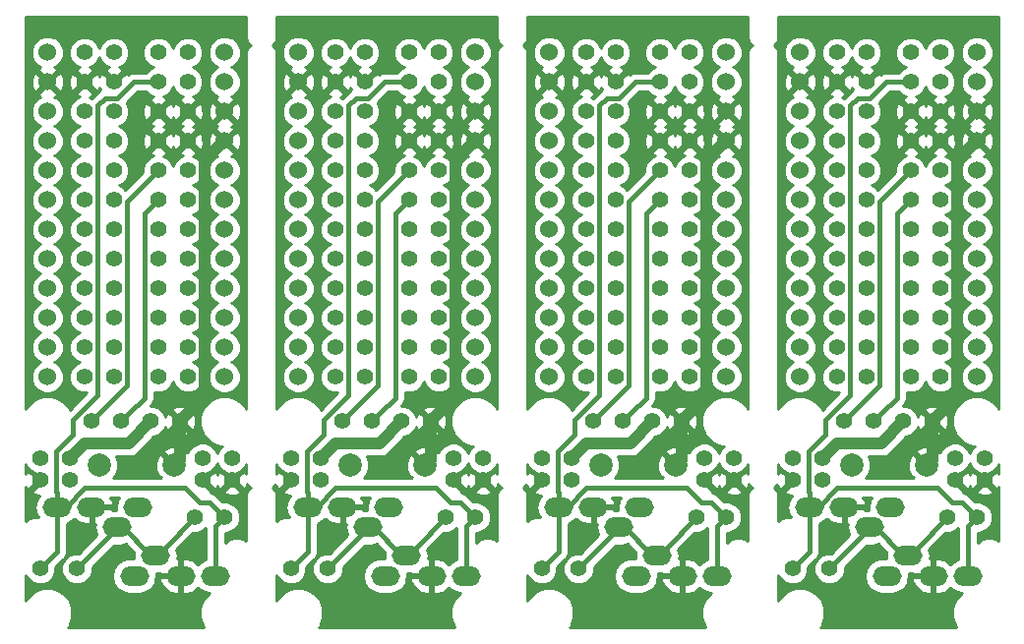
<source format=gtl>
G04 #@! TF.GenerationSoftware,KiCad,Pcbnew,5.0.2-bee76a0~70~ubuntu18.04.1*
G04 #@! TF.CreationDate,2018-12-26T23:24:09+09:00*
G04 #@! TF.ProjectId,MxLEDBit (___),4d784c45-4442-4697-9420-28b3d4fc292e,1*
G04 #@! TF.SameCoordinates,Original*
G04 #@! TF.FileFunction,Copper,L1,Top*
G04 #@! TF.FilePolarity,Positive*
%FSLAX46Y46*%
G04 Gerber Fmt 4.6, Leading zero omitted, Abs format (unit mm)*
G04 Created by KiCad (PCBNEW 5.0.2-bee76a0~70~ubuntu18.04.1) date 2018年12月26日 23時24分09秒*
%MOMM*%
%LPD*%
G01*
G04 APERTURE LIST*
G04 #@! TA.AperFunction,ComponentPad*
%ADD10C,1.397000*%
G04 #@! TD*
G04 #@! TA.AperFunction,ComponentPad*
%ADD11C,2.000000*%
G04 #@! TD*
G04 #@! TA.AperFunction,ComponentPad*
%ADD12O,2.500000X1.700000*%
G04 #@! TD*
G04 #@! TA.AperFunction,ComponentPad*
%ADD13C,1.524000*%
G04 #@! TD*
G04 #@! TA.AperFunction,Conductor*
%ADD14C,0.400000*%
G04 #@! TD*
G04 #@! TA.AperFunction,Conductor*
%ADD15C,1.000000*%
G04 #@! TD*
G04 #@! TA.AperFunction,Conductor*
%ADD16C,0.254000*%
G04 #@! TD*
G04 APERTURE END LIST*
D10*
G04 #@! TO.P,P2,GND*
G04 #@! TO.N,GND*
X161290000Y-51435000D03*
G04 #@! TD*
G04 #@! TO.P,P2,GND*
G04 #@! TO.N,GND*
X139700000Y-51435000D03*
G04 #@! TD*
G04 #@! TO.P,P2,GND*
G04 #@! TO.N,GND*
X118110000Y-51435000D03*
G04 #@! TD*
G04 #@! TO.P,P2,20*
G04 #@! TO.N,Net-(PM21-Pad1)*
X163830000Y-59055000D03*
G04 #@! TD*
G04 #@! TO.P,P2,20*
G04 #@! TO.N,Net-(PM21-Pad1)*
X142240000Y-59055000D03*
G04 #@! TD*
G04 #@! TO.P,P2,20*
G04 #@! TO.N,Net-(PM21-Pad1)*
X120650000Y-59055000D03*
G04 #@! TD*
G04 #@! TO.P,P2,VCC*
G04 #@! TO.N,VCC*
X163830000Y-48895000D03*
G04 #@! TD*
G04 #@! TO.P,P2,VCC*
G04 #@! TO.N,VCC*
X142240000Y-48895000D03*
G04 #@! TD*
G04 #@! TO.P,P2,VCC*
G04 #@! TO.N,VCC*
X120650000Y-48895000D03*
G04 #@! TD*
G04 #@! TO.P,P2,RESE*
G04 #@! TO.N,RESET*
X163830000Y-53975000D03*
G04 #@! TD*
G04 #@! TO.P,P2,RESE*
G04 #@! TO.N,RESET*
X142240000Y-53975000D03*
G04 #@! TD*
G04 #@! TO.P,P2,RESE*
G04 #@! TO.N,RESET*
X120650000Y-53975000D03*
G04 #@! TD*
G04 #@! TO.P,P2,VCC*
G04 #@! TO.N,VCC*
X163830000Y-56515000D03*
G04 #@! TD*
G04 #@! TO.P,P2,VCC*
G04 #@! TO.N,VCC*
X142240000Y-56515000D03*
G04 #@! TD*
G04 #@! TO.P,P2,VCC*
G04 #@! TO.N,VCC*
X120650000Y-56515000D03*
G04 #@! TD*
G04 #@! TO.P,P2,GND*
G04 #@! TO.N,GND*
X163830000Y-51435000D03*
G04 #@! TD*
G04 #@! TO.P,P2,GND*
G04 #@! TO.N,GND*
X142240000Y-51435000D03*
G04 #@! TD*
G04 #@! TO.P,P2,GND*
G04 #@! TO.N,GND*
X120650000Y-51435000D03*
G04 #@! TD*
G04 #@! TO.P,P2,SCL*
G04 #@! TO.N,SCL*
X170180000Y-61595000D03*
G04 #@! TD*
G04 #@! TO.P,P2,SCL*
G04 #@! TO.N,SCL*
X148590000Y-61595000D03*
G04 #@! TD*
G04 #@! TO.P,P2,SCL*
G04 #@! TO.N,SCL*
X127000000Y-61595000D03*
G04 #@! TD*
G04 #@! TO.P,P2,PLED*
G04 #@! TO.N,Net-(PLED1-Pad1)*
X170180000Y-48895000D03*
G04 #@! TD*
G04 #@! TO.P,P2,PLED*
G04 #@! TO.N,Net-(PLED1-Pad1)*
X148590000Y-48895000D03*
G04 #@! TD*
G04 #@! TO.P,P2,PLED*
G04 #@! TO.N,Net-(PLED1-Pad1)*
X127000000Y-48895000D03*
G04 #@! TD*
G04 #@! TO.P,P2,SDA*
G04 #@! TO.N,SDA*
X170180000Y-59055000D03*
G04 #@! TD*
G04 #@! TO.P,P2,SDA*
G04 #@! TO.N,SDA*
X148590000Y-59055000D03*
G04 #@! TD*
G04 #@! TO.P,P2,SDA*
G04 #@! TO.N,SDA*
X127000000Y-59055000D03*
G04 #@! TD*
G04 #@! TO.P,P2,GND*
G04 #@! TO.N,GND*
X170180000Y-53975000D03*
G04 #@! TD*
G04 #@! TO.P,P2,GND*
G04 #@! TO.N,GND*
X148590000Y-53975000D03*
G04 #@! TD*
G04 #@! TO.P,P2,GND*
G04 #@! TO.N,GND*
X127000000Y-53975000D03*
G04 #@! TD*
G04 #@! TO.P,P2,DATA*
G04 #@! TO.N,DATA*
X170180000Y-51435000D03*
G04 #@! TD*
G04 #@! TO.P,P2,DATA*
G04 #@! TO.N,DATA*
X148590000Y-51435000D03*
G04 #@! TD*
G04 #@! TO.P,P2,DATA*
G04 #@! TO.N,DATA*
X127000000Y-51435000D03*
G04 #@! TD*
G04 #@! TO.P,P2,GND*
G04 #@! TO.N,GND*
X170180000Y-56515000D03*
G04 #@! TD*
G04 #@! TO.P,P2,GND*
G04 #@! TO.N,GND*
X148590000Y-56515000D03*
G04 #@! TD*
G04 #@! TO.P,P2,GND*
G04 #@! TO.N,GND*
X127000000Y-56515000D03*
G04 #@! TD*
G04 #@! TO.P,P2,20*
G04 #@! TO.N,Net-(PM21-Pad1)*
X161290000Y-59055000D03*
G04 #@! TD*
G04 #@! TO.P,P2,20*
G04 #@! TO.N,Net-(PM21-Pad1)*
X139700000Y-59055000D03*
G04 #@! TD*
G04 #@! TO.P,P2,20*
G04 #@! TO.N,Net-(PM21-Pad1)*
X118110000Y-59055000D03*
G04 #@! TD*
G04 #@! TO.P,P2,VCC*
G04 #@! TO.N,VCC*
X161290000Y-56515000D03*
G04 #@! TD*
G04 #@! TO.P,P2,VCC*
G04 #@! TO.N,VCC*
X139700000Y-56515000D03*
G04 #@! TD*
G04 #@! TO.P,P2,VCC*
G04 #@! TO.N,VCC*
X118110000Y-56515000D03*
G04 #@! TD*
G04 #@! TO.P,P2,RESE*
G04 #@! TO.N,RESET*
X161290000Y-53975000D03*
G04 #@! TD*
G04 #@! TO.P,P2,RESE*
G04 #@! TO.N,RESET*
X139700000Y-53975000D03*
G04 #@! TD*
G04 #@! TO.P,P2,RESE*
G04 #@! TO.N,RESET*
X118110000Y-53975000D03*
G04 #@! TD*
G04 #@! TO.P,P2,VCC*
G04 #@! TO.N,VCC*
X161290000Y-48895000D03*
G04 #@! TD*
G04 #@! TO.P,P2,VCC*
G04 #@! TO.N,VCC*
X139700000Y-48895000D03*
G04 #@! TD*
G04 #@! TO.P,P2,VCC*
G04 #@! TO.N,VCC*
X118110000Y-48895000D03*
G04 #@! TD*
D11*
G04 #@! TO.P,RESET1,2*
G04 #@! TO.N,GND*
X169060000Y-84455000D03*
G04 #@! TO.P,RESET1,1*
G04 #@! TO.N,RESET*
X162560000Y-84455000D03*
G04 #@! TD*
G04 #@! TO.P,RESET1,2*
G04 #@! TO.N,GND*
X147470000Y-84455000D03*
G04 #@! TO.P,RESET1,1*
G04 #@! TO.N,RESET*
X140970000Y-84455000D03*
G04 #@! TD*
G04 #@! TO.P,RESET1,2*
G04 #@! TO.N,GND*
X125880000Y-84455000D03*
G04 #@! TO.P,RESET1,1*
G04 #@! TO.N,RESET*
X119380000Y-84455000D03*
G04 #@! TD*
D12*
G04 #@! TO.P,JACK,A*
G04 #@! TO.N,N/C*
X167425000Y-92230000D03*
G04 #@! TO.P,JACK,D*
G04 #@! TO.N,VCC*
X165925000Y-88030000D03*
G04 #@! TO.P,JACK,C*
G04 #@! TO.N,GND*
X161925000Y-88030000D03*
G04 #@! TO.P,JACK,B*
G04 #@! TO.N,DATA*
X158925000Y-88030000D03*
G04 #@! TD*
G04 #@! TO.P,JACK,A*
G04 #@! TO.N,N/C*
X145835000Y-92230000D03*
G04 #@! TO.P,JACK,D*
G04 #@! TO.N,VCC*
X144335000Y-88030000D03*
G04 #@! TO.P,JACK,C*
G04 #@! TO.N,GND*
X140335000Y-88030000D03*
G04 #@! TO.P,JACK,B*
G04 #@! TO.N,DATA*
X137335000Y-88030000D03*
G04 #@! TD*
G04 #@! TO.P,JACK,A*
G04 #@! TO.N,N/C*
X124245000Y-92230000D03*
G04 #@! TO.P,JACK,D*
G04 #@! TO.N,VCC*
X122745000Y-88030000D03*
G04 #@! TO.P,JACK,C*
G04 #@! TO.N,GND*
X118745000Y-88030000D03*
G04 #@! TO.P,JACK,B*
G04 #@! TO.N,DATA*
X115745000Y-88030000D03*
G04 #@! TD*
G04 #@! TO.P,JACK,B*
G04 #@! TO.N,DATA*
X172595000Y-93980000D03*
G04 #@! TO.P,JACK,C*
G04 #@! TO.N,GND*
X169595000Y-93980000D03*
G04 #@! TO.P,JACK,D*
G04 #@! TO.N,VCC*
X165595000Y-93980000D03*
G04 #@! TO.P,JACK,A*
G04 #@! TO.N,N/C*
X164095000Y-89780000D03*
G04 #@! TD*
G04 #@! TO.P,JACK,B*
G04 #@! TO.N,DATA*
X151005000Y-93980000D03*
G04 #@! TO.P,JACK,C*
G04 #@! TO.N,GND*
X148005000Y-93980000D03*
G04 #@! TO.P,JACK,D*
G04 #@! TO.N,VCC*
X144005000Y-93980000D03*
G04 #@! TO.P,JACK,A*
G04 #@! TO.N,N/C*
X142505000Y-89780000D03*
G04 #@! TD*
G04 #@! TO.P,JACK,B*
G04 #@! TO.N,DATA*
X129415000Y-93980000D03*
G04 #@! TO.P,JACK,C*
G04 #@! TO.N,GND*
X126415000Y-93980000D03*
G04 #@! TO.P,JACK,D*
G04 #@! TO.N,VCC*
X122415000Y-93980000D03*
G04 #@! TO.P,JACK,A*
G04 #@! TO.N,N/C*
X120915000Y-89780000D03*
G04 #@! TD*
D10*
G04 #@! TO.P,P2,12*
G04 #@! TO.N,Net-(PM9-Pad1)*
X167640000Y-76835000D03*
G04 #@! TD*
G04 #@! TO.P,P2,12*
G04 #@! TO.N,Net-(PM9-Pad1)*
X146050000Y-76835000D03*
G04 #@! TD*
G04 #@! TO.P,P2,12*
G04 #@! TO.N,Net-(PM9-Pad1)*
X124460000Y-76835000D03*
G04 #@! TD*
G04 #@! TO.P,P2,11*
G04 #@! TO.N,Net-(PM8-Pad1)*
X167640000Y-74295000D03*
G04 #@! TD*
G04 #@! TO.P,P2,11*
G04 #@! TO.N,Net-(PM8-Pad1)*
X146050000Y-74295000D03*
G04 #@! TD*
G04 #@! TO.P,P2,11*
G04 #@! TO.N,Net-(PM8-Pad1)*
X124460000Y-74295000D03*
G04 #@! TD*
G04 #@! TO.P,P2,10*
G04 #@! TO.N,Net-(PM7-Pad1)*
X167640000Y-71755000D03*
G04 #@! TD*
G04 #@! TO.P,P2,10*
G04 #@! TO.N,Net-(PM7-Pad1)*
X146050000Y-71755000D03*
G04 #@! TD*
G04 #@! TO.P,P2,10*
G04 #@! TO.N,Net-(PM7-Pad1)*
X124460000Y-71755000D03*
G04 #@! TD*
G04 #@! TO.P,P2,7*
G04 #@! TO.N,Net-(PM4-Pad1)*
X167640000Y-64135000D03*
G04 #@! TD*
G04 #@! TO.P,P2,7*
G04 #@! TO.N,Net-(PM4-Pad1)*
X146050000Y-64135000D03*
G04 #@! TD*
G04 #@! TO.P,P2,7*
G04 #@! TO.N,Net-(PM4-Pad1)*
X124460000Y-64135000D03*
G04 #@! TD*
G04 #@! TO.P,P2,9*
G04 #@! TO.N,Net-(PM6-Pad1)*
X167640000Y-69215000D03*
G04 #@! TD*
G04 #@! TO.P,P2,9*
G04 #@! TO.N,Net-(PM6-Pad1)*
X146050000Y-69215000D03*
G04 #@! TD*
G04 #@! TO.P,P2,9*
G04 #@! TO.N,Net-(PM6-Pad1)*
X124460000Y-69215000D03*
G04 #@! TD*
G04 #@! TO.P,P2,8*
G04 #@! TO.N,Net-(PM5-Pad1)*
X167640000Y-66675000D03*
G04 #@! TD*
G04 #@! TO.P,P2,8*
G04 #@! TO.N,Net-(PM5-Pad1)*
X146050000Y-66675000D03*
G04 #@! TD*
G04 #@! TO.P,P2,8*
G04 #@! TO.N,Net-(PM5-Pad1)*
X124460000Y-66675000D03*
G04 #@! TD*
G04 #@! TO.P,P2,18*
G04 #@! TO.N,Net-(PM19-Pad1)*
X163830000Y-64135000D03*
G04 #@! TD*
G04 #@! TO.P,P2,18*
G04 #@! TO.N,Net-(PM19-Pad1)*
X142240000Y-64135000D03*
G04 #@! TD*
G04 #@! TO.P,P2,18*
G04 #@! TO.N,Net-(PM19-Pad1)*
X120650000Y-64135000D03*
G04 #@! TD*
G04 #@! TO.P,P2,17*
G04 #@! TO.N,Net-(PM18-Pad1)*
X163830000Y-66675000D03*
G04 #@! TD*
G04 #@! TO.P,P2,17*
G04 #@! TO.N,Net-(PM18-Pad1)*
X142240000Y-66675000D03*
G04 #@! TD*
G04 #@! TO.P,P2,17*
G04 #@! TO.N,Net-(PM18-Pad1)*
X120650000Y-66675000D03*
G04 #@! TD*
G04 #@! TO.P,P2,16*
G04 #@! TO.N,Net-(PM15-Pad1)*
X163830000Y-69215000D03*
G04 #@! TD*
G04 #@! TO.P,P2,16*
G04 #@! TO.N,Net-(PM15-Pad1)*
X142240000Y-69215000D03*
G04 #@! TD*
G04 #@! TO.P,P2,16*
G04 #@! TO.N,Net-(PM15-Pad1)*
X120650000Y-69215000D03*
G04 #@! TD*
G04 #@! TO.P,P2,13*
G04 #@! TO.N,Net-(PM10-Pad1)*
X163830000Y-76835000D03*
G04 #@! TD*
G04 #@! TO.P,P2,13*
G04 #@! TO.N,Net-(PM10-Pad1)*
X142240000Y-76835000D03*
G04 #@! TD*
G04 #@! TO.P,P2,13*
G04 #@! TO.N,Net-(PM10-Pad1)*
X120650000Y-76835000D03*
G04 #@! TD*
G04 #@! TO.P,P2,15*
G04 #@! TO.N,Net-(PM14-Pad1)*
X163830000Y-71755000D03*
G04 #@! TD*
G04 #@! TO.P,P2,15*
G04 #@! TO.N,Net-(PM14-Pad1)*
X142240000Y-71755000D03*
G04 #@! TD*
G04 #@! TO.P,P2,15*
G04 #@! TO.N,Net-(PM14-Pad1)*
X120650000Y-71755000D03*
G04 #@! TD*
G04 #@! TO.P,P2,14*
G04 #@! TO.N,Net-(PM16-Pad1)*
X163830000Y-74295000D03*
G04 #@! TD*
G04 #@! TO.P,P2,14*
G04 #@! TO.N,Net-(PM16-Pad1)*
X142240000Y-74295000D03*
G04 #@! TD*
G04 #@! TO.P,P2,14*
G04 #@! TO.N,Net-(PM16-Pad1)*
X120650000Y-74295000D03*
G04 #@! TD*
G04 #@! TO.P,P2,19*
G04 #@! TO.N,Net-(PM20-Pad1)*
X163830000Y-61595000D03*
G04 #@! TD*
G04 #@! TO.P,P2,19*
G04 #@! TO.N,Net-(PM20-Pad1)*
X142240000Y-61595000D03*
G04 #@! TD*
G04 #@! TO.P,P2,19*
G04 #@! TO.N,Net-(PM20-Pad1)*
X120650000Y-61595000D03*
G04 #@! TD*
G04 #@! TO.P,P2,1*
G04 #@! TO.N,GND*
X173990000Y-85725000D03*
G04 #@! TD*
G04 #@! TO.P,P2,1*
G04 #@! TO.N,GND*
X152400000Y-85725000D03*
G04 #@! TD*
G04 #@! TO.P,P2,1*
G04 #@! TO.N,GND*
X130810000Y-85725000D03*
G04 #@! TD*
G04 #@! TO.P,P2,1*
G04 #@! TO.N,GND*
X171450000Y-85725000D03*
G04 #@! TD*
G04 #@! TO.P,P2,1*
G04 #@! TO.N,GND*
X149860000Y-85725000D03*
G04 #@! TD*
G04 #@! TO.P,P2,1*
G04 #@! TO.N,GND*
X128270000Y-85725000D03*
G04 #@! TD*
G04 #@! TO.P,P2,1*
G04 #@! TO.N,VCC*
X171450000Y-83820000D03*
G04 #@! TD*
G04 #@! TO.P,P2,1*
G04 #@! TO.N,VCC*
X149860000Y-83820000D03*
G04 #@! TD*
G04 #@! TO.P,P2,1*
G04 #@! TO.N,VCC*
X128270000Y-83820000D03*
G04 #@! TD*
G04 #@! TO.P,P2,1*
G04 #@! TO.N,VCC*
X173990000Y-83820000D03*
G04 #@! TD*
G04 #@! TO.P,P2,1*
G04 #@! TO.N,VCC*
X152400000Y-83820000D03*
G04 #@! TD*
G04 #@! TO.P,P2,1*
G04 #@! TO.N,VCC*
X130810000Y-83820000D03*
G04 #@! TD*
G04 #@! TO.P,P2,1*
G04 #@! TO.N,GND*
X157480000Y-85725000D03*
G04 #@! TD*
G04 #@! TO.P,P2,1*
G04 #@! TO.N,GND*
X135890000Y-85725000D03*
G04 #@! TD*
G04 #@! TO.P,P2,1*
G04 #@! TO.N,GND*
X114300000Y-85725000D03*
G04 #@! TD*
G04 #@! TO.P,P2,1*
G04 #@! TO.N,GND*
X160020000Y-85725000D03*
G04 #@! TD*
G04 #@! TO.P,P2,1*
G04 #@! TO.N,GND*
X138430000Y-85725000D03*
G04 #@! TD*
G04 #@! TO.P,P2,1*
G04 #@! TO.N,GND*
X116840000Y-85725000D03*
G04 #@! TD*
G04 #@! TO.P,P2,1*
G04 #@! TO.N,VCC*
X157480000Y-83820000D03*
G04 #@! TD*
G04 #@! TO.P,P2,1*
G04 #@! TO.N,VCC*
X135890000Y-83820000D03*
G04 #@! TD*
G04 #@! TO.P,P2,1*
G04 #@! TO.N,VCC*
X114300000Y-83820000D03*
G04 #@! TD*
G04 #@! TO.P,P2,1*
G04 #@! TO.N,VCC*
X160020000Y-83820000D03*
G04 #@! TD*
G04 #@! TO.P,P2,1*
G04 #@! TO.N,VCC*
X138430000Y-83820000D03*
G04 #@! TD*
G04 #@! TO.P,P2,1*
G04 #@! TO.N,VCC*
X116840000Y-83820000D03*
G04 #@! TD*
G04 #@! TO.P,OLED,4*
G04 #@! TO.N,SDA*
X161925000Y-80645000D03*
G04 #@! TO.P,OLED,3*
G04 #@! TO.N,SCL*
X164465000Y-80645000D03*
G04 #@! TO.P,OLED,2*
G04 #@! TO.N,VCC*
X167005000Y-80645000D03*
G04 #@! TO.P,OLED,1*
G04 #@! TO.N,GND*
X169545000Y-80645000D03*
G04 #@! TD*
G04 #@! TO.P,OLED,4*
G04 #@! TO.N,SDA*
X140335000Y-80645000D03*
G04 #@! TO.P,OLED,3*
G04 #@! TO.N,SCL*
X142875000Y-80645000D03*
G04 #@! TO.P,OLED,2*
G04 #@! TO.N,VCC*
X145415000Y-80645000D03*
G04 #@! TO.P,OLED,1*
G04 #@! TO.N,GND*
X147955000Y-80645000D03*
G04 #@! TD*
G04 #@! TO.P,OLED,4*
G04 #@! TO.N,SDA*
X118745000Y-80645000D03*
G04 #@! TO.P,OLED,3*
G04 #@! TO.N,SCL*
X121285000Y-80645000D03*
G04 #@! TO.P,OLED,2*
G04 #@! TO.N,VCC*
X123825000Y-80645000D03*
G04 #@! TO.P,OLED,1*
G04 #@! TO.N,GND*
X126365000Y-80645000D03*
G04 #@! TD*
G04 #@! TO.P,P2,8*
G04 #@! TO.N,Net-(PM5-Pad1)*
X170180000Y-66675000D03*
G04 #@! TD*
G04 #@! TO.P,P2,8*
G04 #@! TO.N,Net-(PM5-Pad1)*
X148590000Y-66675000D03*
G04 #@! TD*
G04 #@! TO.P,P2,8*
G04 #@! TO.N,Net-(PM5-Pad1)*
X127000000Y-66675000D03*
G04 #@! TD*
G04 #@! TO.P,P2,9*
G04 #@! TO.N,Net-(PM6-Pad1)*
X170180000Y-69215000D03*
G04 #@! TD*
G04 #@! TO.P,P2,9*
G04 #@! TO.N,Net-(PM6-Pad1)*
X148590000Y-69215000D03*
G04 #@! TD*
G04 #@! TO.P,P2,9*
G04 #@! TO.N,Net-(PM6-Pad1)*
X127000000Y-69215000D03*
G04 #@! TD*
G04 #@! TO.P,P2,7*
G04 #@! TO.N,Net-(PM4-Pad1)*
X170180000Y-64135000D03*
G04 #@! TD*
G04 #@! TO.P,P2,7*
G04 #@! TO.N,Net-(PM4-Pad1)*
X148590000Y-64135000D03*
G04 #@! TD*
G04 #@! TO.P,P2,7*
G04 #@! TO.N,Net-(PM4-Pad1)*
X127000000Y-64135000D03*
G04 #@! TD*
G04 #@! TO.P,P2,10*
G04 #@! TO.N,Net-(PM7-Pad1)*
X170180000Y-71755000D03*
G04 #@! TD*
G04 #@! TO.P,P2,10*
G04 #@! TO.N,Net-(PM7-Pad1)*
X148590000Y-71755000D03*
G04 #@! TD*
G04 #@! TO.P,P2,10*
G04 #@! TO.N,Net-(PM7-Pad1)*
X127000000Y-71755000D03*
G04 #@! TD*
G04 #@! TO.P,P2,11*
G04 #@! TO.N,Net-(PM8-Pad1)*
X170180000Y-74295000D03*
G04 #@! TD*
G04 #@! TO.P,P2,11*
G04 #@! TO.N,Net-(PM8-Pad1)*
X148590000Y-74295000D03*
G04 #@! TD*
G04 #@! TO.P,P2,11*
G04 #@! TO.N,Net-(PM8-Pad1)*
X127000000Y-74295000D03*
G04 #@! TD*
G04 #@! TO.P,P2,12*
G04 #@! TO.N,Net-(PM9-Pad1)*
X170180000Y-76835000D03*
G04 #@! TD*
G04 #@! TO.P,P2,12*
G04 #@! TO.N,Net-(PM9-Pad1)*
X148590000Y-76835000D03*
G04 #@! TD*
G04 #@! TO.P,P2,12*
G04 #@! TO.N,Net-(PM9-Pad1)*
X127000000Y-76835000D03*
G04 #@! TD*
G04 #@! TO.P,P2,14*
G04 #@! TO.N,Net-(PM16-Pad1)*
X161290000Y-74295000D03*
G04 #@! TD*
G04 #@! TO.P,P2,14*
G04 #@! TO.N,Net-(PM16-Pad1)*
X139700000Y-74295000D03*
G04 #@! TD*
G04 #@! TO.P,P2,14*
G04 #@! TO.N,Net-(PM16-Pad1)*
X118110000Y-74295000D03*
G04 #@! TD*
G04 #@! TO.P,P2,15*
G04 #@! TO.N,Net-(PM14-Pad1)*
X161290000Y-71755000D03*
G04 #@! TD*
G04 #@! TO.P,P2,15*
G04 #@! TO.N,Net-(PM14-Pad1)*
X139700000Y-71755000D03*
G04 #@! TD*
G04 #@! TO.P,P2,15*
G04 #@! TO.N,Net-(PM14-Pad1)*
X118110000Y-71755000D03*
G04 #@! TD*
G04 #@! TO.P,P2,13*
G04 #@! TO.N,Net-(PM10-Pad1)*
X161290000Y-76835000D03*
G04 #@! TD*
G04 #@! TO.P,P2,13*
G04 #@! TO.N,Net-(PM10-Pad1)*
X139700000Y-76835000D03*
G04 #@! TD*
G04 #@! TO.P,P2,13*
G04 #@! TO.N,Net-(PM10-Pad1)*
X118110000Y-76835000D03*
G04 #@! TD*
G04 #@! TO.P,P2,16*
G04 #@! TO.N,Net-(PM15-Pad1)*
X161290000Y-69215000D03*
G04 #@! TD*
G04 #@! TO.P,P2,16*
G04 #@! TO.N,Net-(PM15-Pad1)*
X139700000Y-69215000D03*
G04 #@! TD*
G04 #@! TO.P,P2,16*
G04 #@! TO.N,Net-(PM15-Pad1)*
X118110000Y-69215000D03*
G04 #@! TD*
G04 #@! TO.P,P2,17*
G04 #@! TO.N,Net-(PM18-Pad1)*
X161290000Y-66675000D03*
G04 #@! TD*
G04 #@! TO.P,P2,17*
G04 #@! TO.N,Net-(PM18-Pad1)*
X139700000Y-66675000D03*
G04 #@! TD*
G04 #@! TO.P,P2,17*
G04 #@! TO.N,Net-(PM18-Pad1)*
X118110000Y-66675000D03*
G04 #@! TD*
G04 #@! TO.P,P2,18*
G04 #@! TO.N,Net-(PM19-Pad1)*
X161290000Y-64135000D03*
G04 #@! TD*
G04 #@! TO.P,P2,18*
G04 #@! TO.N,Net-(PM19-Pad1)*
X139700000Y-64135000D03*
G04 #@! TD*
G04 #@! TO.P,P2,18*
G04 #@! TO.N,Net-(PM19-Pad1)*
X118110000Y-64135000D03*
G04 #@! TD*
G04 #@! TO.P,P2,19*
G04 #@! TO.N,Net-(PM20-Pad1)*
X161290000Y-61595000D03*
G04 #@! TD*
G04 #@! TO.P,P2,19*
G04 #@! TO.N,Net-(PM20-Pad1)*
X139700000Y-61595000D03*
G04 #@! TD*
G04 #@! TO.P,P2,19*
G04 #@! TO.N,Net-(PM20-Pad1)*
X118110000Y-61595000D03*
G04 #@! TD*
D13*
G04 #@! TO.P,U2,1*
G04 #@! TO.N,Net-(PLED1-Pad1)*
X173355000Y-48895000D03*
G04 #@! TO.P,U2,2*
G04 #@! TO.N,DATA*
X173355000Y-51435000D03*
G04 #@! TO.P,U2,3*
G04 #@! TO.N,GND*
X173355000Y-53975000D03*
G04 #@! TO.P,U2,4*
X173355000Y-56515000D03*
G04 #@! TO.P,U2,5*
G04 #@! TO.N,SDA*
X173355000Y-59055000D03*
G04 #@! TO.P,U2,6*
G04 #@! TO.N,SCL*
X173355000Y-61595000D03*
G04 #@! TO.P,U2,7*
G04 #@! TO.N,Net-(PM4-Pad1)*
X173355000Y-64135000D03*
G04 #@! TO.P,U2,8*
G04 #@! TO.N,Net-(PM5-Pad1)*
X173355000Y-66675000D03*
G04 #@! TO.P,U2,9*
G04 #@! TO.N,Net-(PM6-Pad1)*
X173355000Y-69215000D03*
G04 #@! TO.P,U2,10*
G04 #@! TO.N,Net-(PM7-Pad1)*
X173355000Y-71755000D03*
G04 #@! TO.P,U2,11*
G04 #@! TO.N,Net-(PM8-Pad1)*
X173355000Y-74295000D03*
G04 #@! TO.P,U2,12*
G04 #@! TO.N,Net-(PM9-Pad1)*
X173355000Y-76835000D03*
G04 #@! TO.P,U2,13*
G04 #@! TO.N,Net-(PM10-Pad1)*
X158115000Y-76835000D03*
G04 #@! TO.P,U2,14*
G04 #@! TO.N,Net-(PM16-Pad1)*
X158115000Y-74295000D03*
G04 #@! TO.P,U2,15*
G04 #@! TO.N,Net-(PM14-Pad1)*
X158115000Y-71755000D03*
G04 #@! TO.P,U2,16*
G04 #@! TO.N,Net-(PM15-Pad1)*
X158115000Y-69215000D03*
G04 #@! TO.P,U2,17*
G04 #@! TO.N,Net-(PM18-Pad1)*
X158115000Y-66675000D03*
G04 #@! TO.P,U2,18*
G04 #@! TO.N,Net-(PM19-Pad1)*
X158115000Y-64135000D03*
G04 #@! TO.P,U2,19*
G04 #@! TO.N,Net-(PM20-Pad1)*
X158115000Y-61595000D03*
G04 #@! TO.P,U2,20*
G04 #@! TO.N,Net-(PM21-Pad1)*
X158115000Y-59055000D03*
G04 #@! TO.P,U2,21*
G04 #@! TO.N,VCC*
X158115000Y-56515000D03*
G04 #@! TO.P,U2,22*
G04 #@! TO.N,RESET*
X158115000Y-53975000D03*
G04 #@! TO.P,U2,23*
G04 #@! TO.N,GND*
X158115000Y-51435000D03*
G04 #@! TO.P,U2,24*
G04 #@! TO.N,VCC*
X158115000Y-48895000D03*
G04 #@! TD*
G04 #@! TO.P,U2,1*
G04 #@! TO.N,Net-(PLED1-Pad1)*
X151765000Y-48895000D03*
G04 #@! TO.P,U2,2*
G04 #@! TO.N,DATA*
X151765000Y-51435000D03*
G04 #@! TO.P,U2,3*
G04 #@! TO.N,GND*
X151765000Y-53975000D03*
G04 #@! TO.P,U2,4*
X151765000Y-56515000D03*
G04 #@! TO.P,U2,5*
G04 #@! TO.N,SDA*
X151765000Y-59055000D03*
G04 #@! TO.P,U2,6*
G04 #@! TO.N,SCL*
X151765000Y-61595000D03*
G04 #@! TO.P,U2,7*
G04 #@! TO.N,Net-(PM4-Pad1)*
X151765000Y-64135000D03*
G04 #@! TO.P,U2,8*
G04 #@! TO.N,Net-(PM5-Pad1)*
X151765000Y-66675000D03*
G04 #@! TO.P,U2,9*
G04 #@! TO.N,Net-(PM6-Pad1)*
X151765000Y-69215000D03*
G04 #@! TO.P,U2,10*
G04 #@! TO.N,Net-(PM7-Pad1)*
X151765000Y-71755000D03*
G04 #@! TO.P,U2,11*
G04 #@! TO.N,Net-(PM8-Pad1)*
X151765000Y-74295000D03*
G04 #@! TO.P,U2,12*
G04 #@! TO.N,Net-(PM9-Pad1)*
X151765000Y-76835000D03*
G04 #@! TO.P,U2,13*
G04 #@! TO.N,Net-(PM10-Pad1)*
X136525000Y-76835000D03*
G04 #@! TO.P,U2,14*
G04 #@! TO.N,Net-(PM16-Pad1)*
X136525000Y-74295000D03*
G04 #@! TO.P,U2,15*
G04 #@! TO.N,Net-(PM14-Pad1)*
X136525000Y-71755000D03*
G04 #@! TO.P,U2,16*
G04 #@! TO.N,Net-(PM15-Pad1)*
X136525000Y-69215000D03*
G04 #@! TO.P,U2,17*
G04 #@! TO.N,Net-(PM18-Pad1)*
X136525000Y-66675000D03*
G04 #@! TO.P,U2,18*
G04 #@! TO.N,Net-(PM19-Pad1)*
X136525000Y-64135000D03*
G04 #@! TO.P,U2,19*
G04 #@! TO.N,Net-(PM20-Pad1)*
X136525000Y-61595000D03*
G04 #@! TO.P,U2,20*
G04 #@! TO.N,Net-(PM21-Pad1)*
X136525000Y-59055000D03*
G04 #@! TO.P,U2,21*
G04 #@! TO.N,VCC*
X136525000Y-56515000D03*
G04 #@! TO.P,U2,22*
G04 #@! TO.N,RESET*
X136525000Y-53975000D03*
G04 #@! TO.P,U2,23*
G04 #@! TO.N,GND*
X136525000Y-51435000D03*
G04 #@! TO.P,U2,24*
G04 #@! TO.N,VCC*
X136525000Y-48895000D03*
G04 #@! TD*
G04 #@! TO.P,U2,1*
G04 #@! TO.N,Net-(PLED1-Pad1)*
X130175000Y-48895000D03*
G04 #@! TO.P,U2,2*
G04 #@! TO.N,DATA*
X130175000Y-51435000D03*
G04 #@! TO.P,U2,3*
G04 #@! TO.N,GND*
X130175000Y-53975000D03*
G04 #@! TO.P,U2,4*
X130175000Y-56515000D03*
G04 #@! TO.P,U2,5*
G04 #@! TO.N,SDA*
X130175000Y-59055000D03*
G04 #@! TO.P,U2,6*
G04 #@! TO.N,SCL*
X130175000Y-61595000D03*
G04 #@! TO.P,U2,7*
G04 #@! TO.N,Net-(PM4-Pad1)*
X130175000Y-64135000D03*
G04 #@! TO.P,U2,8*
G04 #@! TO.N,Net-(PM5-Pad1)*
X130175000Y-66675000D03*
G04 #@! TO.P,U2,9*
G04 #@! TO.N,Net-(PM6-Pad1)*
X130175000Y-69215000D03*
G04 #@! TO.P,U2,10*
G04 #@! TO.N,Net-(PM7-Pad1)*
X130175000Y-71755000D03*
G04 #@! TO.P,U2,11*
G04 #@! TO.N,Net-(PM8-Pad1)*
X130175000Y-74295000D03*
G04 #@! TO.P,U2,12*
G04 #@! TO.N,Net-(PM9-Pad1)*
X130175000Y-76835000D03*
G04 #@! TO.P,U2,13*
G04 #@! TO.N,Net-(PM10-Pad1)*
X114935000Y-76835000D03*
G04 #@! TO.P,U2,14*
G04 #@! TO.N,Net-(PM16-Pad1)*
X114935000Y-74295000D03*
G04 #@! TO.P,U2,15*
G04 #@! TO.N,Net-(PM14-Pad1)*
X114935000Y-71755000D03*
G04 #@! TO.P,U2,16*
G04 #@! TO.N,Net-(PM15-Pad1)*
X114935000Y-69215000D03*
G04 #@! TO.P,U2,17*
G04 #@! TO.N,Net-(PM18-Pad1)*
X114935000Y-66675000D03*
G04 #@! TO.P,U2,18*
G04 #@! TO.N,Net-(PM19-Pad1)*
X114935000Y-64135000D03*
G04 #@! TO.P,U2,19*
G04 #@! TO.N,Net-(PM20-Pad1)*
X114935000Y-61595000D03*
G04 #@! TO.P,U2,20*
G04 #@! TO.N,Net-(PM21-Pad1)*
X114935000Y-59055000D03*
G04 #@! TO.P,U2,21*
G04 #@! TO.N,VCC*
X114935000Y-56515000D03*
G04 #@! TO.P,U2,22*
G04 #@! TO.N,RESET*
X114935000Y-53975000D03*
G04 #@! TO.P,U2,23*
G04 #@! TO.N,GND*
X114935000Y-51435000D03*
G04 #@! TO.P,U2,24*
G04 #@! TO.N,VCC*
X114935000Y-48895000D03*
G04 #@! TD*
D10*
G04 #@! TO.P,DATA,D*
G04 #@! TO.N,DATA*
X173355000Y-88900000D03*
G04 #@! TD*
G04 #@! TO.P,DATA,D*
G04 #@! TO.N,DATA*
X151765000Y-88900000D03*
G04 #@! TD*
G04 #@! TO.P,DATA,D*
G04 #@! TO.N,DATA*
X130175000Y-88900000D03*
G04 #@! TD*
G04 #@! TO.P,A,A*
G04 #@! TO.N,N/C*
X170815000Y-88900000D03*
G04 #@! TD*
G04 #@! TO.P,A,A*
G04 #@! TO.N,N/C*
X149225000Y-88900000D03*
G04 #@! TD*
G04 #@! TO.P,A,A*
G04 #@! TO.N,N/C*
X127635000Y-88900000D03*
G04 #@! TD*
G04 #@! TO.P,A,A*
G04 #@! TO.N,N/C*
X160655000Y-93345000D03*
G04 #@! TD*
G04 #@! TO.P,A,A*
G04 #@! TO.N,N/C*
X139065000Y-93345000D03*
G04 #@! TD*
G04 #@! TO.P,A,A*
G04 #@! TO.N,N/C*
X117475000Y-93345000D03*
G04 #@! TD*
G04 #@! TO.P,DATA,D*
G04 #@! TO.N,DATA*
X157480000Y-93345000D03*
G04 #@! TD*
G04 #@! TO.P,DATA,D*
G04 #@! TO.N,DATA*
X135890000Y-93345000D03*
G04 #@! TD*
G04 #@! TO.P,DATA,D*
G04 #@! TO.N,DATA*
X114300000Y-93345000D03*
G04 #@! TD*
G04 #@! TO.P,P2,SDA*
G04 #@! TO.N,SDA*
X167640000Y-59055000D03*
G04 #@! TD*
G04 #@! TO.P,P2,SDA*
G04 #@! TO.N,SDA*
X146050000Y-59055000D03*
G04 #@! TD*
G04 #@! TO.P,P2,SDA*
G04 #@! TO.N,SDA*
X124460000Y-59055000D03*
G04 #@! TD*
G04 #@! TO.P,P2,SCL*
G04 #@! TO.N,SCL*
X167640000Y-61595000D03*
G04 #@! TD*
G04 #@! TO.P,P2,SCL*
G04 #@! TO.N,SCL*
X146050000Y-61595000D03*
G04 #@! TD*
G04 #@! TO.P,P2,SCL*
G04 #@! TO.N,SCL*
X124460000Y-61595000D03*
G04 #@! TD*
G04 #@! TO.P,P2,PLED*
G04 #@! TO.N,Net-(PLED1-Pad1)*
X167640000Y-48895000D03*
G04 #@! TD*
G04 #@! TO.P,P2,PLED*
G04 #@! TO.N,Net-(PLED1-Pad1)*
X146050000Y-48895000D03*
G04 #@! TD*
G04 #@! TO.P,P2,PLED*
G04 #@! TO.N,Net-(PLED1-Pad1)*
X124460000Y-48895000D03*
G04 #@! TD*
G04 #@! TO.P,P2,GND*
G04 #@! TO.N,GND*
X167640000Y-53975000D03*
G04 #@! TD*
G04 #@! TO.P,P2,GND*
G04 #@! TO.N,GND*
X146050000Y-53975000D03*
G04 #@! TD*
G04 #@! TO.P,P2,GND*
G04 #@! TO.N,GND*
X124460000Y-53975000D03*
G04 #@! TD*
G04 #@! TO.P,P2,GND*
G04 #@! TO.N,GND*
X167640000Y-56515000D03*
G04 #@! TD*
G04 #@! TO.P,P2,GND*
G04 #@! TO.N,GND*
X146050000Y-56515000D03*
G04 #@! TD*
G04 #@! TO.P,P2,GND*
G04 #@! TO.N,GND*
X124460000Y-56515000D03*
G04 #@! TD*
G04 #@! TO.P,DT,DATA*
G04 #@! TO.N,DATA*
X167640000Y-51435000D03*
G04 #@! TD*
G04 #@! TO.P,DT,DATA*
G04 #@! TO.N,DATA*
X146050000Y-51435000D03*
G04 #@! TD*
G04 #@! TO.P,DT,DATA*
G04 #@! TO.N,DATA*
X124460000Y-51435000D03*
G04 #@! TD*
D12*
G04 #@! TO.P,JACK,A*
G04 #@! TO.N,N/C*
X99325000Y-89780000D03*
G04 #@! TO.P,JACK,D*
G04 #@! TO.N,VCC*
X100825000Y-93980000D03*
G04 #@! TO.P,JACK,C*
G04 #@! TO.N,GND*
X104825000Y-93980000D03*
G04 #@! TO.P,JACK,B*
G04 #@! TO.N,DATA*
X107825000Y-93980000D03*
G04 #@! TD*
G04 #@! TO.P,JACK,B*
G04 #@! TO.N,DATA*
X94155000Y-88030000D03*
G04 #@! TO.P,JACK,C*
G04 #@! TO.N,GND*
X97155000Y-88030000D03*
G04 #@! TO.P,JACK,D*
G04 #@! TO.N,VCC*
X101155000Y-88030000D03*
G04 #@! TO.P,JACK,A*
G04 #@! TO.N,N/C*
X102655000Y-92230000D03*
G04 #@! TD*
D11*
G04 #@! TO.P,RESET1,1*
G04 #@! TO.N,RESET*
X97790000Y-84455000D03*
G04 #@! TO.P,RESET1,2*
G04 #@! TO.N,GND*
X104290000Y-84455000D03*
G04 #@! TD*
D10*
G04 #@! TO.P,P2,VCC*
G04 #@! TO.N,VCC*
X96520000Y-48895000D03*
G04 #@! TD*
G04 #@! TO.P,P2,GND*
G04 #@! TO.N,GND*
X96520000Y-51435000D03*
G04 #@! TD*
G04 #@! TO.P,P2,RESE*
G04 #@! TO.N,RESET*
X96520000Y-53975000D03*
G04 #@! TD*
G04 #@! TO.P,P2,VCC*
G04 #@! TO.N,VCC*
X96520000Y-56515000D03*
G04 #@! TD*
G04 #@! TO.P,P2,20*
G04 #@! TO.N,Net-(PM21-Pad1)*
X96520000Y-59055000D03*
G04 #@! TD*
G04 #@! TO.P,P2,GND*
G04 #@! TO.N,GND*
X105410000Y-56515000D03*
G04 #@! TD*
G04 #@! TO.P,P2,DATA*
G04 #@! TO.N,DATA*
X105410000Y-51435000D03*
G04 #@! TD*
G04 #@! TO.P,P2,GND*
G04 #@! TO.N,GND*
X105410000Y-53975000D03*
G04 #@! TD*
G04 #@! TO.P,P2,SDA*
G04 #@! TO.N,SDA*
X105410000Y-59055000D03*
G04 #@! TD*
G04 #@! TO.P,P2,PLED*
G04 #@! TO.N,Net-(PLED1-Pad1)*
X105410000Y-48895000D03*
G04 #@! TD*
G04 #@! TO.P,P2,SCL*
G04 #@! TO.N,SCL*
X105410000Y-61595000D03*
G04 #@! TD*
G04 #@! TO.P,P2,GND*
G04 #@! TO.N,GND*
X99060000Y-51435000D03*
G04 #@! TD*
G04 #@! TO.P,P2,VCC*
G04 #@! TO.N,VCC*
X99060000Y-56515000D03*
G04 #@! TD*
G04 #@! TO.P,P2,RESE*
G04 #@! TO.N,RESET*
X99060000Y-53975000D03*
G04 #@! TD*
G04 #@! TO.P,P2,VCC*
G04 #@! TO.N,VCC*
X99060000Y-48895000D03*
G04 #@! TD*
G04 #@! TO.P,P2,20*
G04 #@! TO.N,Net-(PM21-Pad1)*
X99060000Y-59055000D03*
G04 #@! TD*
G04 #@! TO.P,DT,DATA*
G04 #@! TO.N,DATA*
X102870000Y-51435000D03*
G04 #@! TD*
G04 #@! TO.P,P2,GND*
G04 #@! TO.N,GND*
X102870000Y-56515000D03*
G04 #@! TD*
G04 #@! TO.P,P2,GND*
G04 #@! TO.N,GND*
X102870000Y-53975000D03*
G04 #@! TD*
G04 #@! TO.P,P2,PLED*
G04 #@! TO.N,Net-(PLED1-Pad1)*
X102870000Y-48895000D03*
G04 #@! TD*
G04 #@! TO.P,P2,SCL*
G04 #@! TO.N,SCL*
X102870000Y-61595000D03*
G04 #@! TD*
G04 #@! TO.P,P2,SDA*
G04 #@! TO.N,SDA*
X102870000Y-59055000D03*
G04 #@! TD*
G04 #@! TO.P,DATA,D*
G04 #@! TO.N,DATA*
X92710000Y-93345000D03*
G04 #@! TD*
G04 #@! TO.P,A,A*
G04 #@! TO.N,N/C*
X95885000Y-93345000D03*
G04 #@! TD*
G04 #@! TO.P,A,A*
G04 #@! TO.N,N/C*
X106045000Y-88900000D03*
G04 #@! TD*
G04 #@! TO.P,DATA,D*
G04 #@! TO.N,DATA*
X108585000Y-88900000D03*
G04 #@! TD*
D13*
G04 #@! TO.P,U2,24*
G04 #@! TO.N,VCC*
X93345000Y-48895000D03*
G04 #@! TO.P,U2,23*
G04 #@! TO.N,GND*
X93345000Y-51435000D03*
G04 #@! TO.P,U2,22*
G04 #@! TO.N,RESET*
X93345000Y-53975000D03*
G04 #@! TO.P,U2,21*
G04 #@! TO.N,VCC*
X93345000Y-56515000D03*
G04 #@! TO.P,U2,20*
G04 #@! TO.N,Net-(PM21-Pad1)*
X93345000Y-59055000D03*
G04 #@! TO.P,U2,19*
G04 #@! TO.N,Net-(PM20-Pad1)*
X93345000Y-61595000D03*
G04 #@! TO.P,U2,18*
G04 #@! TO.N,Net-(PM19-Pad1)*
X93345000Y-64135000D03*
G04 #@! TO.P,U2,17*
G04 #@! TO.N,Net-(PM18-Pad1)*
X93345000Y-66675000D03*
G04 #@! TO.P,U2,16*
G04 #@! TO.N,Net-(PM15-Pad1)*
X93345000Y-69215000D03*
G04 #@! TO.P,U2,15*
G04 #@! TO.N,Net-(PM14-Pad1)*
X93345000Y-71755000D03*
G04 #@! TO.P,U2,14*
G04 #@! TO.N,Net-(PM16-Pad1)*
X93345000Y-74295000D03*
G04 #@! TO.P,U2,13*
G04 #@! TO.N,Net-(PM10-Pad1)*
X93345000Y-76835000D03*
G04 #@! TO.P,U2,12*
G04 #@! TO.N,Net-(PM9-Pad1)*
X108585000Y-76835000D03*
G04 #@! TO.P,U2,11*
G04 #@! TO.N,Net-(PM8-Pad1)*
X108585000Y-74295000D03*
G04 #@! TO.P,U2,10*
G04 #@! TO.N,Net-(PM7-Pad1)*
X108585000Y-71755000D03*
G04 #@! TO.P,U2,9*
G04 #@! TO.N,Net-(PM6-Pad1)*
X108585000Y-69215000D03*
G04 #@! TO.P,U2,8*
G04 #@! TO.N,Net-(PM5-Pad1)*
X108585000Y-66675000D03*
G04 #@! TO.P,U2,7*
G04 #@! TO.N,Net-(PM4-Pad1)*
X108585000Y-64135000D03*
G04 #@! TO.P,U2,6*
G04 #@! TO.N,SCL*
X108585000Y-61595000D03*
G04 #@! TO.P,U2,5*
G04 #@! TO.N,SDA*
X108585000Y-59055000D03*
G04 #@! TO.P,U2,4*
G04 #@! TO.N,GND*
X108585000Y-56515000D03*
G04 #@! TO.P,U2,3*
X108585000Y-53975000D03*
G04 #@! TO.P,U2,2*
G04 #@! TO.N,DATA*
X108585000Y-51435000D03*
G04 #@! TO.P,U2,1*
G04 #@! TO.N,Net-(PLED1-Pad1)*
X108585000Y-48895000D03*
G04 #@! TD*
D10*
G04 #@! TO.P,P2,19*
G04 #@! TO.N,Net-(PM20-Pad1)*
X96520000Y-61595000D03*
G04 #@! TD*
G04 #@! TO.P,P2,18*
G04 #@! TO.N,Net-(PM19-Pad1)*
X96520000Y-64135000D03*
G04 #@! TD*
G04 #@! TO.P,P2,17*
G04 #@! TO.N,Net-(PM18-Pad1)*
X96520000Y-66675000D03*
G04 #@! TD*
G04 #@! TO.P,P2,16*
G04 #@! TO.N,Net-(PM15-Pad1)*
X96520000Y-69215000D03*
G04 #@! TD*
G04 #@! TO.P,P2,13*
G04 #@! TO.N,Net-(PM10-Pad1)*
X96520000Y-76835000D03*
G04 #@! TD*
G04 #@! TO.P,P2,15*
G04 #@! TO.N,Net-(PM14-Pad1)*
X96520000Y-71755000D03*
G04 #@! TD*
G04 #@! TO.P,P2,14*
G04 #@! TO.N,Net-(PM16-Pad1)*
X96520000Y-74295000D03*
G04 #@! TD*
G04 #@! TO.P,P2,12*
G04 #@! TO.N,Net-(PM9-Pad1)*
X105410000Y-76835000D03*
G04 #@! TD*
G04 #@! TO.P,P2,11*
G04 #@! TO.N,Net-(PM8-Pad1)*
X105410000Y-74295000D03*
G04 #@! TD*
G04 #@! TO.P,P2,10*
G04 #@! TO.N,Net-(PM7-Pad1)*
X105410000Y-71755000D03*
G04 #@! TD*
G04 #@! TO.P,P2,7*
G04 #@! TO.N,Net-(PM4-Pad1)*
X105410000Y-64135000D03*
G04 #@! TD*
G04 #@! TO.P,P2,9*
G04 #@! TO.N,Net-(PM6-Pad1)*
X105410000Y-69215000D03*
G04 #@! TD*
G04 #@! TO.P,P2,8*
G04 #@! TO.N,Net-(PM5-Pad1)*
X105410000Y-66675000D03*
G04 #@! TD*
G04 #@! TO.P,OLED,1*
G04 #@! TO.N,GND*
X104775000Y-80645000D03*
G04 #@! TO.P,OLED,2*
G04 #@! TO.N,VCC*
X102235000Y-80645000D03*
G04 #@! TO.P,OLED,3*
G04 #@! TO.N,SCL*
X99695000Y-80645000D03*
G04 #@! TO.P,OLED,4*
G04 #@! TO.N,SDA*
X97155000Y-80645000D03*
G04 #@! TD*
G04 #@! TO.P,P2,1*
G04 #@! TO.N,VCC*
X95250000Y-83820000D03*
G04 #@! TD*
G04 #@! TO.P,P2,1*
G04 #@! TO.N,VCC*
X92710000Y-83820000D03*
G04 #@! TD*
G04 #@! TO.P,P2,1*
G04 #@! TO.N,GND*
X95250000Y-85725000D03*
G04 #@! TD*
G04 #@! TO.P,P2,1*
G04 #@! TO.N,GND*
X92710000Y-85725000D03*
G04 #@! TD*
G04 #@! TO.P,P2,1*
G04 #@! TO.N,VCC*
X109220000Y-83820000D03*
G04 #@! TD*
G04 #@! TO.P,P2,1*
G04 #@! TO.N,VCC*
X106680000Y-83820000D03*
G04 #@! TD*
G04 #@! TO.P,P2,1*
G04 #@! TO.N,GND*
X106680000Y-85725000D03*
G04 #@! TD*
G04 #@! TO.P,P2,1*
G04 #@! TO.N,GND*
X109220000Y-85725000D03*
G04 #@! TD*
G04 #@! TO.P,P2,19*
G04 #@! TO.N,Net-(PM20-Pad1)*
X99060000Y-61595000D03*
G04 #@! TD*
G04 #@! TO.P,P2,14*
G04 #@! TO.N,Net-(PM16-Pad1)*
X99060000Y-74295000D03*
G04 #@! TD*
G04 #@! TO.P,P2,15*
G04 #@! TO.N,Net-(PM14-Pad1)*
X99060000Y-71755000D03*
G04 #@! TD*
G04 #@! TO.P,P2,13*
G04 #@! TO.N,Net-(PM10-Pad1)*
X99060000Y-76835000D03*
G04 #@! TD*
G04 #@! TO.P,P2,16*
G04 #@! TO.N,Net-(PM15-Pad1)*
X99060000Y-69215000D03*
G04 #@! TD*
G04 #@! TO.P,P2,17*
G04 #@! TO.N,Net-(PM18-Pad1)*
X99060000Y-66675000D03*
G04 #@! TD*
G04 #@! TO.P,P2,18*
G04 #@! TO.N,Net-(PM19-Pad1)*
X99060000Y-64135000D03*
G04 #@! TD*
G04 #@! TO.P,P2,8*
G04 #@! TO.N,Net-(PM5-Pad1)*
X102870000Y-66675000D03*
G04 #@! TD*
G04 #@! TO.P,P2,9*
G04 #@! TO.N,Net-(PM6-Pad1)*
X102870000Y-69215000D03*
G04 #@! TD*
G04 #@! TO.P,P2,7*
G04 #@! TO.N,Net-(PM4-Pad1)*
X102870000Y-64135000D03*
G04 #@! TD*
G04 #@! TO.P,P2,10*
G04 #@! TO.N,Net-(PM7-Pad1)*
X102870000Y-71755000D03*
G04 #@! TD*
G04 #@! TO.P,P2,11*
G04 #@! TO.N,Net-(PM8-Pad1)*
X102870000Y-74295000D03*
G04 #@! TD*
G04 #@! TO.P,P2,12*
G04 #@! TO.N,Net-(PM9-Pad1)*
X102870000Y-76835000D03*
G04 #@! TD*
D14*
G04 #@! TO.N,*
X102985899Y-91575990D02*
X102925899Y-91575990D01*
X102655000Y-92230000D02*
X102255000Y-92230000D01*
X99275000Y-89955000D02*
X99275000Y-89780000D01*
X103369010Y-91575990D02*
X102985899Y-91575990D01*
X95885000Y-93345000D02*
X99275000Y-89955000D01*
X102255000Y-92230000D02*
X99805000Y-89780000D01*
X99805000Y-89780000D02*
X99275000Y-89780000D01*
X106045000Y-88900000D02*
X103369010Y-91575990D01*
X124959010Y-91575990D02*
X124575899Y-91575990D01*
X146549010Y-91575990D02*
X146165899Y-91575990D01*
X168139010Y-91575990D02*
X167755899Y-91575990D01*
X117475000Y-93345000D02*
X120865000Y-89955000D01*
X139065000Y-93345000D02*
X142455000Y-89955000D01*
X160655000Y-93345000D02*
X164045000Y-89955000D01*
X123845000Y-92230000D02*
X121395000Y-89780000D01*
X145435000Y-92230000D02*
X142985000Y-89780000D01*
X167025000Y-92230000D02*
X164575000Y-89780000D01*
X121395000Y-89780000D02*
X120865000Y-89780000D01*
X142985000Y-89780000D02*
X142455000Y-89780000D01*
X164575000Y-89780000D02*
X164045000Y-89780000D01*
X124245000Y-92230000D02*
X123845000Y-92230000D01*
X145835000Y-92230000D02*
X145435000Y-92230000D01*
X167425000Y-92230000D02*
X167025000Y-92230000D01*
X127635000Y-88900000D02*
X124959010Y-91575990D01*
X149225000Y-88900000D02*
X146549010Y-91575990D01*
X170815000Y-88900000D02*
X168139010Y-91575990D01*
X120865000Y-89955000D02*
X120865000Y-89780000D01*
X142455000Y-89955000D02*
X142455000Y-89780000D01*
X164045000Y-89955000D02*
X164045000Y-89780000D01*
X124575899Y-91575990D02*
X124515899Y-91575990D01*
X146165899Y-91575990D02*
X146105899Y-91575990D01*
X167755899Y-91575990D02*
X167695899Y-91575990D01*
D15*
G04 #@! TO.N,VCC*
X102235000Y-80645000D02*
X100330000Y-82550000D01*
X96520000Y-82550000D02*
X95250000Y-83820000D01*
X100330000Y-82550000D02*
X96520000Y-82550000D01*
X123825000Y-80645000D02*
X121920000Y-82550000D01*
X145415000Y-80645000D02*
X143510000Y-82550000D01*
X167005000Y-80645000D02*
X165100000Y-82550000D01*
X118110000Y-82550000D02*
X116840000Y-83820000D01*
X139700000Y-82550000D02*
X138430000Y-83820000D01*
X161290000Y-82550000D02*
X160020000Y-83820000D01*
X121920000Y-82550000D02*
X118110000Y-82550000D01*
X143510000Y-82550000D02*
X139700000Y-82550000D01*
X165100000Y-82550000D02*
X161290000Y-82550000D01*
G04 #@! TO.N,GND*
X104775000Y-83970000D02*
X104290000Y-84455000D01*
X104775000Y-80645000D02*
X104775000Y-83970000D01*
X106862501Y-78557499D02*
X105473499Y-79946501D01*
X106862501Y-58237499D02*
X106862501Y-78557499D01*
X105473499Y-79946501D02*
X104775000Y-80645000D01*
X108585000Y-56515000D02*
X106862501Y-58237499D01*
X130175000Y-56515000D02*
X128452501Y-58237499D01*
X151765000Y-56515000D02*
X150042501Y-58237499D01*
X173355000Y-56515000D02*
X171632501Y-58237499D01*
X127063499Y-79946501D02*
X126365000Y-80645000D01*
X148653499Y-79946501D02*
X147955000Y-80645000D01*
X170243499Y-79946501D02*
X169545000Y-80645000D01*
X128452501Y-78557499D02*
X127063499Y-79946501D01*
X150042501Y-78557499D02*
X148653499Y-79946501D01*
X171632501Y-78557499D02*
X170243499Y-79946501D01*
X128452501Y-58237499D02*
X128452501Y-78557499D01*
X150042501Y-58237499D02*
X150042501Y-78557499D01*
X171632501Y-58237499D02*
X171632501Y-78557499D01*
X126365000Y-83970000D02*
X125880000Y-84455000D01*
X147955000Y-83970000D02*
X147470000Y-84455000D01*
X169545000Y-83970000D02*
X169060000Y-84455000D01*
X126365000Y-80645000D02*
X126365000Y-83970000D01*
X147955000Y-80645000D02*
X147955000Y-83970000D01*
X169545000Y-80645000D02*
X169545000Y-83970000D01*
D14*
G04 #@! TO.N,DATA*
X107775000Y-93980000D02*
X107375000Y-93980000D01*
X94155000Y-88030000D02*
X94910852Y-88030000D01*
X94155000Y-91900000D02*
X92710000Y-93345000D01*
X106480702Y-87630000D02*
X107315000Y-87630000D01*
X107315000Y-87630000D02*
X108585000Y-88900000D01*
X105210702Y-86360000D02*
X106480702Y-87630000D01*
X96580852Y-86360000D02*
X105210702Y-86360000D01*
X94155000Y-88030000D02*
X94155000Y-91900000D01*
X94910852Y-88030000D02*
X96580852Y-86360000D01*
X107825000Y-89660000D02*
X108585000Y-88900000D01*
X107825000Y-93980000D02*
X107825000Y-89660000D01*
X94155000Y-86780000D02*
X94155000Y-88030000D01*
X94097499Y-86722499D02*
X94155000Y-86780000D01*
X94097499Y-83266799D02*
X94097499Y-86722499D01*
X95545001Y-80549297D02*
X95545001Y-81819297D01*
X97672501Y-78421797D02*
X95545001Y-80549297D01*
X97672501Y-53457499D02*
X97672501Y-78421797D01*
X98307501Y-52822499D02*
X97672501Y-53457499D01*
X99378203Y-52822499D02*
X98307501Y-52822499D01*
X100765702Y-51435000D02*
X99378203Y-52822499D01*
X95545001Y-81819297D02*
X94097499Y-83266799D01*
X102870000Y-51435000D02*
X100765702Y-51435000D01*
X119897501Y-52822499D02*
X119262501Y-53457499D01*
X141487501Y-52822499D02*
X140852501Y-53457499D01*
X163077501Y-52822499D02*
X162442501Y-53457499D01*
X124460000Y-51435000D02*
X122355702Y-51435000D01*
X146050000Y-51435000D02*
X143945702Y-51435000D01*
X167640000Y-51435000D02*
X165535702Y-51435000D01*
X115687499Y-86722499D02*
X115745000Y-86780000D01*
X137277499Y-86722499D02*
X137335000Y-86780000D01*
X158867499Y-86722499D02*
X158925000Y-86780000D01*
X119262501Y-78421797D02*
X117135001Y-80549297D01*
X140852501Y-78421797D02*
X138725001Y-80549297D01*
X162442501Y-78421797D02*
X160315001Y-80549297D01*
X117135001Y-80549297D02*
X117135001Y-81819297D01*
X138725001Y-80549297D02*
X138725001Y-81819297D01*
X160315001Y-80549297D02*
X160315001Y-81819297D01*
X119262501Y-53457499D02*
X119262501Y-78421797D01*
X140852501Y-53457499D02*
X140852501Y-78421797D01*
X162442501Y-53457499D02*
X162442501Y-78421797D01*
X129365000Y-93980000D02*
X128965000Y-93980000D01*
X150955000Y-93980000D02*
X150555000Y-93980000D01*
X172545000Y-93980000D02*
X172145000Y-93980000D01*
X115745000Y-88030000D02*
X116500852Y-88030000D01*
X137335000Y-88030000D02*
X138090852Y-88030000D01*
X158925000Y-88030000D02*
X159680852Y-88030000D01*
X115745000Y-91900000D02*
X114300000Y-93345000D01*
X137335000Y-91900000D02*
X135890000Y-93345000D01*
X158925000Y-91900000D02*
X157480000Y-93345000D01*
X128070702Y-87630000D02*
X128905000Y-87630000D01*
X149660702Y-87630000D02*
X150495000Y-87630000D01*
X171250702Y-87630000D02*
X172085000Y-87630000D01*
X128905000Y-87630000D02*
X130175000Y-88900000D01*
X150495000Y-87630000D02*
X151765000Y-88900000D01*
X172085000Y-87630000D02*
X173355000Y-88900000D01*
X126800702Y-86360000D02*
X128070702Y-87630000D01*
X148390702Y-86360000D02*
X149660702Y-87630000D01*
X169980702Y-86360000D02*
X171250702Y-87630000D01*
X118170852Y-86360000D02*
X126800702Y-86360000D01*
X139760852Y-86360000D02*
X148390702Y-86360000D01*
X161350852Y-86360000D02*
X169980702Y-86360000D01*
X115745000Y-88030000D02*
X115745000Y-91900000D01*
X137335000Y-88030000D02*
X137335000Y-91900000D01*
X158925000Y-88030000D02*
X158925000Y-91900000D01*
X116500852Y-88030000D02*
X118170852Y-86360000D01*
X138090852Y-88030000D02*
X139760852Y-86360000D01*
X159680852Y-88030000D02*
X161350852Y-86360000D01*
X129415000Y-89660000D02*
X130175000Y-88900000D01*
X151005000Y-89660000D02*
X151765000Y-88900000D01*
X172595000Y-89660000D02*
X173355000Y-88900000D01*
X129415000Y-93980000D02*
X129415000Y-89660000D01*
X151005000Y-93980000D02*
X151005000Y-89660000D01*
X172595000Y-93980000D02*
X172595000Y-89660000D01*
X115745000Y-86780000D02*
X115745000Y-88030000D01*
X137335000Y-86780000D02*
X137335000Y-88030000D01*
X158925000Y-86780000D02*
X158925000Y-88030000D01*
X120968203Y-52822499D02*
X119897501Y-52822499D01*
X142558203Y-52822499D02*
X141487501Y-52822499D01*
X164148203Y-52822499D02*
X163077501Y-52822499D01*
X117135001Y-81819297D02*
X115687499Y-83266799D01*
X138725001Y-81819297D02*
X137277499Y-83266799D01*
X160315001Y-81819297D02*
X158867499Y-83266799D01*
X122355702Y-51435000D02*
X120968203Y-52822499D01*
X143945702Y-51435000D02*
X142558203Y-52822499D01*
X165535702Y-51435000D02*
X164148203Y-52822499D01*
X115687499Y-83266799D02*
X115687499Y-86722499D01*
X137277499Y-83266799D02*
X137277499Y-86722499D01*
X158867499Y-83266799D02*
X158867499Y-86722499D01*
G04 #@! TO.N,SDA*
X97853499Y-79946501D02*
X97155000Y-80645000D01*
X100212501Y-77587499D02*
X97853499Y-79946501D01*
X100212501Y-61712499D02*
X100212501Y-77587499D01*
X102870000Y-59055000D02*
X100212501Y-61712499D01*
X121802501Y-61712499D02*
X121802501Y-77587499D01*
X143392501Y-61712499D02*
X143392501Y-77587499D01*
X164982501Y-61712499D02*
X164982501Y-77587499D01*
X119443499Y-79946501D02*
X118745000Y-80645000D01*
X141033499Y-79946501D02*
X140335000Y-80645000D01*
X162623499Y-79946501D02*
X161925000Y-80645000D01*
X121802501Y-77587499D02*
X119443499Y-79946501D01*
X143392501Y-77587499D02*
X141033499Y-79946501D01*
X164982501Y-77587499D02*
X162623499Y-79946501D01*
X124460000Y-59055000D02*
X121802501Y-61712499D01*
X146050000Y-59055000D02*
X143392501Y-61712499D01*
X167640000Y-59055000D02*
X164982501Y-61712499D01*
G04 #@! TO.N,SCL*
X100393499Y-79946501D02*
X99695000Y-80645000D01*
X101717499Y-78622501D02*
X100393499Y-79946501D01*
X101717499Y-62747501D02*
X101717499Y-78622501D01*
X102870000Y-61595000D02*
X101717499Y-62747501D01*
X121983499Y-79946501D02*
X121285000Y-80645000D01*
X143573499Y-79946501D02*
X142875000Y-80645000D01*
X165163499Y-79946501D02*
X164465000Y-80645000D01*
X124460000Y-61595000D02*
X123307499Y-62747501D01*
X146050000Y-61595000D02*
X144897499Y-62747501D01*
X167640000Y-61595000D02*
X166487499Y-62747501D01*
X123307499Y-78622501D02*
X121983499Y-79946501D01*
X144897499Y-78622501D02*
X143573499Y-79946501D01*
X166487499Y-78622501D02*
X165163499Y-79946501D01*
X123307499Y-62747501D02*
X123307499Y-78622501D01*
X144897499Y-62747501D02*
X144897499Y-78622501D01*
X166487499Y-62747501D02*
X166487499Y-78622501D01*
G04 #@! TD*
D16*
G04 #@! TO.N,GND*
G36*
X99356161Y-87450582D02*
X99240908Y-88030000D01*
X99293620Y-88295000D01*
X98947982Y-88295000D01*
X98875155Y-88157000D01*
X97282000Y-88157000D01*
X97282000Y-89515000D01*
X97463620Y-89515000D01*
X97410908Y-89780000D01*
X97526161Y-90359418D01*
X97591671Y-90457461D01*
X96037633Y-92011500D01*
X95619750Y-92011500D01*
X95129633Y-92214513D01*
X94754513Y-92589633D01*
X94551500Y-93079750D01*
X94551500Y-93610250D01*
X94754513Y-94100367D01*
X95129633Y-94475487D01*
X95619750Y-94678500D01*
X96150250Y-94678500D01*
X96640367Y-94475487D01*
X97015487Y-94100367D01*
X97218500Y-93610250D01*
X97218500Y-93192367D01*
X99067095Y-91343772D01*
X99118343Y-91365000D01*
X99609657Y-91365000D01*
X99851078Y-91265000D01*
X99871256Y-91265000D01*
X100069666Y-91225534D01*
X100796193Y-91952061D01*
X100740908Y-92230000D01*
X100793620Y-92495000D01*
X100278744Y-92495000D01*
X99845582Y-92581161D01*
X99354375Y-92909375D01*
X99026161Y-93400582D01*
X98910908Y-93980000D01*
X99026161Y-94559418D01*
X99354375Y-95050625D01*
X99845582Y-95378839D01*
X100278744Y-95465000D01*
X101371256Y-95465000D01*
X101804418Y-95378839D01*
X102295625Y-95050625D01*
X102623839Y-94559418D01*
X102668102Y-94336890D01*
X102983524Y-94336890D01*
X103004438Y-94430952D01*
X103285144Y-94940251D01*
X103739382Y-95303360D01*
X104298000Y-95465000D01*
X104698000Y-95465000D01*
X104698000Y-94107000D01*
X103104845Y-94107000D01*
X102983524Y-94336890D01*
X102668102Y-94336890D01*
X102739092Y-93980000D01*
X102686380Y-93715000D01*
X103032018Y-93715000D01*
X103104845Y-93853000D01*
X104698000Y-93853000D01*
X104698000Y-92495000D01*
X104516380Y-92495000D01*
X104569092Y-92230000D01*
X104457397Y-91668470D01*
X105892368Y-90233500D01*
X106310250Y-90233500D01*
X106800367Y-90030487D01*
X106990001Y-89840853D01*
X106990000Y-92552434D01*
X106845582Y-92581161D01*
X106354375Y-92909375D01*
X106309952Y-92975859D01*
X105910618Y-92656640D01*
X105352000Y-92495000D01*
X104952000Y-92495000D01*
X104952000Y-93853000D01*
X104972000Y-93853000D01*
X104972000Y-94107000D01*
X104952000Y-94107000D01*
X104952000Y-95465000D01*
X105352000Y-95465000D01*
X105910618Y-95303360D01*
X106309952Y-94984141D01*
X106354375Y-95050625D01*
X106845582Y-95378839D01*
X107268923Y-95463046D01*
X106781817Y-95950152D01*
X106458000Y-96731913D01*
X106458000Y-97578087D01*
X106781817Y-98359848D01*
X106796969Y-98375000D01*
X95133031Y-98375000D01*
X95148183Y-98359848D01*
X95472000Y-97578087D01*
X95472000Y-96731913D01*
X95148183Y-95950152D01*
X94549848Y-95351817D01*
X93768087Y-95028000D01*
X92921913Y-95028000D01*
X92140152Y-95351817D01*
X91541817Y-95950152D01*
X91490000Y-96075249D01*
X91490000Y-93884263D01*
X91579513Y-94100367D01*
X91954633Y-94475487D01*
X92444750Y-94678500D01*
X92975250Y-94678500D01*
X93465367Y-94475487D01*
X93840487Y-94100367D01*
X94043500Y-93610250D01*
X94043500Y-93192368D01*
X94687282Y-92548585D01*
X94757001Y-92502001D01*
X94941552Y-92225801D01*
X94990000Y-91982237D01*
X95006358Y-91900000D01*
X94990000Y-91817763D01*
X94990000Y-89457565D01*
X95134418Y-89428839D01*
X95625625Y-89100625D01*
X95670048Y-89034141D01*
X96069382Y-89353360D01*
X96628000Y-89515000D01*
X97028000Y-89515000D01*
X97028000Y-88157000D01*
X97008000Y-88157000D01*
X97008000Y-87903000D01*
X97028000Y-87903000D01*
X97028000Y-87883000D01*
X97282000Y-87883000D01*
X97282000Y-87903000D01*
X98875155Y-87903000D01*
X98996476Y-87673110D01*
X98975562Y-87579048D01*
X98763890Y-87195000D01*
X99526935Y-87195000D01*
X99356161Y-87450582D01*
X99356161Y-87450582D01*
G37*
X99356161Y-87450582D02*
X99240908Y-88030000D01*
X99293620Y-88295000D01*
X98947982Y-88295000D01*
X98875155Y-88157000D01*
X97282000Y-88157000D01*
X97282000Y-89515000D01*
X97463620Y-89515000D01*
X97410908Y-89780000D01*
X97526161Y-90359418D01*
X97591671Y-90457461D01*
X96037633Y-92011500D01*
X95619750Y-92011500D01*
X95129633Y-92214513D01*
X94754513Y-92589633D01*
X94551500Y-93079750D01*
X94551500Y-93610250D01*
X94754513Y-94100367D01*
X95129633Y-94475487D01*
X95619750Y-94678500D01*
X96150250Y-94678500D01*
X96640367Y-94475487D01*
X97015487Y-94100367D01*
X97218500Y-93610250D01*
X97218500Y-93192367D01*
X99067095Y-91343772D01*
X99118343Y-91365000D01*
X99609657Y-91365000D01*
X99851078Y-91265000D01*
X99871256Y-91265000D01*
X100069666Y-91225534D01*
X100796193Y-91952061D01*
X100740908Y-92230000D01*
X100793620Y-92495000D01*
X100278744Y-92495000D01*
X99845582Y-92581161D01*
X99354375Y-92909375D01*
X99026161Y-93400582D01*
X98910908Y-93980000D01*
X99026161Y-94559418D01*
X99354375Y-95050625D01*
X99845582Y-95378839D01*
X100278744Y-95465000D01*
X101371256Y-95465000D01*
X101804418Y-95378839D01*
X102295625Y-95050625D01*
X102623839Y-94559418D01*
X102668102Y-94336890D01*
X102983524Y-94336890D01*
X103004438Y-94430952D01*
X103285144Y-94940251D01*
X103739382Y-95303360D01*
X104298000Y-95465000D01*
X104698000Y-95465000D01*
X104698000Y-94107000D01*
X103104845Y-94107000D01*
X102983524Y-94336890D01*
X102668102Y-94336890D01*
X102739092Y-93980000D01*
X102686380Y-93715000D01*
X103032018Y-93715000D01*
X103104845Y-93853000D01*
X104698000Y-93853000D01*
X104698000Y-92495000D01*
X104516380Y-92495000D01*
X104569092Y-92230000D01*
X104457397Y-91668470D01*
X105892368Y-90233500D01*
X106310250Y-90233500D01*
X106800367Y-90030487D01*
X106990001Y-89840853D01*
X106990000Y-92552434D01*
X106845582Y-92581161D01*
X106354375Y-92909375D01*
X106309952Y-92975859D01*
X105910618Y-92656640D01*
X105352000Y-92495000D01*
X104952000Y-92495000D01*
X104952000Y-93853000D01*
X104972000Y-93853000D01*
X104972000Y-94107000D01*
X104952000Y-94107000D01*
X104952000Y-95465000D01*
X105352000Y-95465000D01*
X105910618Y-95303360D01*
X106309952Y-94984141D01*
X106354375Y-95050625D01*
X106845582Y-95378839D01*
X107268923Y-95463046D01*
X106781817Y-95950152D01*
X106458000Y-96731913D01*
X106458000Y-97578087D01*
X106781817Y-98359848D01*
X106796969Y-98375000D01*
X95133031Y-98375000D01*
X95148183Y-98359848D01*
X95472000Y-97578087D01*
X95472000Y-96731913D01*
X95148183Y-95950152D01*
X94549848Y-95351817D01*
X93768087Y-95028000D01*
X92921913Y-95028000D01*
X92140152Y-95351817D01*
X91541817Y-95950152D01*
X91490000Y-96075249D01*
X91490000Y-93884263D01*
X91579513Y-94100367D01*
X91954633Y-94475487D01*
X92444750Y-94678500D01*
X92975250Y-94678500D01*
X93465367Y-94475487D01*
X93840487Y-94100367D01*
X94043500Y-93610250D01*
X94043500Y-93192368D01*
X94687282Y-92548585D01*
X94757001Y-92502001D01*
X94941552Y-92225801D01*
X94990000Y-91982237D01*
X95006358Y-91900000D01*
X94990000Y-91817763D01*
X94990000Y-89457565D01*
X95134418Y-89428839D01*
X95625625Y-89100625D01*
X95670048Y-89034141D01*
X96069382Y-89353360D01*
X96628000Y-89515000D01*
X97028000Y-89515000D01*
X97028000Y-88157000D01*
X97008000Y-88157000D01*
X97008000Y-87903000D01*
X97028000Y-87903000D01*
X97028000Y-87883000D01*
X97282000Y-87883000D01*
X97282000Y-87903000D01*
X98875155Y-87903000D01*
X98996476Y-87673110D01*
X98975562Y-87579048D01*
X98763890Y-87195000D01*
X99526935Y-87195000D01*
X99356161Y-87450582D01*
G36*
X108089513Y-84575367D02*
X108464633Y-84950487D01*
X108738554Y-85063949D01*
X109220000Y-85545395D01*
X109701446Y-85063949D01*
X109975367Y-84950487D01*
X110350487Y-84575367D01*
X110440001Y-84359261D01*
X110440001Y-85153267D01*
X110389800Y-85032071D01*
X110154188Y-84970417D01*
X109399605Y-85725000D01*
X110154188Y-86479583D01*
X110389800Y-86417929D01*
X110518960Y-86050962D01*
X110631143Y-86218857D01*
X110842379Y-86360000D01*
X110631143Y-86501143D01*
X110479745Y-86727727D01*
X110426581Y-86995000D01*
X110440000Y-87062462D01*
X110440000Y-90947047D01*
X110325971Y-90833018D01*
X109872057Y-90645000D01*
X109380743Y-90645000D01*
X108926829Y-90833018D01*
X108660000Y-91099847D01*
X108660000Y-90233500D01*
X108850250Y-90233500D01*
X109340367Y-90030487D01*
X109715487Y-89655367D01*
X109918500Y-89165250D01*
X109918500Y-88634750D01*
X109715487Y-88144633D01*
X109340367Y-87769513D01*
X108850250Y-87566500D01*
X108432367Y-87566500D01*
X107963587Y-87097720D01*
X107917001Y-87027999D01*
X107640801Y-86843448D01*
X107398955Y-86795342D01*
X107434583Y-86659188D01*
X108465417Y-86659188D01*
X108527071Y-86894800D01*
X109027480Y-87070927D01*
X109557199Y-87042148D01*
X109912929Y-86894800D01*
X109974583Y-86659188D01*
X109220000Y-85904605D01*
X108465417Y-86659188D01*
X107434583Y-86659188D01*
X106680000Y-85904605D01*
X106665858Y-85918748D01*
X106486253Y-85739143D01*
X106500395Y-85725000D01*
X106859605Y-85725000D01*
X107614188Y-86479583D01*
X107849800Y-86417929D01*
X107941859Y-86156371D01*
X108050200Y-86417929D01*
X108285812Y-86479583D01*
X109040395Y-85725000D01*
X108285812Y-84970417D01*
X108050200Y-85032071D01*
X107958141Y-85293629D01*
X107849800Y-85032071D01*
X107614188Y-84970417D01*
X106859605Y-85725000D01*
X106500395Y-85725000D01*
X106486253Y-85710858D01*
X106665858Y-85531253D01*
X106680000Y-85545395D01*
X107161446Y-85063949D01*
X107435367Y-84950487D01*
X107810487Y-84575367D01*
X107950000Y-84238553D01*
X108089513Y-84575367D01*
X108089513Y-84575367D01*
G37*
X108089513Y-84575367D02*
X108464633Y-84950487D01*
X108738554Y-85063949D01*
X109220000Y-85545395D01*
X109701446Y-85063949D01*
X109975367Y-84950487D01*
X110350487Y-84575367D01*
X110440001Y-84359261D01*
X110440001Y-85153267D01*
X110389800Y-85032071D01*
X110154188Y-84970417D01*
X109399605Y-85725000D01*
X110154188Y-86479583D01*
X110389800Y-86417929D01*
X110518960Y-86050962D01*
X110631143Y-86218857D01*
X110842379Y-86360000D01*
X110631143Y-86501143D01*
X110479745Y-86727727D01*
X110426581Y-86995000D01*
X110440000Y-87062462D01*
X110440000Y-90947047D01*
X110325971Y-90833018D01*
X109872057Y-90645000D01*
X109380743Y-90645000D01*
X108926829Y-90833018D01*
X108660000Y-91099847D01*
X108660000Y-90233500D01*
X108850250Y-90233500D01*
X109340367Y-90030487D01*
X109715487Y-89655367D01*
X109918500Y-89165250D01*
X109918500Y-88634750D01*
X109715487Y-88144633D01*
X109340367Y-87769513D01*
X108850250Y-87566500D01*
X108432367Y-87566500D01*
X107963587Y-87097720D01*
X107917001Y-87027999D01*
X107640801Y-86843448D01*
X107398955Y-86795342D01*
X107434583Y-86659188D01*
X108465417Y-86659188D01*
X108527071Y-86894800D01*
X109027480Y-87070927D01*
X109557199Y-87042148D01*
X109912929Y-86894800D01*
X109974583Y-86659188D01*
X109220000Y-85904605D01*
X108465417Y-86659188D01*
X107434583Y-86659188D01*
X106680000Y-85904605D01*
X106665858Y-85918748D01*
X106486253Y-85739143D01*
X106500395Y-85725000D01*
X106859605Y-85725000D01*
X107614188Y-86479583D01*
X107849800Y-86417929D01*
X107941859Y-86156371D01*
X108050200Y-86417929D01*
X108285812Y-86479583D01*
X109040395Y-85725000D01*
X108285812Y-84970417D01*
X108050200Y-85032071D01*
X107958141Y-85293629D01*
X107849800Y-85032071D01*
X107614188Y-84970417D01*
X106859605Y-85725000D01*
X106500395Y-85725000D01*
X106486253Y-85710858D01*
X106665858Y-85531253D01*
X106680000Y-85545395D01*
X107161446Y-85063949D01*
X107435367Y-84950487D01*
X107810487Y-84575367D01*
X107950000Y-84238553D01*
X108089513Y-84575367D01*
G36*
X91579513Y-84575367D02*
X91954633Y-84950487D01*
X92228554Y-85063949D01*
X92710000Y-85545395D01*
X92724143Y-85531253D01*
X92903748Y-85710858D01*
X92889605Y-85725000D01*
X92903748Y-85739143D01*
X92724143Y-85918748D01*
X92710000Y-85904605D01*
X91955417Y-86659188D01*
X92017071Y-86894800D01*
X92517480Y-87070927D01*
X92613317Y-87065720D01*
X92356161Y-87450582D01*
X92240908Y-88030000D01*
X92356161Y-88609418D01*
X92546981Y-88895000D01*
X92107943Y-88895000D01*
X91654029Y-89083018D01*
X91490000Y-89247047D01*
X91490000Y-86296735D01*
X91540200Y-86417929D01*
X91775812Y-86479583D01*
X92530395Y-85725000D01*
X91775812Y-84970417D01*
X91540200Y-85032071D01*
X91490000Y-85174698D01*
X91490000Y-84359263D01*
X91579513Y-84575367D01*
X91579513Y-84575367D01*
G37*
X91579513Y-84575367D02*
X91954633Y-84950487D01*
X92228554Y-85063949D01*
X92710000Y-85545395D01*
X92724143Y-85531253D01*
X92903748Y-85710858D01*
X92889605Y-85725000D01*
X92903748Y-85739143D01*
X92724143Y-85918748D01*
X92710000Y-85904605D01*
X91955417Y-86659188D01*
X92017071Y-86894800D01*
X92517480Y-87070927D01*
X92613317Y-87065720D01*
X92356161Y-87450582D01*
X92240908Y-88030000D01*
X92356161Y-88609418D01*
X92546981Y-88895000D01*
X92107943Y-88895000D01*
X91654029Y-89083018D01*
X91490000Y-89247047D01*
X91490000Y-86296735D01*
X91540200Y-86417929D01*
X91775812Y-86479583D01*
X92530395Y-85725000D01*
X91775812Y-84970417D01*
X91540200Y-85032071D01*
X91490000Y-85174698D01*
X91490000Y-84359263D01*
X91579513Y-84575367D01*
G36*
X95443748Y-85710858D02*
X95429605Y-85725000D01*
X95443748Y-85739143D01*
X95264143Y-85918748D01*
X95250000Y-85904605D01*
X95235858Y-85918748D01*
X95056253Y-85739143D01*
X95070395Y-85725000D01*
X95056253Y-85710858D01*
X95235858Y-85531253D01*
X95250000Y-85545395D01*
X95264143Y-85531253D01*
X95443748Y-85710858D01*
X95443748Y-85710858D01*
G37*
X95443748Y-85710858D02*
X95429605Y-85725000D01*
X95443748Y-85739143D01*
X95264143Y-85918748D01*
X95250000Y-85904605D01*
X95235858Y-85918748D01*
X95056253Y-85739143D01*
X95070395Y-85725000D01*
X95056253Y-85710858D01*
X95235858Y-85531253D01*
X95250000Y-85545395D01*
X95264143Y-85531253D01*
X95443748Y-85710858D01*
G36*
X110437102Y-45772898D02*
X110440000Y-45787466D01*
X110440001Y-47557534D01*
X110426581Y-47625000D01*
X110479745Y-47892273D01*
X110631143Y-48118857D01*
X110842379Y-48260000D01*
X110631143Y-48401143D01*
X110479745Y-48627727D01*
X110426581Y-48895000D01*
X110440000Y-48962462D01*
X110440001Y-79565251D01*
X110388183Y-79440152D01*
X109789848Y-78841817D01*
X109008087Y-78518000D01*
X108161913Y-78518000D01*
X107380152Y-78841817D01*
X106781817Y-79440152D01*
X106458000Y-80221913D01*
X106458000Y-81068087D01*
X106781817Y-81849848D01*
X107380152Y-82448183D01*
X108161913Y-82772000D01*
X108382146Y-82772000D01*
X108089513Y-83064633D01*
X107950000Y-83401447D01*
X107810487Y-83064633D01*
X107435367Y-82689513D01*
X106945250Y-82486500D01*
X106414750Y-82486500D01*
X105924633Y-82689513D01*
X105549513Y-83064633D01*
X105462858Y-83273838D01*
X105377206Y-83188186D01*
X105262926Y-83302466D01*
X105164264Y-83035613D01*
X104554539Y-82809092D01*
X103904540Y-82833144D01*
X103415736Y-83035613D01*
X103317073Y-83302468D01*
X104290000Y-84275395D01*
X104304143Y-84261253D01*
X104483748Y-84440858D01*
X104469605Y-84455000D01*
X104483748Y-84469143D01*
X104304143Y-84648748D01*
X104290000Y-84634605D01*
X104275858Y-84648748D01*
X104096253Y-84469143D01*
X104110395Y-84455000D01*
X103137468Y-83482073D01*
X102870613Y-83580736D01*
X102644092Y-84190461D01*
X102668144Y-84840460D01*
X102870613Y-85329264D01*
X103137466Y-85427926D01*
X103040392Y-85525000D01*
X99032239Y-85525000D01*
X99176086Y-85381153D01*
X99425000Y-84780222D01*
X99425000Y-84129778D01*
X99240767Y-83685000D01*
X100218217Y-83685000D01*
X100330000Y-83707235D01*
X100441783Y-83685000D01*
X100772855Y-83619146D01*
X101148289Y-83368289D01*
X101211613Y-83273518D01*
X102511144Y-81973987D01*
X102990367Y-81775487D01*
X103186666Y-81579188D01*
X104020417Y-81579188D01*
X104082071Y-81814800D01*
X104582480Y-81990927D01*
X105112199Y-81962148D01*
X105467929Y-81814800D01*
X105529583Y-81579188D01*
X104775000Y-80824605D01*
X104020417Y-81579188D01*
X103186666Y-81579188D01*
X103365487Y-81400367D01*
X103498275Y-81079789D01*
X103605200Y-81337929D01*
X103840812Y-81399583D01*
X104595395Y-80645000D01*
X104954605Y-80645000D01*
X105709188Y-81399583D01*
X105944800Y-81337929D01*
X106120927Y-80837520D01*
X106092148Y-80307801D01*
X105944800Y-79952071D01*
X105709188Y-79890417D01*
X104954605Y-80645000D01*
X104595395Y-80645000D01*
X103840812Y-79890417D01*
X103605200Y-79952071D01*
X103506962Y-80231184D01*
X103365487Y-79889633D01*
X103186666Y-79710812D01*
X104020417Y-79710812D01*
X104775000Y-80465395D01*
X105529583Y-79710812D01*
X105467929Y-79475200D01*
X104967520Y-79299073D01*
X104437801Y-79327852D01*
X104082071Y-79475200D01*
X104020417Y-79710812D01*
X103186666Y-79710812D01*
X102990367Y-79514513D01*
X102500250Y-79311500D01*
X102209368Y-79311500D01*
X102249781Y-79271086D01*
X102319500Y-79224502D01*
X102504051Y-78948302D01*
X102552499Y-78704738D01*
X102568857Y-78622501D01*
X102552499Y-78540264D01*
X102552499Y-78146857D01*
X102604750Y-78168500D01*
X103135250Y-78168500D01*
X103625367Y-77965487D01*
X104000487Y-77590367D01*
X104140000Y-77253553D01*
X104279513Y-77590367D01*
X104654633Y-77965487D01*
X105144750Y-78168500D01*
X105675250Y-78168500D01*
X106165367Y-77965487D01*
X106540487Y-77590367D01*
X106743500Y-77100250D01*
X106743500Y-76569750D01*
X106540487Y-76079633D01*
X106165367Y-75704513D01*
X105828553Y-75565000D01*
X106165367Y-75425487D01*
X106540487Y-75050367D01*
X106743500Y-74560250D01*
X106743500Y-74029750D01*
X106540487Y-73539633D01*
X106165367Y-73164513D01*
X105828553Y-73025000D01*
X106165367Y-72885487D01*
X106540487Y-72510367D01*
X106743500Y-72020250D01*
X106743500Y-71489750D01*
X106540487Y-70999633D01*
X106165367Y-70624513D01*
X105828553Y-70485000D01*
X106165367Y-70345487D01*
X106540487Y-69970367D01*
X106743500Y-69480250D01*
X106743500Y-68949750D01*
X106540487Y-68459633D01*
X106165367Y-68084513D01*
X105828553Y-67945000D01*
X106165367Y-67805487D01*
X106540487Y-67430367D01*
X106743500Y-66940250D01*
X106743500Y-66409750D01*
X106540487Y-65919633D01*
X106165367Y-65544513D01*
X105828553Y-65405000D01*
X106165367Y-65265487D01*
X106540487Y-64890367D01*
X106743500Y-64400250D01*
X106743500Y-63869750D01*
X106540487Y-63379633D01*
X106165367Y-63004513D01*
X105828553Y-62865000D01*
X106165367Y-62725487D01*
X106540487Y-62350367D01*
X106743500Y-61860250D01*
X106743500Y-61329750D01*
X106540487Y-60839633D01*
X106165367Y-60464513D01*
X105828553Y-60325000D01*
X106165367Y-60185487D01*
X106540487Y-59810367D01*
X106743500Y-59320250D01*
X106743500Y-58789750D01*
X106738269Y-58777119D01*
X107188000Y-58777119D01*
X107188000Y-59332881D01*
X107400680Y-59846337D01*
X107793663Y-60239320D01*
X108000513Y-60325000D01*
X107793663Y-60410680D01*
X107400680Y-60803663D01*
X107188000Y-61317119D01*
X107188000Y-61872881D01*
X107400680Y-62386337D01*
X107793663Y-62779320D01*
X108000513Y-62865000D01*
X107793663Y-62950680D01*
X107400680Y-63343663D01*
X107188000Y-63857119D01*
X107188000Y-64412881D01*
X107400680Y-64926337D01*
X107793663Y-65319320D01*
X108000513Y-65405000D01*
X107793663Y-65490680D01*
X107400680Y-65883663D01*
X107188000Y-66397119D01*
X107188000Y-66952881D01*
X107400680Y-67466337D01*
X107793663Y-67859320D01*
X108000513Y-67945000D01*
X107793663Y-68030680D01*
X107400680Y-68423663D01*
X107188000Y-68937119D01*
X107188000Y-69492881D01*
X107400680Y-70006337D01*
X107793663Y-70399320D01*
X108000513Y-70485000D01*
X107793663Y-70570680D01*
X107400680Y-70963663D01*
X107188000Y-71477119D01*
X107188000Y-72032881D01*
X107400680Y-72546337D01*
X107793663Y-72939320D01*
X108000513Y-73025000D01*
X107793663Y-73110680D01*
X107400680Y-73503663D01*
X107188000Y-74017119D01*
X107188000Y-74572881D01*
X107400680Y-75086337D01*
X107793663Y-75479320D01*
X108000513Y-75565000D01*
X107793663Y-75650680D01*
X107400680Y-76043663D01*
X107188000Y-76557119D01*
X107188000Y-77112881D01*
X107400680Y-77626337D01*
X107793663Y-78019320D01*
X108307119Y-78232000D01*
X108862881Y-78232000D01*
X109376337Y-78019320D01*
X109769320Y-77626337D01*
X109982000Y-77112881D01*
X109982000Y-76557119D01*
X109769320Y-76043663D01*
X109376337Y-75650680D01*
X109169487Y-75565000D01*
X109376337Y-75479320D01*
X109769320Y-75086337D01*
X109982000Y-74572881D01*
X109982000Y-74017119D01*
X109769320Y-73503663D01*
X109376337Y-73110680D01*
X109169487Y-73025000D01*
X109376337Y-72939320D01*
X109769320Y-72546337D01*
X109982000Y-72032881D01*
X109982000Y-71477119D01*
X109769320Y-70963663D01*
X109376337Y-70570680D01*
X109169487Y-70485000D01*
X109376337Y-70399320D01*
X109769320Y-70006337D01*
X109982000Y-69492881D01*
X109982000Y-68937119D01*
X109769320Y-68423663D01*
X109376337Y-68030680D01*
X109169487Y-67945000D01*
X109376337Y-67859320D01*
X109769320Y-67466337D01*
X109982000Y-66952881D01*
X109982000Y-66397119D01*
X109769320Y-65883663D01*
X109376337Y-65490680D01*
X109169487Y-65405000D01*
X109376337Y-65319320D01*
X109769320Y-64926337D01*
X109982000Y-64412881D01*
X109982000Y-63857119D01*
X109769320Y-63343663D01*
X109376337Y-62950680D01*
X109169487Y-62865000D01*
X109376337Y-62779320D01*
X109769320Y-62386337D01*
X109982000Y-61872881D01*
X109982000Y-61317119D01*
X109769320Y-60803663D01*
X109376337Y-60410680D01*
X109169487Y-60325000D01*
X109376337Y-60239320D01*
X109769320Y-59846337D01*
X109982000Y-59332881D01*
X109982000Y-58777119D01*
X109769320Y-58263663D01*
X109376337Y-57870680D01*
X109185353Y-57791572D01*
X109316143Y-57737397D01*
X109385608Y-57495213D01*
X108585000Y-56694605D01*
X107784392Y-57495213D01*
X107853857Y-57737397D01*
X107994393Y-57787535D01*
X107793663Y-57870680D01*
X107400680Y-58263663D01*
X107188000Y-58777119D01*
X106738269Y-58777119D01*
X106540487Y-58299633D01*
X106165367Y-57924513D01*
X105844789Y-57791725D01*
X106102929Y-57684800D01*
X106164583Y-57449188D01*
X105410000Y-56694605D01*
X104655417Y-57449188D01*
X104717071Y-57684800D01*
X104996184Y-57783038D01*
X104654633Y-57924513D01*
X104279513Y-58299633D01*
X104140000Y-58636447D01*
X104000487Y-58299633D01*
X103625367Y-57924513D01*
X103304789Y-57791725D01*
X103562929Y-57684800D01*
X103624583Y-57449188D01*
X102870000Y-56694605D01*
X102115417Y-57449188D01*
X102177071Y-57684800D01*
X102456184Y-57783038D01*
X102114633Y-57924513D01*
X101739513Y-58299633D01*
X101536500Y-58789750D01*
X101536500Y-59207632D01*
X100047493Y-60696639D01*
X99815367Y-60464513D01*
X99478553Y-60325000D01*
X99815367Y-60185487D01*
X100190487Y-59810367D01*
X100393500Y-59320250D01*
X100393500Y-58789750D01*
X100190487Y-58299633D01*
X99815367Y-57924513D01*
X99478553Y-57785000D01*
X99815367Y-57645487D01*
X100190487Y-57270367D01*
X100393500Y-56780250D01*
X100393500Y-56322480D01*
X101524073Y-56322480D01*
X101552852Y-56852199D01*
X101700200Y-57207929D01*
X101935812Y-57269583D01*
X102690395Y-56515000D01*
X103049605Y-56515000D01*
X103804188Y-57269583D01*
X104039800Y-57207929D01*
X104131859Y-56946371D01*
X104240200Y-57207929D01*
X104475812Y-57269583D01*
X105230395Y-56515000D01*
X105589605Y-56515000D01*
X106344188Y-57269583D01*
X106579800Y-57207929D01*
X106755927Y-56707520D01*
X106734184Y-56307302D01*
X107175856Y-56307302D01*
X107203638Y-56862368D01*
X107362603Y-57246143D01*
X107604787Y-57315608D01*
X108405395Y-56515000D01*
X108764605Y-56515000D01*
X109565213Y-57315608D01*
X109807397Y-57246143D01*
X109994144Y-56722698D01*
X109966362Y-56167632D01*
X109807397Y-55783857D01*
X109565213Y-55714392D01*
X108764605Y-56515000D01*
X108405395Y-56515000D01*
X107604787Y-55714392D01*
X107362603Y-55783857D01*
X107175856Y-56307302D01*
X106734184Y-56307302D01*
X106727148Y-56177801D01*
X106579800Y-55822071D01*
X106344188Y-55760417D01*
X105589605Y-56515000D01*
X105230395Y-56515000D01*
X104475812Y-55760417D01*
X104240200Y-55822071D01*
X104148141Y-56083629D01*
X104039800Y-55822071D01*
X103804188Y-55760417D01*
X103049605Y-56515000D01*
X102690395Y-56515000D01*
X101935812Y-55760417D01*
X101700200Y-55822071D01*
X101524073Y-56322480D01*
X100393500Y-56322480D01*
X100393500Y-56249750D01*
X100190487Y-55759633D01*
X99815367Y-55384513D01*
X99478553Y-55245000D01*
X99815367Y-55105487D01*
X100011666Y-54909188D01*
X102115417Y-54909188D01*
X102177071Y-55144800D01*
X102438629Y-55236859D01*
X102177071Y-55345200D01*
X102115417Y-55580812D01*
X102870000Y-56335395D01*
X103624583Y-55580812D01*
X103562929Y-55345200D01*
X103301371Y-55253141D01*
X103562929Y-55144800D01*
X103624583Y-54909188D01*
X104655417Y-54909188D01*
X104717071Y-55144800D01*
X104978629Y-55236859D01*
X104717071Y-55345200D01*
X104655417Y-55580812D01*
X105410000Y-56335395D01*
X106164583Y-55580812D01*
X106102929Y-55345200D01*
X105841371Y-55253141D01*
X106102929Y-55144800D01*
X106152539Y-54955213D01*
X107784392Y-54955213D01*
X107853857Y-55197397D01*
X107977344Y-55241453D01*
X107853857Y-55292603D01*
X107784392Y-55534787D01*
X108585000Y-56335395D01*
X109385608Y-55534787D01*
X109316143Y-55292603D01*
X109192656Y-55248547D01*
X109316143Y-55197397D01*
X109385608Y-54955213D01*
X108585000Y-54154605D01*
X107784392Y-54955213D01*
X106152539Y-54955213D01*
X106164583Y-54909188D01*
X105410000Y-54154605D01*
X104655417Y-54909188D01*
X103624583Y-54909188D01*
X102870000Y-54154605D01*
X102115417Y-54909188D01*
X100011666Y-54909188D01*
X100190487Y-54730367D01*
X100393500Y-54240250D01*
X100393500Y-53782480D01*
X101524073Y-53782480D01*
X101552852Y-54312199D01*
X101700200Y-54667929D01*
X101935812Y-54729583D01*
X102690395Y-53975000D01*
X103049605Y-53975000D01*
X103804188Y-54729583D01*
X104039800Y-54667929D01*
X104131859Y-54406371D01*
X104240200Y-54667929D01*
X104475812Y-54729583D01*
X105230395Y-53975000D01*
X105589605Y-53975000D01*
X106344188Y-54729583D01*
X106579800Y-54667929D01*
X106755927Y-54167520D01*
X106734184Y-53767302D01*
X107175856Y-53767302D01*
X107203638Y-54322368D01*
X107362603Y-54706143D01*
X107604787Y-54775608D01*
X108405395Y-53975000D01*
X108764605Y-53975000D01*
X109565213Y-54775608D01*
X109807397Y-54706143D01*
X109994144Y-54182698D01*
X109966362Y-53627632D01*
X109807397Y-53243857D01*
X109565213Y-53174392D01*
X108764605Y-53975000D01*
X108405395Y-53975000D01*
X107604787Y-53174392D01*
X107362603Y-53243857D01*
X107175856Y-53767302D01*
X106734184Y-53767302D01*
X106727148Y-53637801D01*
X106579800Y-53282071D01*
X106344188Y-53220417D01*
X105589605Y-53975000D01*
X105230395Y-53975000D01*
X104475812Y-53220417D01*
X104240200Y-53282071D01*
X104148141Y-53543629D01*
X104039800Y-53282071D01*
X103804188Y-53220417D01*
X103049605Y-53975000D01*
X102690395Y-53975000D01*
X101935812Y-53220417D01*
X101700200Y-53282071D01*
X101524073Y-53782480D01*
X100393500Y-53782480D01*
X100393500Y-53709750D01*
X100190487Y-53219633D01*
X100176212Y-53205358D01*
X101111570Y-52270000D01*
X101819146Y-52270000D01*
X102114633Y-52565487D01*
X102435211Y-52698275D01*
X102177071Y-52805200D01*
X102115417Y-53040812D01*
X102870000Y-53795395D01*
X103624583Y-53040812D01*
X103562929Y-52805200D01*
X103283816Y-52706962D01*
X103625367Y-52565487D01*
X104000487Y-52190367D01*
X104140000Y-51853553D01*
X104279513Y-52190367D01*
X104654633Y-52565487D01*
X104975211Y-52698275D01*
X104717071Y-52805200D01*
X104655417Y-53040812D01*
X105410000Y-53795395D01*
X106164583Y-53040812D01*
X106102929Y-52805200D01*
X105823816Y-52706962D01*
X106165367Y-52565487D01*
X106540487Y-52190367D01*
X106743500Y-51700250D01*
X106743500Y-51169750D01*
X106540487Y-50679633D01*
X106165367Y-50304513D01*
X105828553Y-50165000D01*
X106165367Y-50025487D01*
X106540487Y-49650367D01*
X106743500Y-49160250D01*
X106743500Y-48629750D01*
X106738269Y-48617119D01*
X107188000Y-48617119D01*
X107188000Y-49172881D01*
X107400680Y-49686337D01*
X107793663Y-50079320D01*
X108000513Y-50165000D01*
X107793663Y-50250680D01*
X107400680Y-50643663D01*
X107188000Y-51157119D01*
X107188000Y-51712881D01*
X107400680Y-52226337D01*
X107793663Y-52619320D01*
X107984647Y-52698428D01*
X107853857Y-52752603D01*
X107784392Y-52994787D01*
X108585000Y-53795395D01*
X109385608Y-52994787D01*
X109316143Y-52752603D01*
X109175607Y-52702465D01*
X109376337Y-52619320D01*
X109769320Y-52226337D01*
X109982000Y-51712881D01*
X109982000Y-51157119D01*
X109769320Y-50643663D01*
X109376337Y-50250680D01*
X109169487Y-50165000D01*
X109376337Y-50079320D01*
X109769320Y-49686337D01*
X109982000Y-49172881D01*
X109982000Y-48617119D01*
X109769320Y-48103663D01*
X109376337Y-47710680D01*
X108862881Y-47498000D01*
X108307119Y-47498000D01*
X107793663Y-47710680D01*
X107400680Y-48103663D01*
X107188000Y-48617119D01*
X106738269Y-48617119D01*
X106540487Y-48139633D01*
X106165367Y-47764513D01*
X105675250Y-47561500D01*
X105144750Y-47561500D01*
X104654633Y-47764513D01*
X104279513Y-48139633D01*
X104140000Y-48476447D01*
X104000487Y-48139633D01*
X103625367Y-47764513D01*
X103135250Y-47561500D01*
X102604750Y-47561500D01*
X102114633Y-47764513D01*
X101739513Y-48139633D01*
X101536500Y-48629750D01*
X101536500Y-49160250D01*
X101739513Y-49650367D01*
X102114633Y-50025487D01*
X102451447Y-50165000D01*
X102114633Y-50304513D01*
X101819146Y-50600000D01*
X100847939Y-50600000D01*
X100765702Y-50583642D01*
X100683465Y-50600000D01*
X100439901Y-50648448D01*
X100244971Y-50778696D01*
X100229800Y-50742071D01*
X99994188Y-50680417D01*
X99239605Y-51435000D01*
X99253748Y-51449143D01*
X99074143Y-51628748D01*
X99060000Y-51614605D01*
X99045858Y-51628748D01*
X98866253Y-51449143D01*
X98880395Y-51435000D01*
X98125812Y-50680417D01*
X97890200Y-50742071D01*
X97798141Y-51003629D01*
X97689800Y-50742071D01*
X97454188Y-50680417D01*
X96699605Y-51435000D01*
X97454188Y-52189583D01*
X97689800Y-52127929D01*
X97781859Y-51866371D01*
X97880194Y-52103771D01*
X97705500Y-52220498D01*
X97658916Y-52290216D01*
X97154630Y-52794502D01*
X96954789Y-52711725D01*
X97212929Y-52604800D01*
X97274583Y-52369188D01*
X96520000Y-51614605D01*
X95765417Y-52369188D01*
X95827071Y-52604800D01*
X96106184Y-52703038D01*
X95764633Y-52844513D01*
X95389513Y-53219633D01*
X95186500Y-53709750D01*
X95186500Y-54240250D01*
X95389513Y-54730367D01*
X95764633Y-55105487D01*
X96101447Y-55245000D01*
X95764633Y-55384513D01*
X95389513Y-55759633D01*
X95186500Y-56249750D01*
X95186500Y-56780250D01*
X95389513Y-57270367D01*
X95764633Y-57645487D01*
X96101447Y-57785000D01*
X95764633Y-57924513D01*
X95389513Y-58299633D01*
X95186500Y-58789750D01*
X95186500Y-59320250D01*
X95389513Y-59810367D01*
X95764633Y-60185487D01*
X96101447Y-60325000D01*
X95764633Y-60464513D01*
X95389513Y-60839633D01*
X95186500Y-61329750D01*
X95186500Y-61860250D01*
X95389513Y-62350367D01*
X95764633Y-62725487D01*
X96101447Y-62865000D01*
X95764633Y-63004513D01*
X95389513Y-63379633D01*
X95186500Y-63869750D01*
X95186500Y-64400250D01*
X95389513Y-64890367D01*
X95764633Y-65265487D01*
X96101447Y-65405000D01*
X95764633Y-65544513D01*
X95389513Y-65919633D01*
X95186500Y-66409750D01*
X95186500Y-66940250D01*
X95389513Y-67430367D01*
X95764633Y-67805487D01*
X96101447Y-67945000D01*
X95764633Y-68084513D01*
X95389513Y-68459633D01*
X95186500Y-68949750D01*
X95186500Y-69480250D01*
X95389513Y-69970367D01*
X95764633Y-70345487D01*
X96101447Y-70485000D01*
X95764633Y-70624513D01*
X95389513Y-70999633D01*
X95186500Y-71489750D01*
X95186500Y-72020250D01*
X95389513Y-72510367D01*
X95764633Y-72885487D01*
X96101447Y-73025000D01*
X95764633Y-73164513D01*
X95389513Y-73539633D01*
X95186500Y-74029750D01*
X95186500Y-74560250D01*
X95389513Y-75050367D01*
X95764633Y-75425487D01*
X96101447Y-75565000D01*
X95764633Y-75704513D01*
X95389513Y-76079633D01*
X95186500Y-76569750D01*
X95186500Y-77100250D01*
X95389513Y-77590367D01*
X95764633Y-77965487D01*
X96254750Y-78168500D01*
X96744929Y-78168500D01*
X95243402Y-79670029D01*
X95148183Y-79440152D01*
X94549848Y-78841817D01*
X93768087Y-78518000D01*
X92921913Y-78518000D01*
X92140152Y-78841817D01*
X91541817Y-79440152D01*
X91490000Y-79565249D01*
X91490000Y-53697119D01*
X91948000Y-53697119D01*
X91948000Y-54252881D01*
X92160680Y-54766337D01*
X92553663Y-55159320D01*
X92760513Y-55245000D01*
X92553663Y-55330680D01*
X92160680Y-55723663D01*
X91948000Y-56237119D01*
X91948000Y-56792881D01*
X92160680Y-57306337D01*
X92553663Y-57699320D01*
X92760513Y-57785000D01*
X92553663Y-57870680D01*
X92160680Y-58263663D01*
X91948000Y-58777119D01*
X91948000Y-59332881D01*
X92160680Y-59846337D01*
X92553663Y-60239320D01*
X92760513Y-60325000D01*
X92553663Y-60410680D01*
X92160680Y-60803663D01*
X91948000Y-61317119D01*
X91948000Y-61872881D01*
X92160680Y-62386337D01*
X92553663Y-62779320D01*
X92760513Y-62865000D01*
X92553663Y-62950680D01*
X92160680Y-63343663D01*
X91948000Y-63857119D01*
X91948000Y-64412881D01*
X92160680Y-64926337D01*
X92553663Y-65319320D01*
X92760513Y-65405000D01*
X92553663Y-65490680D01*
X92160680Y-65883663D01*
X91948000Y-66397119D01*
X91948000Y-66952881D01*
X92160680Y-67466337D01*
X92553663Y-67859320D01*
X92760513Y-67945000D01*
X92553663Y-68030680D01*
X92160680Y-68423663D01*
X91948000Y-68937119D01*
X91948000Y-69492881D01*
X92160680Y-70006337D01*
X92553663Y-70399320D01*
X92760513Y-70485000D01*
X92553663Y-70570680D01*
X92160680Y-70963663D01*
X91948000Y-71477119D01*
X91948000Y-72032881D01*
X92160680Y-72546337D01*
X92553663Y-72939320D01*
X92760513Y-73025000D01*
X92553663Y-73110680D01*
X92160680Y-73503663D01*
X91948000Y-74017119D01*
X91948000Y-74572881D01*
X92160680Y-75086337D01*
X92553663Y-75479320D01*
X92760513Y-75565000D01*
X92553663Y-75650680D01*
X92160680Y-76043663D01*
X91948000Y-76557119D01*
X91948000Y-77112881D01*
X92160680Y-77626337D01*
X92553663Y-78019320D01*
X93067119Y-78232000D01*
X93622881Y-78232000D01*
X94136337Y-78019320D01*
X94529320Y-77626337D01*
X94742000Y-77112881D01*
X94742000Y-76557119D01*
X94529320Y-76043663D01*
X94136337Y-75650680D01*
X93929487Y-75565000D01*
X94136337Y-75479320D01*
X94529320Y-75086337D01*
X94742000Y-74572881D01*
X94742000Y-74017119D01*
X94529320Y-73503663D01*
X94136337Y-73110680D01*
X93929487Y-73025000D01*
X94136337Y-72939320D01*
X94529320Y-72546337D01*
X94742000Y-72032881D01*
X94742000Y-71477119D01*
X94529320Y-70963663D01*
X94136337Y-70570680D01*
X93929487Y-70485000D01*
X94136337Y-70399320D01*
X94529320Y-70006337D01*
X94742000Y-69492881D01*
X94742000Y-68937119D01*
X94529320Y-68423663D01*
X94136337Y-68030680D01*
X93929487Y-67945000D01*
X94136337Y-67859320D01*
X94529320Y-67466337D01*
X94742000Y-66952881D01*
X94742000Y-66397119D01*
X94529320Y-65883663D01*
X94136337Y-65490680D01*
X93929487Y-65405000D01*
X94136337Y-65319320D01*
X94529320Y-64926337D01*
X94742000Y-64412881D01*
X94742000Y-63857119D01*
X94529320Y-63343663D01*
X94136337Y-62950680D01*
X93929487Y-62865000D01*
X94136337Y-62779320D01*
X94529320Y-62386337D01*
X94742000Y-61872881D01*
X94742000Y-61317119D01*
X94529320Y-60803663D01*
X94136337Y-60410680D01*
X93929487Y-60325000D01*
X94136337Y-60239320D01*
X94529320Y-59846337D01*
X94742000Y-59332881D01*
X94742000Y-58777119D01*
X94529320Y-58263663D01*
X94136337Y-57870680D01*
X93929487Y-57785000D01*
X94136337Y-57699320D01*
X94529320Y-57306337D01*
X94742000Y-56792881D01*
X94742000Y-56237119D01*
X94529320Y-55723663D01*
X94136337Y-55330680D01*
X93929487Y-55245000D01*
X94136337Y-55159320D01*
X94529320Y-54766337D01*
X94742000Y-54252881D01*
X94742000Y-53697119D01*
X94529320Y-53183663D01*
X94136337Y-52790680D01*
X93945353Y-52711572D01*
X94076143Y-52657397D01*
X94145608Y-52415213D01*
X93345000Y-51614605D01*
X92544392Y-52415213D01*
X92613857Y-52657397D01*
X92754393Y-52707535D01*
X92553663Y-52790680D01*
X92160680Y-53183663D01*
X91948000Y-53697119D01*
X91490000Y-53697119D01*
X91490000Y-51227302D01*
X91935856Y-51227302D01*
X91963638Y-51782368D01*
X92122603Y-52166143D01*
X92364787Y-52235608D01*
X93165395Y-51435000D01*
X93524605Y-51435000D01*
X94325213Y-52235608D01*
X94567397Y-52166143D01*
X94754144Y-51642698D01*
X94734113Y-51242480D01*
X95174073Y-51242480D01*
X95202852Y-51772199D01*
X95350200Y-52127929D01*
X95585812Y-52189583D01*
X96340395Y-51435000D01*
X95585812Y-50680417D01*
X95350200Y-50742071D01*
X95174073Y-51242480D01*
X94734113Y-51242480D01*
X94726362Y-51087632D01*
X94567397Y-50703857D01*
X94325213Y-50634392D01*
X93524605Y-51435000D01*
X93165395Y-51435000D01*
X92364787Y-50634392D01*
X92122603Y-50703857D01*
X91935856Y-51227302D01*
X91490000Y-51227302D01*
X91490000Y-48617119D01*
X91948000Y-48617119D01*
X91948000Y-49172881D01*
X92160680Y-49686337D01*
X92553663Y-50079320D01*
X92744647Y-50158428D01*
X92613857Y-50212603D01*
X92544392Y-50454787D01*
X93345000Y-51255395D01*
X94145608Y-50454787D01*
X94076143Y-50212603D01*
X93935607Y-50162465D01*
X94136337Y-50079320D01*
X94529320Y-49686337D01*
X94742000Y-49172881D01*
X94742000Y-48629750D01*
X95186500Y-48629750D01*
X95186500Y-49160250D01*
X95389513Y-49650367D01*
X95764633Y-50025487D01*
X96085211Y-50158275D01*
X95827071Y-50265200D01*
X95765417Y-50500812D01*
X96520000Y-51255395D01*
X97274583Y-50500812D01*
X97212929Y-50265200D01*
X96933816Y-50166962D01*
X97275367Y-50025487D01*
X97650487Y-49650367D01*
X97790000Y-49313553D01*
X97929513Y-49650367D01*
X98304633Y-50025487D01*
X98625211Y-50158275D01*
X98367071Y-50265200D01*
X98305417Y-50500812D01*
X99060000Y-51255395D01*
X99814583Y-50500812D01*
X99752929Y-50265200D01*
X99473816Y-50166962D01*
X99815367Y-50025487D01*
X100190487Y-49650367D01*
X100393500Y-49160250D01*
X100393500Y-48629750D01*
X100190487Y-48139633D01*
X99815367Y-47764513D01*
X99325250Y-47561500D01*
X98794750Y-47561500D01*
X98304633Y-47764513D01*
X97929513Y-48139633D01*
X97790000Y-48476447D01*
X97650487Y-48139633D01*
X97275367Y-47764513D01*
X96785250Y-47561500D01*
X96254750Y-47561500D01*
X95764633Y-47764513D01*
X95389513Y-48139633D01*
X95186500Y-48629750D01*
X94742000Y-48629750D01*
X94742000Y-48617119D01*
X94529320Y-48103663D01*
X94136337Y-47710680D01*
X93622881Y-47498000D01*
X93067119Y-47498000D01*
X92553663Y-47710680D01*
X92160680Y-48103663D01*
X91948000Y-48617119D01*
X91490000Y-48617119D01*
X91490000Y-45787465D01*
X91492898Y-45772898D01*
X91507465Y-45770000D01*
X110422535Y-45770000D01*
X110437102Y-45772898D01*
X110437102Y-45772898D01*
G37*
X110437102Y-45772898D02*
X110440000Y-45787466D01*
X110440001Y-47557534D01*
X110426581Y-47625000D01*
X110479745Y-47892273D01*
X110631143Y-48118857D01*
X110842379Y-48260000D01*
X110631143Y-48401143D01*
X110479745Y-48627727D01*
X110426581Y-48895000D01*
X110440000Y-48962462D01*
X110440001Y-79565251D01*
X110388183Y-79440152D01*
X109789848Y-78841817D01*
X109008087Y-78518000D01*
X108161913Y-78518000D01*
X107380152Y-78841817D01*
X106781817Y-79440152D01*
X106458000Y-80221913D01*
X106458000Y-81068087D01*
X106781817Y-81849848D01*
X107380152Y-82448183D01*
X108161913Y-82772000D01*
X108382146Y-82772000D01*
X108089513Y-83064633D01*
X107950000Y-83401447D01*
X107810487Y-83064633D01*
X107435367Y-82689513D01*
X106945250Y-82486500D01*
X106414750Y-82486500D01*
X105924633Y-82689513D01*
X105549513Y-83064633D01*
X105462858Y-83273838D01*
X105377206Y-83188186D01*
X105262926Y-83302466D01*
X105164264Y-83035613D01*
X104554539Y-82809092D01*
X103904540Y-82833144D01*
X103415736Y-83035613D01*
X103317073Y-83302468D01*
X104290000Y-84275395D01*
X104304143Y-84261253D01*
X104483748Y-84440858D01*
X104469605Y-84455000D01*
X104483748Y-84469143D01*
X104304143Y-84648748D01*
X104290000Y-84634605D01*
X104275858Y-84648748D01*
X104096253Y-84469143D01*
X104110395Y-84455000D01*
X103137468Y-83482073D01*
X102870613Y-83580736D01*
X102644092Y-84190461D01*
X102668144Y-84840460D01*
X102870613Y-85329264D01*
X103137466Y-85427926D01*
X103040392Y-85525000D01*
X99032239Y-85525000D01*
X99176086Y-85381153D01*
X99425000Y-84780222D01*
X99425000Y-84129778D01*
X99240767Y-83685000D01*
X100218217Y-83685000D01*
X100330000Y-83707235D01*
X100441783Y-83685000D01*
X100772855Y-83619146D01*
X101148289Y-83368289D01*
X101211613Y-83273518D01*
X102511144Y-81973987D01*
X102990367Y-81775487D01*
X103186666Y-81579188D01*
X104020417Y-81579188D01*
X104082071Y-81814800D01*
X104582480Y-81990927D01*
X105112199Y-81962148D01*
X105467929Y-81814800D01*
X105529583Y-81579188D01*
X104775000Y-80824605D01*
X104020417Y-81579188D01*
X103186666Y-81579188D01*
X103365487Y-81400367D01*
X103498275Y-81079789D01*
X103605200Y-81337929D01*
X103840812Y-81399583D01*
X104595395Y-80645000D01*
X104954605Y-80645000D01*
X105709188Y-81399583D01*
X105944800Y-81337929D01*
X106120927Y-80837520D01*
X106092148Y-80307801D01*
X105944800Y-79952071D01*
X105709188Y-79890417D01*
X104954605Y-80645000D01*
X104595395Y-80645000D01*
X103840812Y-79890417D01*
X103605200Y-79952071D01*
X103506962Y-80231184D01*
X103365487Y-79889633D01*
X103186666Y-79710812D01*
X104020417Y-79710812D01*
X104775000Y-80465395D01*
X105529583Y-79710812D01*
X105467929Y-79475200D01*
X104967520Y-79299073D01*
X104437801Y-79327852D01*
X104082071Y-79475200D01*
X104020417Y-79710812D01*
X103186666Y-79710812D01*
X102990367Y-79514513D01*
X102500250Y-79311500D01*
X102209368Y-79311500D01*
X102249781Y-79271086D01*
X102319500Y-79224502D01*
X102504051Y-78948302D01*
X102552499Y-78704738D01*
X102568857Y-78622501D01*
X102552499Y-78540264D01*
X102552499Y-78146857D01*
X102604750Y-78168500D01*
X103135250Y-78168500D01*
X103625367Y-77965487D01*
X104000487Y-77590367D01*
X104140000Y-77253553D01*
X104279513Y-77590367D01*
X104654633Y-77965487D01*
X105144750Y-78168500D01*
X105675250Y-78168500D01*
X106165367Y-77965487D01*
X106540487Y-77590367D01*
X106743500Y-77100250D01*
X106743500Y-76569750D01*
X106540487Y-76079633D01*
X106165367Y-75704513D01*
X105828553Y-75565000D01*
X106165367Y-75425487D01*
X106540487Y-75050367D01*
X106743500Y-74560250D01*
X106743500Y-74029750D01*
X106540487Y-73539633D01*
X106165367Y-73164513D01*
X105828553Y-73025000D01*
X106165367Y-72885487D01*
X106540487Y-72510367D01*
X106743500Y-72020250D01*
X106743500Y-71489750D01*
X106540487Y-70999633D01*
X106165367Y-70624513D01*
X105828553Y-70485000D01*
X106165367Y-70345487D01*
X106540487Y-69970367D01*
X106743500Y-69480250D01*
X106743500Y-68949750D01*
X106540487Y-68459633D01*
X106165367Y-68084513D01*
X105828553Y-67945000D01*
X106165367Y-67805487D01*
X106540487Y-67430367D01*
X106743500Y-66940250D01*
X106743500Y-66409750D01*
X106540487Y-65919633D01*
X106165367Y-65544513D01*
X105828553Y-65405000D01*
X106165367Y-65265487D01*
X106540487Y-64890367D01*
X106743500Y-64400250D01*
X106743500Y-63869750D01*
X106540487Y-63379633D01*
X106165367Y-63004513D01*
X105828553Y-62865000D01*
X106165367Y-62725487D01*
X106540487Y-62350367D01*
X106743500Y-61860250D01*
X106743500Y-61329750D01*
X106540487Y-60839633D01*
X106165367Y-60464513D01*
X105828553Y-60325000D01*
X106165367Y-60185487D01*
X106540487Y-59810367D01*
X106743500Y-59320250D01*
X106743500Y-58789750D01*
X106738269Y-58777119D01*
X107188000Y-58777119D01*
X107188000Y-59332881D01*
X107400680Y-59846337D01*
X107793663Y-60239320D01*
X108000513Y-60325000D01*
X107793663Y-60410680D01*
X107400680Y-60803663D01*
X107188000Y-61317119D01*
X107188000Y-61872881D01*
X107400680Y-62386337D01*
X107793663Y-62779320D01*
X108000513Y-62865000D01*
X107793663Y-62950680D01*
X107400680Y-63343663D01*
X107188000Y-63857119D01*
X107188000Y-64412881D01*
X107400680Y-64926337D01*
X107793663Y-65319320D01*
X108000513Y-65405000D01*
X107793663Y-65490680D01*
X107400680Y-65883663D01*
X107188000Y-66397119D01*
X107188000Y-66952881D01*
X107400680Y-67466337D01*
X107793663Y-67859320D01*
X108000513Y-67945000D01*
X107793663Y-68030680D01*
X107400680Y-68423663D01*
X107188000Y-68937119D01*
X107188000Y-69492881D01*
X107400680Y-70006337D01*
X107793663Y-70399320D01*
X108000513Y-70485000D01*
X107793663Y-70570680D01*
X107400680Y-70963663D01*
X107188000Y-71477119D01*
X107188000Y-72032881D01*
X107400680Y-72546337D01*
X107793663Y-72939320D01*
X108000513Y-73025000D01*
X107793663Y-73110680D01*
X107400680Y-73503663D01*
X107188000Y-74017119D01*
X107188000Y-74572881D01*
X107400680Y-75086337D01*
X107793663Y-75479320D01*
X108000513Y-75565000D01*
X107793663Y-75650680D01*
X107400680Y-76043663D01*
X107188000Y-76557119D01*
X107188000Y-77112881D01*
X107400680Y-77626337D01*
X107793663Y-78019320D01*
X108307119Y-78232000D01*
X108862881Y-78232000D01*
X109376337Y-78019320D01*
X109769320Y-77626337D01*
X109982000Y-77112881D01*
X109982000Y-76557119D01*
X109769320Y-76043663D01*
X109376337Y-75650680D01*
X109169487Y-75565000D01*
X109376337Y-75479320D01*
X109769320Y-75086337D01*
X109982000Y-74572881D01*
X109982000Y-74017119D01*
X109769320Y-73503663D01*
X109376337Y-73110680D01*
X109169487Y-73025000D01*
X109376337Y-72939320D01*
X109769320Y-72546337D01*
X109982000Y-72032881D01*
X109982000Y-71477119D01*
X109769320Y-70963663D01*
X109376337Y-70570680D01*
X109169487Y-70485000D01*
X109376337Y-70399320D01*
X109769320Y-70006337D01*
X109982000Y-69492881D01*
X109982000Y-68937119D01*
X109769320Y-68423663D01*
X109376337Y-68030680D01*
X109169487Y-67945000D01*
X109376337Y-67859320D01*
X109769320Y-67466337D01*
X109982000Y-66952881D01*
X109982000Y-66397119D01*
X109769320Y-65883663D01*
X109376337Y-65490680D01*
X109169487Y-65405000D01*
X109376337Y-65319320D01*
X109769320Y-64926337D01*
X109982000Y-64412881D01*
X109982000Y-63857119D01*
X109769320Y-63343663D01*
X109376337Y-62950680D01*
X109169487Y-62865000D01*
X109376337Y-62779320D01*
X109769320Y-62386337D01*
X109982000Y-61872881D01*
X109982000Y-61317119D01*
X109769320Y-60803663D01*
X109376337Y-60410680D01*
X109169487Y-60325000D01*
X109376337Y-60239320D01*
X109769320Y-59846337D01*
X109982000Y-59332881D01*
X109982000Y-58777119D01*
X109769320Y-58263663D01*
X109376337Y-57870680D01*
X109185353Y-57791572D01*
X109316143Y-57737397D01*
X109385608Y-57495213D01*
X108585000Y-56694605D01*
X107784392Y-57495213D01*
X107853857Y-57737397D01*
X107994393Y-57787535D01*
X107793663Y-57870680D01*
X107400680Y-58263663D01*
X107188000Y-58777119D01*
X106738269Y-58777119D01*
X106540487Y-58299633D01*
X106165367Y-57924513D01*
X105844789Y-57791725D01*
X106102929Y-57684800D01*
X106164583Y-57449188D01*
X105410000Y-56694605D01*
X104655417Y-57449188D01*
X104717071Y-57684800D01*
X104996184Y-57783038D01*
X104654633Y-57924513D01*
X104279513Y-58299633D01*
X104140000Y-58636447D01*
X104000487Y-58299633D01*
X103625367Y-57924513D01*
X103304789Y-57791725D01*
X103562929Y-57684800D01*
X103624583Y-57449188D01*
X102870000Y-56694605D01*
X102115417Y-57449188D01*
X102177071Y-57684800D01*
X102456184Y-57783038D01*
X102114633Y-57924513D01*
X101739513Y-58299633D01*
X101536500Y-58789750D01*
X101536500Y-59207632D01*
X100047493Y-60696639D01*
X99815367Y-60464513D01*
X99478553Y-60325000D01*
X99815367Y-60185487D01*
X100190487Y-59810367D01*
X100393500Y-59320250D01*
X100393500Y-58789750D01*
X100190487Y-58299633D01*
X99815367Y-57924513D01*
X99478553Y-57785000D01*
X99815367Y-57645487D01*
X100190487Y-57270367D01*
X100393500Y-56780250D01*
X100393500Y-56322480D01*
X101524073Y-56322480D01*
X101552852Y-56852199D01*
X101700200Y-57207929D01*
X101935812Y-57269583D01*
X102690395Y-56515000D01*
X103049605Y-56515000D01*
X103804188Y-57269583D01*
X104039800Y-57207929D01*
X104131859Y-56946371D01*
X104240200Y-57207929D01*
X104475812Y-57269583D01*
X105230395Y-56515000D01*
X105589605Y-56515000D01*
X106344188Y-57269583D01*
X106579800Y-57207929D01*
X106755927Y-56707520D01*
X106734184Y-56307302D01*
X107175856Y-56307302D01*
X107203638Y-56862368D01*
X107362603Y-57246143D01*
X107604787Y-57315608D01*
X108405395Y-56515000D01*
X108764605Y-56515000D01*
X109565213Y-57315608D01*
X109807397Y-57246143D01*
X109994144Y-56722698D01*
X109966362Y-56167632D01*
X109807397Y-55783857D01*
X109565213Y-55714392D01*
X108764605Y-56515000D01*
X108405395Y-56515000D01*
X107604787Y-55714392D01*
X107362603Y-55783857D01*
X107175856Y-56307302D01*
X106734184Y-56307302D01*
X106727148Y-56177801D01*
X106579800Y-55822071D01*
X106344188Y-55760417D01*
X105589605Y-56515000D01*
X105230395Y-56515000D01*
X104475812Y-55760417D01*
X104240200Y-55822071D01*
X104148141Y-56083629D01*
X104039800Y-55822071D01*
X103804188Y-55760417D01*
X103049605Y-56515000D01*
X102690395Y-56515000D01*
X101935812Y-55760417D01*
X101700200Y-55822071D01*
X101524073Y-56322480D01*
X100393500Y-56322480D01*
X100393500Y-56249750D01*
X100190487Y-55759633D01*
X99815367Y-55384513D01*
X99478553Y-55245000D01*
X99815367Y-55105487D01*
X100011666Y-54909188D01*
X102115417Y-54909188D01*
X102177071Y-55144800D01*
X102438629Y-55236859D01*
X102177071Y-55345200D01*
X102115417Y-55580812D01*
X102870000Y-56335395D01*
X103624583Y-55580812D01*
X103562929Y-55345200D01*
X103301371Y-55253141D01*
X103562929Y-55144800D01*
X103624583Y-54909188D01*
X104655417Y-54909188D01*
X104717071Y-55144800D01*
X104978629Y-55236859D01*
X104717071Y-55345200D01*
X104655417Y-55580812D01*
X105410000Y-56335395D01*
X106164583Y-55580812D01*
X106102929Y-55345200D01*
X105841371Y-55253141D01*
X106102929Y-55144800D01*
X106152539Y-54955213D01*
X107784392Y-54955213D01*
X107853857Y-55197397D01*
X107977344Y-55241453D01*
X107853857Y-55292603D01*
X107784392Y-55534787D01*
X108585000Y-56335395D01*
X109385608Y-55534787D01*
X109316143Y-55292603D01*
X109192656Y-55248547D01*
X109316143Y-55197397D01*
X109385608Y-54955213D01*
X108585000Y-54154605D01*
X107784392Y-54955213D01*
X106152539Y-54955213D01*
X106164583Y-54909188D01*
X105410000Y-54154605D01*
X104655417Y-54909188D01*
X103624583Y-54909188D01*
X102870000Y-54154605D01*
X102115417Y-54909188D01*
X100011666Y-54909188D01*
X100190487Y-54730367D01*
X100393500Y-54240250D01*
X100393500Y-53782480D01*
X101524073Y-53782480D01*
X101552852Y-54312199D01*
X101700200Y-54667929D01*
X101935812Y-54729583D01*
X102690395Y-53975000D01*
X103049605Y-53975000D01*
X103804188Y-54729583D01*
X104039800Y-54667929D01*
X104131859Y-54406371D01*
X104240200Y-54667929D01*
X104475812Y-54729583D01*
X105230395Y-53975000D01*
X105589605Y-53975000D01*
X106344188Y-54729583D01*
X106579800Y-54667929D01*
X106755927Y-54167520D01*
X106734184Y-53767302D01*
X107175856Y-53767302D01*
X107203638Y-54322368D01*
X107362603Y-54706143D01*
X107604787Y-54775608D01*
X108405395Y-53975000D01*
X108764605Y-53975000D01*
X109565213Y-54775608D01*
X109807397Y-54706143D01*
X109994144Y-54182698D01*
X109966362Y-53627632D01*
X109807397Y-53243857D01*
X109565213Y-53174392D01*
X108764605Y-53975000D01*
X108405395Y-53975000D01*
X107604787Y-53174392D01*
X107362603Y-53243857D01*
X107175856Y-53767302D01*
X106734184Y-53767302D01*
X106727148Y-53637801D01*
X106579800Y-53282071D01*
X106344188Y-53220417D01*
X105589605Y-53975000D01*
X105230395Y-53975000D01*
X104475812Y-53220417D01*
X104240200Y-53282071D01*
X104148141Y-53543629D01*
X104039800Y-53282071D01*
X103804188Y-53220417D01*
X103049605Y-53975000D01*
X102690395Y-53975000D01*
X101935812Y-53220417D01*
X101700200Y-53282071D01*
X101524073Y-53782480D01*
X100393500Y-53782480D01*
X100393500Y-53709750D01*
X100190487Y-53219633D01*
X100176212Y-53205358D01*
X101111570Y-52270000D01*
X101819146Y-52270000D01*
X102114633Y-52565487D01*
X102435211Y-52698275D01*
X102177071Y-52805200D01*
X102115417Y-53040812D01*
X102870000Y-53795395D01*
X103624583Y-53040812D01*
X103562929Y-52805200D01*
X103283816Y-52706962D01*
X103625367Y-52565487D01*
X104000487Y-52190367D01*
X104140000Y-51853553D01*
X104279513Y-52190367D01*
X104654633Y-52565487D01*
X104975211Y-52698275D01*
X104717071Y-52805200D01*
X104655417Y-53040812D01*
X105410000Y-53795395D01*
X106164583Y-53040812D01*
X106102929Y-52805200D01*
X105823816Y-52706962D01*
X106165367Y-52565487D01*
X106540487Y-52190367D01*
X106743500Y-51700250D01*
X106743500Y-51169750D01*
X106540487Y-50679633D01*
X106165367Y-50304513D01*
X105828553Y-50165000D01*
X106165367Y-50025487D01*
X106540487Y-49650367D01*
X106743500Y-49160250D01*
X106743500Y-48629750D01*
X106738269Y-48617119D01*
X107188000Y-48617119D01*
X107188000Y-49172881D01*
X107400680Y-49686337D01*
X107793663Y-50079320D01*
X108000513Y-50165000D01*
X107793663Y-50250680D01*
X107400680Y-50643663D01*
X107188000Y-51157119D01*
X107188000Y-51712881D01*
X107400680Y-52226337D01*
X107793663Y-52619320D01*
X107984647Y-52698428D01*
X107853857Y-52752603D01*
X107784392Y-52994787D01*
X108585000Y-53795395D01*
X109385608Y-52994787D01*
X109316143Y-52752603D01*
X109175607Y-52702465D01*
X109376337Y-52619320D01*
X109769320Y-52226337D01*
X109982000Y-51712881D01*
X109982000Y-51157119D01*
X109769320Y-50643663D01*
X109376337Y-50250680D01*
X109169487Y-50165000D01*
X109376337Y-50079320D01*
X109769320Y-49686337D01*
X109982000Y-49172881D01*
X109982000Y-48617119D01*
X109769320Y-48103663D01*
X109376337Y-47710680D01*
X108862881Y-47498000D01*
X108307119Y-47498000D01*
X107793663Y-47710680D01*
X107400680Y-48103663D01*
X107188000Y-48617119D01*
X106738269Y-48617119D01*
X106540487Y-48139633D01*
X106165367Y-47764513D01*
X105675250Y-47561500D01*
X105144750Y-47561500D01*
X104654633Y-47764513D01*
X104279513Y-48139633D01*
X104140000Y-48476447D01*
X104000487Y-48139633D01*
X103625367Y-47764513D01*
X103135250Y-47561500D01*
X102604750Y-47561500D01*
X102114633Y-47764513D01*
X101739513Y-48139633D01*
X101536500Y-48629750D01*
X101536500Y-49160250D01*
X101739513Y-49650367D01*
X102114633Y-50025487D01*
X102451447Y-50165000D01*
X102114633Y-50304513D01*
X101819146Y-50600000D01*
X100847939Y-50600000D01*
X100765702Y-50583642D01*
X100683465Y-50600000D01*
X100439901Y-50648448D01*
X100244971Y-50778696D01*
X100229800Y-50742071D01*
X99994188Y-50680417D01*
X99239605Y-51435000D01*
X99253748Y-51449143D01*
X99074143Y-51628748D01*
X99060000Y-51614605D01*
X99045858Y-51628748D01*
X98866253Y-51449143D01*
X98880395Y-51435000D01*
X98125812Y-50680417D01*
X97890200Y-50742071D01*
X97798141Y-51003629D01*
X97689800Y-50742071D01*
X97454188Y-50680417D01*
X96699605Y-51435000D01*
X97454188Y-52189583D01*
X97689800Y-52127929D01*
X97781859Y-51866371D01*
X97880194Y-52103771D01*
X97705500Y-52220498D01*
X97658916Y-52290216D01*
X97154630Y-52794502D01*
X96954789Y-52711725D01*
X97212929Y-52604800D01*
X97274583Y-52369188D01*
X96520000Y-51614605D01*
X95765417Y-52369188D01*
X95827071Y-52604800D01*
X96106184Y-52703038D01*
X95764633Y-52844513D01*
X95389513Y-53219633D01*
X95186500Y-53709750D01*
X95186500Y-54240250D01*
X95389513Y-54730367D01*
X95764633Y-55105487D01*
X96101447Y-55245000D01*
X95764633Y-55384513D01*
X95389513Y-55759633D01*
X95186500Y-56249750D01*
X95186500Y-56780250D01*
X95389513Y-57270367D01*
X95764633Y-57645487D01*
X96101447Y-57785000D01*
X95764633Y-57924513D01*
X95389513Y-58299633D01*
X95186500Y-58789750D01*
X95186500Y-59320250D01*
X95389513Y-59810367D01*
X95764633Y-60185487D01*
X96101447Y-60325000D01*
X95764633Y-60464513D01*
X95389513Y-60839633D01*
X95186500Y-61329750D01*
X95186500Y-61860250D01*
X95389513Y-62350367D01*
X95764633Y-62725487D01*
X96101447Y-62865000D01*
X95764633Y-63004513D01*
X95389513Y-63379633D01*
X95186500Y-63869750D01*
X95186500Y-64400250D01*
X95389513Y-64890367D01*
X95764633Y-65265487D01*
X96101447Y-65405000D01*
X95764633Y-65544513D01*
X95389513Y-65919633D01*
X95186500Y-66409750D01*
X95186500Y-66940250D01*
X95389513Y-67430367D01*
X95764633Y-67805487D01*
X96101447Y-67945000D01*
X95764633Y-68084513D01*
X95389513Y-68459633D01*
X95186500Y-68949750D01*
X95186500Y-69480250D01*
X95389513Y-69970367D01*
X95764633Y-70345487D01*
X96101447Y-70485000D01*
X95764633Y-70624513D01*
X95389513Y-70999633D01*
X95186500Y-71489750D01*
X95186500Y-72020250D01*
X95389513Y-72510367D01*
X95764633Y-72885487D01*
X96101447Y-73025000D01*
X95764633Y-73164513D01*
X95389513Y-73539633D01*
X95186500Y-74029750D01*
X95186500Y-74560250D01*
X95389513Y-75050367D01*
X95764633Y-75425487D01*
X96101447Y-75565000D01*
X95764633Y-75704513D01*
X95389513Y-76079633D01*
X95186500Y-76569750D01*
X95186500Y-77100250D01*
X95389513Y-77590367D01*
X95764633Y-77965487D01*
X96254750Y-78168500D01*
X96744929Y-78168500D01*
X95243402Y-79670029D01*
X95148183Y-79440152D01*
X94549848Y-78841817D01*
X93768087Y-78518000D01*
X92921913Y-78518000D01*
X92140152Y-78841817D01*
X91541817Y-79440152D01*
X91490000Y-79565249D01*
X91490000Y-53697119D01*
X91948000Y-53697119D01*
X91948000Y-54252881D01*
X92160680Y-54766337D01*
X92553663Y-55159320D01*
X92760513Y-55245000D01*
X92553663Y-55330680D01*
X92160680Y-55723663D01*
X91948000Y-56237119D01*
X91948000Y-56792881D01*
X92160680Y-57306337D01*
X92553663Y-57699320D01*
X92760513Y-57785000D01*
X92553663Y-57870680D01*
X92160680Y-58263663D01*
X91948000Y-58777119D01*
X91948000Y-59332881D01*
X92160680Y-59846337D01*
X92553663Y-60239320D01*
X92760513Y-60325000D01*
X92553663Y-60410680D01*
X92160680Y-60803663D01*
X91948000Y-61317119D01*
X91948000Y-61872881D01*
X92160680Y-62386337D01*
X92553663Y-62779320D01*
X92760513Y-62865000D01*
X92553663Y-62950680D01*
X92160680Y-63343663D01*
X91948000Y-63857119D01*
X91948000Y-64412881D01*
X92160680Y-64926337D01*
X92553663Y-65319320D01*
X92760513Y-65405000D01*
X92553663Y-65490680D01*
X92160680Y-65883663D01*
X91948000Y-66397119D01*
X91948000Y-66952881D01*
X92160680Y-67466337D01*
X92553663Y-67859320D01*
X92760513Y-67945000D01*
X92553663Y-68030680D01*
X92160680Y-68423663D01*
X91948000Y-68937119D01*
X91948000Y-69492881D01*
X92160680Y-70006337D01*
X92553663Y-70399320D01*
X92760513Y-70485000D01*
X92553663Y-70570680D01*
X92160680Y-70963663D01*
X91948000Y-71477119D01*
X91948000Y-72032881D01*
X92160680Y-72546337D01*
X92553663Y-72939320D01*
X92760513Y-73025000D01*
X92553663Y-73110680D01*
X92160680Y-73503663D01*
X91948000Y-74017119D01*
X91948000Y-74572881D01*
X92160680Y-75086337D01*
X92553663Y-75479320D01*
X92760513Y-75565000D01*
X92553663Y-75650680D01*
X92160680Y-76043663D01*
X91948000Y-76557119D01*
X91948000Y-77112881D01*
X92160680Y-77626337D01*
X92553663Y-78019320D01*
X93067119Y-78232000D01*
X93622881Y-78232000D01*
X94136337Y-78019320D01*
X94529320Y-77626337D01*
X94742000Y-77112881D01*
X94742000Y-76557119D01*
X94529320Y-76043663D01*
X94136337Y-75650680D01*
X93929487Y-75565000D01*
X94136337Y-75479320D01*
X94529320Y-75086337D01*
X94742000Y-74572881D01*
X94742000Y-74017119D01*
X94529320Y-73503663D01*
X94136337Y-73110680D01*
X93929487Y-73025000D01*
X94136337Y-72939320D01*
X94529320Y-72546337D01*
X94742000Y-72032881D01*
X94742000Y-71477119D01*
X94529320Y-70963663D01*
X94136337Y-70570680D01*
X93929487Y-70485000D01*
X94136337Y-70399320D01*
X94529320Y-70006337D01*
X94742000Y-69492881D01*
X94742000Y-68937119D01*
X94529320Y-68423663D01*
X94136337Y-68030680D01*
X93929487Y-67945000D01*
X94136337Y-67859320D01*
X94529320Y-67466337D01*
X94742000Y-66952881D01*
X94742000Y-66397119D01*
X94529320Y-65883663D01*
X94136337Y-65490680D01*
X93929487Y-65405000D01*
X94136337Y-65319320D01*
X94529320Y-64926337D01*
X94742000Y-64412881D01*
X94742000Y-63857119D01*
X94529320Y-63343663D01*
X94136337Y-62950680D01*
X93929487Y-62865000D01*
X94136337Y-62779320D01*
X94529320Y-62386337D01*
X94742000Y-61872881D01*
X94742000Y-61317119D01*
X94529320Y-60803663D01*
X94136337Y-60410680D01*
X93929487Y-60325000D01*
X94136337Y-60239320D01*
X94529320Y-59846337D01*
X94742000Y-59332881D01*
X94742000Y-58777119D01*
X94529320Y-58263663D01*
X94136337Y-57870680D01*
X93929487Y-57785000D01*
X94136337Y-57699320D01*
X94529320Y-57306337D01*
X94742000Y-56792881D01*
X94742000Y-56237119D01*
X94529320Y-55723663D01*
X94136337Y-55330680D01*
X93929487Y-55245000D01*
X94136337Y-55159320D01*
X94529320Y-54766337D01*
X94742000Y-54252881D01*
X94742000Y-53697119D01*
X94529320Y-53183663D01*
X94136337Y-52790680D01*
X93945353Y-52711572D01*
X94076143Y-52657397D01*
X94145608Y-52415213D01*
X93345000Y-51614605D01*
X92544392Y-52415213D01*
X92613857Y-52657397D01*
X92754393Y-52707535D01*
X92553663Y-52790680D01*
X92160680Y-53183663D01*
X91948000Y-53697119D01*
X91490000Y-53697119D01*
X91490000Y-51227302D01*
X91935856Y-51227302D01*
X91963638Y-51782368D01*
X92122603Y-52166143D01*
X92364787Y-52235608D01*
X93165395Y-51435000D01*
X93524605Y-51435000D01*
X94325213Y-52235608D01*
X94567397Y-52166143D01*
X94754144Y-51642698D01*
X94734113Y-51242480D01*
X95174073Y-51242480D01*
X95202852Y-51772199D01*
X95350200Y-52127929D01*
X95585812Y-52189583D01*
X96340395Y-51435000D01*
X95585812Y-50680417D01*
X95350200Y-50742071D01*
X95174073Y-51242480D01*
X94734113Y-51242480D01*
X94726362Y-51087632D01*
X94567397Y-50703857D01*
X94325213Y-50634392D01*
X93524605Y-51435000D01*
X93165395Y-51435000D01*
X92364787Y-50634392D01*
X92122603Y-50703857D01*
X91935856Y-51227302D01*
X91490000Y-51227302D01*
X91490000Y-48617119D01*
X91948000Y-48617119D01*
X91948000Y-49172881D01*
X92160680Y-49686337D01*
X92553663Y-50079320D01*
X92744647Y-50158428D01*
X92613857Y-50212603D01*
X92544392Y-50454787D01*
X93345000Y-51255395D01*
X94145608Y-50454787D01*
X94076143Y-50212603D01*
X93935607Y-50162465D01*
X94136337Y-50079320D01*
X94529320Y-49686337D01*
X94742000Y-49172881D01*
X94742000Y-48629750D01*
X95186500Y-48629750D01*
X95186500Y-49160250D01*
X95389513Y-49650367D01*
X95764633Y-50025487D01*
X96085211Y-50158275D01*
X95827071Y-50265200D01*
X95765417Y-50500812D01*
X96520000Y-51255395D01*
X97274583Y-50500812D01*
X97212929Y-50265200D01*
X96933816Y-50166962D01*
X97275367Y-50025487D01*
X97650487Y-49650367D01*
X97790000Y-49313553D01*
X97929513Y-49650367D01*
X98304633Y-50025487D01*
X98625211Y-50158275D01*
X98367071Y-50265200D01*
X98305417Y-50500812D01*
X99060000Y-51255395D01*
X99814583Y-50500812D01*
X99752929Y-50265200D01*
X99473816Y-50166962D01*
X99815367Y-50025487D01*
X100190487Y-49650367D01*
X100393500Y-49160250D01*
X100393500Y-48629750D01*
X100190487Y-48139633D01*
X99815367Y-47764513D01*
X99325250Y-47561500D01*
X98794750Y-47561500D01*
X98304633Y-47764513D01*
X97929513Y-48139633D01*
X97790000Y-48476447D01*
X97650487Y-48139633D01*
X97275367Y-47764513D01*
X96785250Y-47561500D01*
X96254750Y-47561500D01*
X95764633Y-47764513D01*
X95389513Y-48139633D01*
X95186500Y-48629750D01*
X94742000Y-48629750D01*
X94742000Y-48617119D01*
X94529320Y-48103663D01*
X94136337Y-47710680D01*
X93622881Y-47498000D01*
X93067119Y-47498000D01*
X92553663Y-47710680D01*
X92160680Y-48103663D01*
X91948000Y-48617119D01*
X91490000Y-48617119D01*
X91490000Y-45787465D01*
X91492898Y-45772898D01*
X91507465Y-45770000D01*
X110422535Y-45770000D01*
X110437102Y-45772898D01*
G36*
X120946161Y-87450582D02*
X120830908Y-88030000D01*
X120883620Y-88295000D01*
X120537982Y-88295000D01*
X120465155Y-88157000D01*
X118872000Y-88157000D01*
X118872000Y-89515000D01*
X119053620Y-89515000D01*
X119000908Y-89780000D01*
X119116161Y-90359418D01*
X119181671Y-90457461D01*
X117627633Y-92011500D01*
X117209750Y-92011500D01*
X116719633Y-92214513D01*
X116344513Y-92589633D01*
X116141500Y-93079750D01*
X116141500Y-93610250D01*
X116344513Y-94100367D01*
X116719633Y-94475487D01*
X117209750Y-94678500D01*
X117740250Y-94678500D01*
X118230367Y-94475487D01*
X118605487Y-94100367D01*
X118808500Y-93610250D01*
X118808500Y-93192367D01*
X120657095Y-91343772D01*
X120708343Y-91365000D01*
X121199657Y-91365000D01*
X121441078Y-91265000D01*
X121461256Y-91265000D01*
X121659666Y-91225534D01*
X122386193Y-91952061D01*
X122330908Y-92230000D01*
X122383620Y-92495000D01*
X121868744Y-92495000D01*
X121435582Y-92581161D01*
X120944375Y-92909375D01*
X120616161Y-93400582D01*
X120500908Y-93980000D01*
X120616161Y-94559418D01*
X120944375Y-95050625D01*
X121435582Y-95378839D01*
X121868744Y-95465000D01*
X122961256Y-95465000D01*
X123394418Y-95378839D01*
X123885625Y-95050625D01*
X124213839Y-94559418D01*
X124258102Y-94336890D01*
X124573524Y-94336890D01*
X124594438Y-94430952D01*
X124875144Y-94940251D01*
X125329382Y-95303360D01*
X125888000Y-95465000D01*
X126288000Y-95465000D01*
X126288000Y-94107000D01*
X124694845Y-94107000D01*
X124573524Y-94336890D01*
X124258102Y-94336890D01*
X124329092Y-93980000D01*
X124276380Y-93715000D01*
X124622018Y-93715000D01*
X124694845Y-93853000D01*
X126288000Y-93853000D01*
X126288000Y-92495000D01*
X126106380Y-92495000D01*
X126159092Y-92230000D01*
X126047397Y-91668470D01*
X127482368Y-90233500D01*
X127900250Y-90233500D01*
X128390367Y-90030487D01*
X128580001Y-89840853D01*
X128580000Y-92552434D01*
X128435582Y-92581161D01*
X127944375Y-92909375D01*
X127899952Y-92975859D01*
X127500618Y-92656640D01*
X126942000Y-92495000D01*
X126542000Y-92495000D01*
X126542000Y-93853000D01*
X126562000Y-93853000D01*
X126562000Y-94107000D01*
X126542000Y-94107000D01*
X126542000Y-95465000D01*
X126942000Y-95465000D01*
X127500618Y-95303360D01*
X127899952Y-94984141D01*
X127944375Y-95050625D01*
X128435582Y-95378839D01*
X128858923Y-95463046D01*
X128371817Y-95950152D01*
X128048000Y-96731913D01*
X128048000Y-97578087D01*
X128371817Y-98359848D01*
X128386969Y-98375000D01*
X116723031Y-98375000D01*
X116738183Y-98359848D01*
X117062000Y-97578087D01*
X117062000Y-96731913D01*
X116738183Y-95950152D01*
X116139848Y-95351817D01*
X115358087Y-95028000D01*
X114511913Y-95028000D01*
X113730152Y-95351817D01*
X113131817Y-95950152D01*
X113080000Y-96075249D01*
X113080000Y-93884263D01*
X113169513Y-94100367D01*
X113544633Y-94475487D01*
X114034750Y-94678500D01*
X114565250Y-94678500D01*
X115055367Y-94475487D01*
X115430487Y-94100367D01*
X115633500Y-93610250D01*
X115633500Y-93192368D01*
X116277282Y-92548585D01*
X116347001Y-92502001D01*
X116531552Y-92225801D01*
X116580000Y-91982237D01*
X116596358Y-91900000D01*
X116580000Y-91817763D01*
X116580000Y-89457565D01*
X116724418Y-89428839D01*
X117215625Y-89100625D01*
X117260048Y-89034141D01*
X117659382Y-89353360D01*
X118218000Y-89515000D01*
X118618000Y-89515000D01*
X118618000Y-88157000D01*
X118598000Y-88157000D01*
X118598000Y-87903000D01*
X118618000Y-87903000D01*
X118618000Y-87883000D01*
X118872000Y-87883000D01*
X118872000Y-87903000D01*
X120465155Y-87903000D01*
X120586476Y-87673110D01*
X120565562Y-87579048D01*
X120353890Y-87195000D01*
X121116935Y-87195000D01*
X120946161Y-87450582D01*
X120946161Y-87450582D01*
G37*
X120946161Y-87450582D02*
X120830908Y-88030000D01*
X120883620Y-88295000D01*
X120537982Y-88295000D01*
X120465155Y-88157000D01*
X118872000Y-88157000D01*
X118872000Y-89515000D01*
X119053620Y-89515000D01*
X119000908Y-89780000D01*
X119116161Y-90359418D01*
X119181671Y-90457461D01*
X117627633Y-92011500D01*
X117209750Y-92011500D01*
X116719633Y-92214513D01*
X116344513Y-92589633D01*
X116141500Y-93079750D01*
X116141500Y-93610250D01*
X116344513Y-94100367D01*
X116719633Y-94475487D01*
X117209750Y-94678500D01*
X117740250Y-94678500D01*
X118230367Y-94475487D01*
X118605487Y-94100367D01*
X118808500Y-93610250D01*
X118808500Y-93192367D01*
X120657095Y-91343772D01*
X120708343Y-91365000D01*
X121199657Y-91365000D01*
X121441078Y-91265000D01*
X121461256Y-91265000D01*
X121659666Y-91225534D01*
X122386193Y-91952061D01*
X122330908Y-92230000D01*
X122383620Y-92495000D01*
X121868744Y-92495000D01*
X121435582Y-92581161D01*
X120944375Y-92909375D01*
X120616161Y-93400582D01*
X120500908Y-93980000D01*
X120616161Y-94559418D01*
X120944375Y-95050625D01*
X121435582Y-95378839D01*
X121868744Y-95465000D01*
X122961256Y-95465000D01*
X123394418Y-95378839D01*
X123885625Y-95050625D01*
X124213839Y-94559418D01*
X124258102Y-94336890D01*
X124573524Y-94336890D01*
X124594438Y-94430952D01*
X124875144Y-94940251D01*
X125329382Y-95303360D01*
X125888000Y-95465000D01*
X126288000Y-95465000D01*
X126288000Y-94107000D01*
X124694845Y-94107000D01*
X124573524Y-94336890D01*
X124258102Y-94336890D01*
X124329092Y-93980000D01*
X124276380Y-93715000D01*
X124622018Y-93715000D01*
X124694845Y-93853000D01*
X126288000Y-93853000D01*
X126288000Y-92495000D01*
X126106380Y-92495000D01*
X126159092Y-92230000D01*
X126047397Y-91668470D01*
X127482368Y-90233500D01*
X127900250Y-90233500D01*
X128390367Y-90030487D01*
X128580001Y-89840853D01*
X128580000Y-92552434D01*
X128435582Y-92581161D01*
X127944375Y-92909375D01*
X127899952Y-92975859D01*
X127500618Y-92656640D01*
X126942000Y-92495000D01*
X126542000Y-92495000D01*
X126542000Y-93853000D01*
X126562000Y-93853000D01*
X126562000Y-94107000D01*
X126542000Y-94107000D01*
X126542000Y-95465000D01*
X126942000Y-95465000D01*
X127500618Y-95303360D01*
X127899952Y-94984141D01*
X127944375Y-95050625D01*
X128435582Y-95378839D01*
X128858923Y-95463046D01*
X128371817Y-95950152D01*
X128048000Y-96731913D01*
X128048000Y-97578087D01*
X128371817Y-98359848D01*
X128386969Y-98375000D01*
X116723031Y-98375000D01*
X116738183Y-98359848D01*
X117062000Y-97578087D01*
X117062000Y-96731913D01*
X116738183Y-95950152D01*
X116139848Y-95351817D01*
X115358087Y-95028000D01*
X114511913Y-95028000D01*
X113730152Y-95351817D01*
X113131817Y-95950152D01*
X113080000Y-96075249D01*
X113080000Y-93884263D01*
X113169513Y-94100367D01*
X113544633Y-94475487D01*
X114034750Y-94678500D01*
X114565250Y-94678500D01*
X115055367Y-94475487D01*
X115430487Y-94100367D01*
X115633500Y-93610250D01*
X115633500Y-93192368D01*
X116277282Y-92548585D01*
X116347001Y-92502001D01*
X116531552Y-92225801D01*
X116580000Y-91982237D01*
X116596358Y-91900000D01*
X116580000Y-91817763D01*
X116580000Y-89457565D01*
X116724418Y-89428839D01*
X117215625Y-89100625D01*
X117260048Y-89034141D01*
X117659382Y-89353360D01*
X118218000Y-89515000D01*
X118618000Y-89515000D01*
X118618000Y-88157000D01*
X118598000Y-88157000D01*
X118598000Y-87903000D01*
X118618000Y-87903000D01*
X118618000Y-87883000D01*
X118872000Y-87883000D01*
X118872000Y-87903000D01*
X120465155Y-87903000D01*
X120586476Y-87673110D01*
X120565562Y-87579048D01*
X120353890Y-87195000D01*
X121116935Y-87195000D01*
X120946161Y-87450582D01*
G36*
X129679513Y-84575367D02*
X130054633Y-84950487D01*
X130328554Y-85063949D01*
X130810000Y-85545395D01*
X131291446Y-85063949D01*
X131565367Y-84950487D01*
X131940487Y-84575367D01*
X132030000Y-84359263D01*
X132030000Y-85153265D01*
X131979800Y-85032071D01*
X131744188Y-84970417D01*
X130989605Y-85725000D01*
X131744188Y-86479583D01*
X131979800Y-86417929D01*
X132108960Y-86050962D01*
X132221143Y-86218857D01*
X132432379Y-86360000D01*
X132221143Y-86501143D01*
X132069745Y-86727727D01*
X132016581Y-86995000D01*
X132030001Y-87062467D01*
X132030001Y-90947048D01*
X131915971Y-90833018D01*
X131462057Y-90645000D01*
X130970743Y-90645000D01*
X130516829Y-90833018D01*
X130250000Y-91099847D01*
X130250000Y-90233500D01*
X130440250Y-90233500D01*
X130930367Y-90030487D01*
X131305487Y-89655367D01*
X131508500Y-89165250D01*
X131508500Y-88634750D01*
X131305487Y-88144633D01*
X130930367Y-87769513D01*
X130440250Y-87566500D01*
X130022367Y-87566500D01*
X129553587Y-87097720D01*
X129507001Y-87027999D01*
X129230801Y-86843448D01*
X128988955Y-86795342D01*
X129024583Y-86659188D01*
X130055417Y-86659188D01*
X130117071Y-86894800D01*
X130617480Y-87070927D01*
X131147199Y-87042148D01*
X131502929Y-86894800D01*
X131564583Y-86659188D01*
X130810000Y-85904605D01*
X130055417Y-86659188D01*
X129024583Y-86659188D01*
X128270000Y-85904605D01*
X128255858Y-85918748D01*
X128076253Y-85739143D01*
X128090395Y-85725000D01*
X128449605Y-85725000D01*
X129204188Y-86479583D01*
X129439800Y-86417929D01*
X129531859Y-86156371D01*
X129640200Y-86417929D01*
X129875812Y-86479583D01*
X130630395Y-85725000D01*
X129875812Y-84970417D01*
X129640200Y-85032071D01*
X129548141Y-85293629D01*
X129439800Y-85032071D01*
X129204188Y-84970417D01*
X128449605Y-85725000D01*
X128090395Y-85725000D01*
X128076253Y-85710858D01*
X128255858Y-85531253D01*
X128270000Y-85545395D01*
X128751446Y-85063949D01*
X129025367Y-84950487D01*
X129400487Y-84575367D01*
X129540000Y-84238553D01*
X129679513Y-84575367D01*
X129679513Y-84575367D01*
G37*
X129679513Y-84575367D02*
X130054633Y-84950487D01*
X130328554Y-85063949D01*
X130810000Y-85545395D01*
X131291446Y-85063949D01*
X131565367Y-84950487D01*
X131940487Y-84575367D01*
X132030000Y-84359263D01*
X132030000Y-85153265D01*
X131979800Y-85032071D01*
X131744188Y-84970417D01*
X130989605Y-85725000D01*
X131744188Y-86479583D01*
X131979800Y-86417929D01*
X132108960Y-86050962D01*
X132221143Y-86218857D01*
X132432379Y-86360000D01*
X132221143Y-86501143D01*
X132069745Y-86727727D01*
X132016581Y-86995000D01*
X132030001Y-87062467D01*
X132030001Y-90947048D01*
X131915971Y-90833018D01*
X131462057Y-90645000D01*
X130970743Y-90645000D01*
X130516829Y-90833018D01*
X130250000Y-91099847D01*
X130250000Y-90233500D01*
X130440250Y-90233500D01*
X130930367Y-90030487D01*
X131305487Y-89655367D01*
X131508500Y-89165250D01*
X131508500Y-88634750D01*
X131305487Y-88144633D01*
X130930367Y-87769513D01*
X130440250Y-87566500D01*
X130022367Y-87566500D01*
X129553587Y-87097720D01*
X129507001Y-87027999D01*
X129230801Y-86843448D01*
X128988955Y-86795342D01*
X129024583Y-86659188D01*
X130055417Y-86659188D01*
X130117071Y-86894800D01*
X130617480Y-87070927D01*
X131147199Y-87042148D01*
X131502929Y-86894800D01*
X131564583Y-86659188D01*
X130810000Y-85904605D01*
X130055417Y-86659188D01*
X129024583Y-86659188D01*
X128270000Y-85904605D01*
X128255858Y-85918748D01*
X128076253Y-85739143D01*
X128090395Y-85725000D01*
X128449605Y-85725000D01*
X129204188Y-86479583D01*
X129439800Y-86417929D01*
X129531859Y-86156371D01*
X129640200Y-86417929D01*
X129875812Y-86479583D01*
X130630395Y-85725000D01*
X129875812Y-84970417D01*
X129640200Y-85032071D01*
X129548141Y-85293629D01*
X129439800Y-85032071D01*
X129204188Y-84970417D01*
X128449605Y-85725000D01*
X128090395Y-85725000D01*
X128076253Y-85710858D01*
X128255858Y-85531253D01*
X128270000Y-85545395D01*
X128751446Y-85063949D01*
X129025367Y-84950487D01*
X129400487Y-84575367D01*
X129540000Y-84238553D01*
X129679513Y-84575367D01*
G36*
X113169513Y-84575367D02*
X113544633Y-84950487D01*
X113818554Y-85063949D01*
X114300000Y-85545395D01*
X114314143Y-85531253D01*
X114493748Y-85710858D01*
X114479605Y-85725000D01*
X114493748Y-85739143D01*
X114314143Y-85918748D01*
X114300000Y-85904605D01*
X113545417Y-86659188D01*
X113607071Y-86894800D01*
X114107480Y-87070927D01*
X114203317Y-87065720D01*
X113946161Y-87450582D01*
X113830908Y-88030000D01*
X113946161Y-88609418D01*
X114136981Y-88895000D01*
X113697943Y-88895000D01*
X113244029Y-89083018D01*
X113080000Y-89247047D01*
X113080000Y-87062462D01*
X113093419Y-86995000D01*
X113072988Y-86892284D01*
X113040255Y-86727727D01*
X112994459Y-86659188D01*
X112888857Y-86501143D01*
X112677621Y-86360000D01*
X112888857Y-86218857D01*
X112986939Y-86072066D01*
X113130200Y-86417929D01*
X113365812Y-86479583D01*
X114120395Y-85725000D01*
X113365812Y-84970417D01*
X113130200Y-85032071D01*
X113080000Y-85174698D01*
X113080000Y-84359263D01*
X113169513Y-84575367D01*
X113169513Y-84575367D01*
G37*
X113169513Y-84575367D02*
X113544633Y-84950487D01*
X113818554Y-85063949D01*
X114300000Y-85545395D01*
X114314143Y-85531253D01*
X114493748Y-85710858D01*
X114479605Y-85725000D01*
X114493748Y-85739143D01*
X114314143Y-85918748D01*
X114300000Y-85904605D01*
X113545417Y-86659188D01*
X113607071Y-86894800D01*
X114107480Y-87070927D01*
X114203317Y-87065720D01*
X113946161Y-87450582D01*
X113830908Y-88030000D01*
X113946161Y-88609418D01*
X114136981Y-88895000D01*
X113697943Y-88895000D01*
X113244029Y-89083018D01*
X113080000Y-89247047D01*
X113080000Y-87062462D01*
X113093419Y-86995000D01*
X113072988Y-86892284D01*
X113040255Y-86727727D01*
X112994459Y-86659188D01*
X112888857Y-86501143D01*
X112677621Y-86360000D01*
X112888857Y-86218857D01*
X112986939Y-86072066D01*
X113130200Y-86417929D01*
X113365812Y-86479583D01*
X114120395Y-85725000D01*
X113365812Y-84970417D01*
X113130200Y-85032071D01*
X113080000Y-85174698D01*
X113080000Y-84359263D01*
X113169513Y-84575367D01*
G36*
X117033748Y-85710858D02*
X117019605Y-85725000D01*
X117033748Y-85739143D01*
X116854143Y-85918748D01*
X116840000Y-85904605D01*
X116825858Y-85918748D01*
X116646253Y-85739143D01*
X116660395Y-85725000D01*
X116646253Y-85710858D01*
X116825858Y-85531253D01*
X116840000Y-85545395D01*
X116854143Y-85531253D01*
X117033748Y-85710858D01*
X117033748Y-85710858D01*
G37*
X117033748Y-85710858D02*
X117019605Y-85725000D01*
X117033748Y-85739143D01*
X116854143Y-85918748D01*
X116840000Y-85904605D01*
X116825858Y-85918748D01*
X116646253Y-85739143D01*
X116660395Y-85725000D01*
X116646253Y-85710858D01*
X116825858Y-85531253D01*
X116840000Y-85545395D01*
X116854143Y-85531253D01*
X117033748Y-85710858D01*
G36*
X132027102Y-45772898D02*
X132030001Y-45787470D01*
X132030000Y-47557538D01*
X132016581Y-47625000D01*
X132069745Y-47892273D01*
X132221143Y-48118857D01*
X132432379Y-48260000D01*
X132221143Y-48401143D01*
X132069745Y-48627727D01*
X132016581Y-48895000D01*
X132030001Y-48962467D01*
X132030000Y-79565249D01*
X131978183Y-79440152D01*
X131379848Y-78841817D01*
X130598087Y-78518000D01*
X129751913Y-78518000D01*
X128970152Y-78841817D01*
X128371817Y-79440152D01*
X128048000Y-80221913D01*
X128048000Y-81068087D01*
X128371817Y-81849848D01*
X128970152Y-82448183D01*
X129751913Y-82772000D01*
X129972146Y-82772000D01*
X129679513Y-83064633D01*
X129540000Y-83401447D01*
X129400487Y-83064633D01*
X129025367Y-82689513D01*
X128535250Y-82486500D01*
X128004750Y-82486500D01*
X127514633Y-82689513D01*
X127139513Y-83064633D01*
X127052858Y-83273838D01*
X126967206Y-83188186D01*
X126852926Y-83302466D01*
X126754264Y-83035613D01*
X126144539Y-82809092D01*
X125494540Y-82833144D01*
X125005736Y-83035613D01*
X124907073Y-83302468D01*
X125880000Y-84275395D01*
X125894143Y-84261253D01*
X126073748Y-84440858D01*
X126059605Y-84455000D01*
X126073748Y-84469143D01*
X125894143Y-84648748D01*
X125880000Y-84634605D01*
X125865858Y-84648748D01*
X125686253Y-84469143D01*
X125700395Y-84455000D01*
X124727468Y-83482073D01*
X124460613Y-83580736D01*
X124234092Y-84190461D01*
X124258144Y-84840460D01*
X124460613Y-85329264D01*
X124727466Y-85427926D01*
X124630392Y-85525000D01*
X120622239Y-85525000D01*
X120766086Y-85381153D01*
X121015000Y-84780222D01*
X121015000Y-84129778D01*
X120830767Y-83685000D01*
X121808217Y-83685000D01*
X121920000Y-83707235D01*
X122031783Y-83685000D01*
X122362855Y-83619146D01*
X122738289Y-83368289D01*
X122801613Y-83273518D01*
X124101144Y-81973987D01*
X124580367Y-81775487D01*
X124776666Y-81579188D01*
X125610417Y-81579188D01*
X125672071Y-81814800D01*
X126172480Y-81990927D01*
X126702199Y-81962148D01*
X127057929Y-81814800D01*
X127119583Y-81579188D01*
X126365000Y-80824605D01*
X125610417Y-81579188D01*
X124776666Y-81579188D01*
X124955487Y-81400367D01*
X125088275Y-81079789D01*
X125195200Y-81337929D01*
X125430812Y-81399583D01*
X126185395Y-80645000D01*
X126544605Y-80645000D01*
X127299188Y-81399583D01*
X127534800Y-81337929D01*
X127710927Y-80837520D01*
X127682148Y-80307801D01*
X127534800Y-79952071D01*
X127299188Y-79890417D01*
X126544605Y-80645000D01*
X126185395Y-80645000D01*
X125430812Y-79890417D01*
X125195200Y-79952071D01*
X125096962Y-80231184D01*
X124955487Y-79889633D01*
X124776666Y-79710812D01*
X125610417Y-79710812D01*
X126365000Y-80465395D01*
X127119583Y-79710812D01*
X127057929Y-79475200D01*
X126557520Y-79299073D01*
X126027801Y-79327852D01*
X125672071Y-79475200D01*
X125610417Y-79710812D01*
X124776666Y-79710812D01*
X124580367Y-79514513D01*
X124090250Y-79311500D01*
X123799368Y-79311500D01*
X123839781Y-79271086D01*
X123909500Y-79224502D01*
X124094051Y-78948302D01*
X124142499Y-78704738D01*
X124158857Y-78622501D01*
X124142499Y-78540264D01*
X124142499Y-78146857D01*
X124194750Y-78168500D01*
X124725250Y-78168500D01*
X125215367Y-77965487D01*
X125590487Y-77590367D01*
X125730000Y-77253553D01*
X125869513Y-77590367D01*
X126244633Y-77965487D01*
X126734750Y-78168500D01*
X127265250Y-78168500D01*
X127755367Y-77965487D01*
X128130487Y-77590367D01*
X128333500Y-77100250D01*
X128333500Y-76569750D01*
X128130487Y-76079633D01*
X127755367Y-75704513D01*
X127418553Y-75565000D01*
X127755367Y-75425487D01*
X128130487Y-75050367D01*
X128333500Y-74560250D01*
X128333500Y-74029750D01*
X128130487Y-73539633D01*
X127755367Y-73164513D01*
X127418553Y-73025000D01*
X127755367Y-72885487D01*
X128130487Y-72510367D01*
X128333500Y-72020250D01*
X128333500Y-71489750D01*
X128130487Y-70999633D01*
X127755367Y-70624513D01*
X127418553Y-70485000D01*
X127755367Y-70345487D01*
X128130487Y-69970367D01*
X128333500Y-69480250D01*
X128333500Y-68949750D01*
X128130487Y-68459633D01*
X127755367Y-68084513D01*
X127418553Y-67945000D01*
X127755367Y-67805487D01*
X128130487Y-67430367D01*
X128333500Y-66940250D01*
X128333500Y-66409750D01*
X128130487Y-65919633D01*
X127755367Y-65544513D01*
X127418553Y-65405000D01*
X127755367Y-65265487D01*
X128130487Y-64890367D01*
X128333500Y-64400250D01*
X128333500Y-63869750D01*
X128130487Y-63379633D01*
X127755367Y-63004513D01*
X127418553Y-62865000D01*
X127755367Y-62725487D01*
X128130487Y-62350367D01*
X128333500Y-61860250D01*
X128333500Y-61329750D01*
X128130487Y-60839633D01*
X127755367Y-60464513D01*
X127418553Y-60325000D01*
X127755367Y-60185487D01*
X128130487Y-59810367D01*
X128333500Y-59320250D01*
X128333500Y-58789750D01*
X128328269Y-58777119D01*
X128778000Y-58777119D01*
X128778000Y-59332881D01*
X128990680Y-59846337D01*
X129383663Y-60239320D01*
X129590513Y-60325000D01*
X129383663Y-60410680D01*
X128990680Y-60803663D01*
X128778000Y-61317119D01*
X128778000Y-61872881D01*
X128990680Y-62386337D01*
X129383663Y-62779320D01*
X129590513Y-62865000D01*
X129383663Y-62950680D01*
X128990680Y-63343663D01*
X128778000Y-63857119D01*
X128778000Y-64412881D01*
X128990680Y-64926337D01*
X129383663Y-65319320D01*
X129590513Y-65405000D01*
X129383663Y-65490680D01*
X128990680Y-65883663D01*
X128778000Y-66397119D01*
X128778000Y-66952881D01*
X128990680Y-67466337D01*
X129383663Y-67859320D01*
X129590513Y-67945000D01*
X129383663Y-68030680D01*
X128990680Y-68423663D01*
X128778000Y-68937119D01*
X128778000Y-69492881D01*
X128990680Y-70006337D01*
X129383663Y-70399320D01*
X129590513Y-70485000D01*
X129383663Y-70570680D01*
X128990680Y-70963663D01*
X128778000Y-71477119D01*
X128778000Y-72032881D01*
X128990680Y-72546337D01*
X129383663Y-72939320D01*
X129590513Y-73025000D01*
X129383663Y-73110680D01*
X128990680Y-73503663D01*
X128778000Y-74017119D01*
X128778000Y-74572881D01*
X128990680Y-75086337D01*
X129383663Y-75479320D01*
X129590513Y-75565000D01*
X129383663Y-75650680D01*
X128990680Y-76043663D01*
X128778000Y-76557119D01*
X128778000Y-77112881D01*
X128990680Y-77626337D01*
X129383663Y-78019320D01*
X129897119Y-78232000D01*
X130452881Y-78232000D01*
X130966337Y-78019320D01*
X131359320Y-77626337D01*
X131572000Y-77112881D01*
X131572000Y-76557119D01*
X131359320Y-76043663D01*
X130966337Y-75650680D01*
X130759487Y-75565000D01*
X130966337Y-75479320D01*
X131359320Y-75086337D01*
X131572000Y-74572881D01*
X131572000Y-74017119D01*
X131359320Y-73503663D01*
X130966337Y-73110680D01*
X130759487Y-73025000D01*
X130966337Y-72939320D01*
X131359320Y-72546337D01*
X131572000Y-72032881D01*
X131572000Y-71477119D01*
X131359320Y-70963663D01*
X130966337Y-70570680D01*
X130759487Y-70485000D01*
X130966337Y-70399320D01*
X131359320Y-70006337D01*
X131572000Y-69492881D01*
X131572000Y-68937119D01*
X131359320Y-68423663D01*
X130966337Y-68030680D01*
X130759487Y-67945000D01*
X130966337Y-67859320D01*
X131359320Y-67466337D01*
X131572000Y-66952881D01*
X131572000Y-66397119D01*
X131359320Y-65883663D01*
X130966337Y-65490680D01*
X130759487Y-65405000D01*
X130966337Y-65319320D01*
X131359320Y-64926337D01*
X131572000Y-64412881D01*
X131572000Y-63857119D01*
X131359320Y-63343663D01*
X130966337Y-62950680D01*
X130759487Y-62865000D01*
X130966337Y-62779320D01*
X131359320Y-62386337D01*
X131572000Y-61872881D01*
X131572000Y-61317119D01*
X131359320Y-60803663D01*
X130966337Y-60410680D01*
X130759487Y-60325000D01*
X130966337Y-60239320D01*
X131359320Y-59846337D01*
X131572000Y-59332881D01*
X131572000Y-58777119D01*
X131359320Y-58263663D01*
X130966337Y-57870680D01*
X130775353Y-57791572D01*
X130906143Y-57737397D01*
X130975608Y-57495213D01*
X130175000Y-56694605D01*
X129374392Y-57495213D01*
X129443857Y-57737397D01*
X129584393Y-57787535D01*
X129383663Y-57870680D01*
X128990680Y-58263663D01*
X128778000Y-58777119D01*
X128328269Y-58777119D01*
X128130487Y-58299633D01*
X127755367Y-57924513D01*
X127434789Y-57791725D01*
X127692929Y-57684800D01*
X127754583Y-57449188D01*
X127000000Y-56694605D01*
X126245417Y-57449188D01*
X126307071Y-57684800D01*
X126586184Y-57783038D01*
X126244633Y-57924513D01*
X125869513Y-58299633D01*
X125730000Y-58636447D01*
X125590487Y-58299633D01*
X125215367Y-57924513D01*
X124894789Y-57791725D01*
X125152929Y-57684800D01*
X125214583Y-57449188D01*
X124460000Y-56694605D01*
X123705417Y-57449188D01*
X123767071Y-57684800D01*
X124046184Y-57783038D01*
X123704633Y-57924513D01*
X123329513Y-58299633D01*
X123126500Y-58789750D01*
X123126500Y-59207632D01*
X121637493Y-60696639D01*
X121405367Y-60464513D01*
X121068553Y-60325000D01*
X121405367Y-60185487D01*
X121780487Y-59810367D01*
X121983500Y-59320250D01*
X121983500Y-58789750D01*
X121780487Y-58299633D01*
X121405367Y-57924513D01*
X121068553Y-57785000D01*
X121405367Y-57645487D01*
X121780487Y-57270367D01*
X121983500Y-56780250D01*
X121983500Y-56322480D01*
X123114073Y-56322480D01*
X123142852Y-56852199D01*
X123290200Y-57207929D01*
X123525812Y-57269583D01*
X124280395Y-56515000D01*
X124639605Y-56515000D01*
X125394188Y-57269583D01*
X125629800Y-57207929D01*
X125721859Y-56946371D01*
X125830200Y-57207929D01*
X126065812Y-57269583D01*
X126820395Y-56515000D01*
X127179605Y-56515000D01*
X127934188Y-57269583D01*
X128169800Y-57207929D01*
X128345927Y-56707520D01*
X128324184Y-56307302D01*
X128765856Y-56307302D01*
X128793638Y-56862368D01*
X128952603Y-57246143D01*
X129194787Y-57315608D01*
X129995395Y-56515000D01*
X130354605Y-56515000D01*
X131155213Y-57315608D01*
X131397397Y-57246143D01*
X131584144Y-56722698D01*
X131556362Y-56167632D01*
X131397397Y-55783857D01*
X131155213Y-55714392D01*
X130354605Y-56515000D01*
X129995395Y-56515000D01*
X129194787Y-55714392D01*
X128952603Y-55783857D01*
X128765856Y-56307302D01*
X128324184Y-56307302D01*
X128317148Y-56177801D01*
X128169800Y-55822071D01*
X127934188Y-55760417D01*
X127179605Y-56515000D01*
X126820395Y-56515000D01*
X126065812Y-55760417D01*
X125830200Y-55822071D01*
X125738141Y-56083629D01*
X125629800Y-55822071D01*
X125394188Y-55760417D01*
X124639605Y-56515000D01*
X124280395Y-56515000D01*
X123525812Y-55760417D01*
X123290200Y-55822071D01*
X123114073Y-56322480D01*
X121983500Y-56322480D01*
X121983500Y-56249750D01*
X121780487Y-55759633D01*
X121405367Y-55384513D01*
X121068553Y-55245000D01*
X121405367Y-55105487D01*
X121601666Y-54909188D01*
X123705417Y-54909188D01*
X123767071Y-55144800D01*
X124028629Y-55236859D01*
X123767071Y-55345200D01*
X123705417Y-55580812D01*
X124460000Y-56335395D01*
X125214583Y-55580812D01*
X125152929Y-55345200D01*
X124891371Y-55253141D01*
X125152929Y-55144800D01*
X125214583Y-54909188D01*
X126245417Y-54909188D01*
X126307071Y-55144800D01*
X126568629Y-55236859D01*
X126307071Y-55345200D01*
X126245417Y-55580812D01*
X127000000Y-56335395D01*
X127754583Y-55580812D01*
X127692929Y-55345200D01*
X127431371Y-55253141D01*
X127692929Y-55144800D01*
X127742539Y-54955213D01*
X129374392Y-54955213D01*
X129443857Y-55197397D01*
X129567344Y-55241453D01*
X129443857Y-55292603D01*
X129374392Y-55534787D01*
X130175000Y-56335395D01*
X130975608Y-55534787D01*
X130906143Y-55292603D01*
X130782656Y-55248547D01*
X130906143Y-55197397D01*
X130975608Y-54955213D01*
X130175000Y-54154605D01*
X129374392Y-54955213D01*
X127742539Y-54955213D01*
X127754583Y-54909188D01*
X127000000Y-54154605D01*
X126245417Y-54909188D01*
X125214583Y-54909188D01*
X124460000Y-54154605D01*
X123705417Y-54909188D01*
X121601666Y-54909188D01*
X121780487Y-54730367D01*
X121983500Y-54240250D01*
X121983500Y-53782480D01*
X123114073Y-53782480D01*
X123142852Y-54312199D01*
X123290200Y-54667929D01*
X123525812Y-54729583D01*
X124280395Y-53975000D01*
X124639605Y-53975000D01*
X125394188Y-54729583D01*
X125629800Y-54667929D01*
X125721859Y-54406371D01*
X125830200Y-54667929D01*
X126065812Y-54729583D01*
X126820395Y-53975000D01*
X127179605Y-53975000D01*
X127934188Y-54729583D01*
X128169800Y-54667929D01*
X128345927Y-54167520D01*
X128324184Y-53767302D01*
X128765856Y-53767302D01*
X128793638Y-54322368D01*
X128952603Y-54706143D01*
X129194787Y-54775608D01*
X129995395Y-53975000D01*
X130354605Y-53975000D01*
X131155213Y-54775608D01*
X131397397Y-54706143D01*
X131584144Y-54182698D01*
X131556362Y-53627632D01*
X131397397Y-53243857D01*
X131155213Y-53174392D01*
X130354605Y-53975000D01*
X129995395Y-53975000D01*
X129194787Y-53174392D01*
X128952603Y-53243857D01*
X128765856Y-53767302D01*
X128324184Y-53767302D01*
X128317148Y-53637801D01*
X128169800Y-53282071D01*
X127934188Y-53220417D01*
X127179605Y-53975000D01*
X126820395Y-53975000D01*
X126065812Y-53220417D01*
X125830200Y-53282071D01*
X125738141Y-53543629D01*
X125629800Y-53282071D01*
X125394188Y-53220417D01*
X124639605Y-53975000D01*
X124280395Y-53975000D01*
X123525812Y-53220417D01*
X123290200Y-53282071D01*
X123114073Y-53782480D01*
X121983500Y-53782480D01*
X121983500Y-53709750D01*
X121780487Y-53219633D01*
X121766212Y-53205358D01*
X122701570Y-52270000D01*
X123409146Y-52270000D01*
X123704633Y-52565487D01*
X124025211Y-52698275D01*
X123767071Y-52805200D01*
X123705417Y-53040812D01*
X124460000Y-53795395D01*
X125214583Y-53040812D01*
X125152929Y-52805200D01*
X124873816Y-52706962D01*
X125215367Y-52565487D01*
X125590487Y-52190367D01*
X125730000Y-51853553D01*
X125869513Y-52190367D01*
X126244633Y-52565487D01*
X126565211Y-52698275D01*
X126307071Y-52805200D01*
X126245417Y-53040812D01*
X127000000Y-53795395D01*
X127754583Y-53040812D01*
X127692929Y-52805200D01*
X127413816Y-52706962D01*
X127755367Y-52565487D01*
X128130487Y-52190367D01*
X128333500Y-51700250D01*
X128333500Y-51169750D01*
X128130487Y-50679633D01*
X127755367Y-50304513D01*
X127418553Y-50165000D01*
X127755367Y-50025487D01*
X128130487Y-49650367D01*
X128333500Y-49160250D01*
X128333500Y-48629750D01*
X128328269Y-48617119D01*
X128778000Y-48617119D01*
X128778000Y-49172881D01*
X128990680Y-49686337D01*
X129383663Y-50079320D01*
X129590513Y-50165000D01*
X129383663Y-50250680D01*
X128990680Y-50643663D01*
X128778000Y-51157119D01*
X128778000Y-51712881D01*
X128990680Y-52226337D01*
X129383663Y-52619320D01*
X129574647Y-52698428D01*
X129443857Y-52752603D01*
X129374392Y-52994787D01*
X130175000Y-53795395D01*
X130975608Y-52994787D01*
X130906143Y-52752603D01*
X130765607Y-52702465D01*
X130966337Y-52619320D01*
X131359320Y-52226337D01*
X131572000Y-51712881D01*
X131572000Y-51157119D01*
X131359320Y-50643663D01*
X130966337Y-50250680D01*
X130759487Y-50165000D01*
X130966337Y-50079320D01*
X131359320Y-49686337D01*
X131572000Y-49172881D01*
X131572000Y-48617119D01*
X131359320Y-48103663D01*
X130966337Y-47710680D01*
X130452881Y-47498000D01*
X129897119Y-47498000D01*
X129383663Y-47710680D01*
X128990680Y-48103663D01*
X128778000Y-48617119D01*
X128328269Y-48617119D01*
X128130487Y-48139633D01*
X127755367Y-47764513D01*
X127265250Y-47561500D01*
X126734750Y-47561500D01*
X126244633Y-47764513D01*
X125869513Y-48139633D01*
X125730000Y-48476447D01*
X125590487Y-48139633D01*
X125215367Y-47764513D01*
X124725250Y-47561500D01*
X124194750Y-47561500D01*
X123704633Y-47764513D01*
X123329513Y-48139633D01*
X123126500Y-48629750D01*
X123126500Y-49160250D01*
X123329513Y-49650367D01*
X123704633Y-50025487D01*
X124041447Y-50165000D01*
X123704633Y-50304513D01*
X123409146Y-50600000D01*
X122437939Y-50600000D01*
X122355702Y-50583642D01*
X122273465Y-50600000D01*
X122029901Y-50648448D01*
X121834971Y-50778696D01*
X121819800Y-50742071D01*
X121584188Y-50680417D01*
X120829605Y-51435000D01*
X120843748Y-51449143D01*
X120664143Y-51628748D01*
X120650000Y-51614605D01*
X120635858Y-51628748D01*
X120456253Y-51449143D01*
X120470395Y-51435000D01*
X119715812Y-50680417D01*
X119480200Y-50742071D01*
X119388141Y-51003629D01*
X119279800Y-50742071D01*
X119044188Y-50680417D01*
X118289605Y-51435000D01*
X119044188Y-52189583D01*
X119279800Y-52127929D01*
X119371859Y-51866371D01*
X119470194Y-52103771D01*
X119295500Y-52220498D01*
X119248916Y-52290216D01*
X118744630Y-52794502D01*
X118544789Y-52711725D01*
X118802929Y-52604800D01*
X118864583Y-52369188D01*
X118110000Y-51614605D01*
X117355417Y-52369188D01*
X117417071Y-52604800D01*
X117696184Y-52703038D01*
X117354633Y-52844513D01*
X116979513Y-53219633D01*
X116776500Y-53709750D01*
X116776500Y-54240250D01*
X116979513Y-54730367D01*
X117354633Y-55105487D01*
X117691447Y-55245000D01*
X117354633Y-55384513D01*
X116979513Y-55759633D01*
X116776500Y-56249750D01*
X116776500Y-56780250D01*
X116979513Y-57270367D01*
X117354633Y-57645487D01*
X117691447Y-57785000D01*
X117354633Y-57924513D01*
X116979513Y-58299633D01*
X116776500Y-58789750D01*
X116776500Y-59320250D01*
X116979513Y-59810367D01*
X117354633Y-60185487D01*
X117691447Y-60325000D01*
X117354633Y-60464513D01*
X116979513Y-60839633D01*
X116776500Y-61329750D01*
X116776500Y-61860250D01*
X116979513Y-62350367D01*
X117354633Y-62725487D01*
X117691447Y-62865000D01*
X117354633Y-63004513D01*
X116979513Y-63379633D01*
X116776500Y-63869750D01*
X116776500Y-64400250D01*
X116979513Y-64890367D01*
X117354633Y-65265487D01*
X117691447Y-65405000D01*
X117354633Y-65544513D01*
X116979513Y-65919633D01*
X116776500Y-66409750D01*
X116776500Y-66940250D01*
X116979513Y-67430367D01*
X117354633Y-67805487D01*
X117691447Y-67945000D01*
X117354633Y-68084513D01*
X116979513Y-68459633D01*
X116776500Y-68949750D01*
X116776500Y-69480250D01*
X116979513Y-69970367D01*
X117354633Y-70345487D01*
X117691447Y-70485000D01*
X117354633Y-70624513D01*
X116979513Y-70999633D01*
X116776500Y-71489750D01*
X116776500Y-72020250D01*
X116979513Y-72510367D01*
X117354633Y-72885487D01*
X117691447Y-73025000D01*
X117354633Y-73164513D01*
X116979513Y-73539633D01*
X116776500Y-74029750D01*
X116776500Y-74560250D01*
X116979513Y-75050367D01*
X117354633Y-75425487D01*
X117691447Y-75565000D01*
X117354633Y-75704513D01*
X116979513Y-76079633D01*
X116776500Y-76569750D01*
X116776500Y-77100250D01*
X116979513Y-77590367D01*
X117354633Y-77965487D01*
X117844750Y-78168500D01*
X118334929Y-78168500D01*
X116833402Y-79670029D01*
X116738183Y-79440152D01*
X116139848Y-78841817D01*
X115358087Y-78518000D01*
X114511913Y-78518000D01*
X113730152Y-78841817D01*
X113131817Y-79440152D01*
X113080000Y-79565249D01*
X113080000Y-53697119D01*
X113538000Y-53697119D01*
X113538000Y-54252881D01*
X113750680Y-54766337D01*
X114143663Y-55159320D01*
X114350513Y-55245000D01*
X114143663Y-55330680D01*
X113750680Y-55723663D01*
X113538000Y-56237119D01*
X113538000Y-56792881D01*
X113750680Y-57306337D01*
X114143663Y-57699320D01*
X114350513Y-57785000D01*
X114143663Y-57870680D01*
X113750680Y-58263663D01*
X113538000Y-58777119D01*
X113538000Y-59332881D01*
X113750680Y-59846337D01*
X114143663Y-60239320D01*
X114350513Y-60325000D01*
X114143663Y-60410680D01*
X113750680Y-60803663D01*
X113538000Y-61317119D01*
X113538000Y-61872881D01*
X113750680Y-62386337D01*
X114143663Y-62779320D01*
X114350513Y-62865000D01*
X114143663Y-62950680D01*
X113750680Y-63343663D01*
X113538000Y-63857119D01*
X113538000Y-64412881D01*
X113750680Y-64926337D01*
X114143663Y-65319320D01*
X114350513Y-65405000D01*
X114143663Y-65490680D01*
X113750680Y-65883663D01*
X113538000Y-66397119D01*
X113538000Y-66952881D01*
X113750680Y-67466337D01*
X114143663Y-67859320D01*
X114350513Y-67945000D01*
X114143663Y-68030680D01*
X113750680Y-68423663D01*
X113538000Y-68937119D01*
X113538000Y-69492881D01*
X113750680Y-70006337D01*
X114143663Y-70399320D01*
X114350513Y-70485000D01*
X114143663Y-70570680D01*
X113750680Y-70963663D01*
X113538000Y-71477119D01*
X113538000Y-72032881D01*
X113750680Y-72546337D01*
X114143663Y-72939320D01*
X114350513Y-73025000D01*
X114143663Y-73110680D01*
X113750680Y-73503663D01*
X113538000Y-74017119D01*
X113538000Y-74572881D01*
X113750680Y-75086337D01*
X114143663Y-75479320D01*
X114350513Y-75565000D01*
X114143663Y-75650680D01*
X113750680Y-76043663D01*
X113538000Y-76557119D01*
X113538000Y-77112881D01*
X113750680Y-77626337D01*
X114143663Y-78019320D01*
X114657119Y-78232000D01*
X115212881Y-78232000D01*
X115726337Y-78019320D01*
X116119320Y-77626337D01*
X116332000Y-77112881D01*
X116332000Y-76557119D01*
X116119320Y-76043663D01*
X115726337Y-75650680D01*
X115519487Y-75565000D01*
X115726337Y-75479320D01*
X116119320Y-75086337D01*
X116332000Y-74572881D01*
X116332000Y-74017119D01*
X116119320Y-73503663D01*
X115726337Y-73110680D01*
X115519487Y-73025000D01*
X115726337Y-72939320D01*
X116119320Y-72546337D01*
X116332000Y-72032881D01*
X116332000Y-71477119D01*
X116119320Y-70963663D01*
X115726337Y-70570680D01*
X115519487Y-70485000D01*
X115726337Y-70399320D01*
X116119320Y-70006337D01*
X116332000Y-69492881D01*
X116332000Y-68937119D01*
X116119320Y-68423663D01*
X115726337Y-68030680D01*
X115519487Y-67945000D01*
X115726337Y-67859320D01*
X116119320Y-67466337D01*
X116332000Y-66952881D01*
X116332000Y-66397119D01*
X116119320Y-65883663D01*
X115726337Y-65490680D01*
X115519487Y-65405000D01*
X115726337Y-65319320D01*
X116119320Y-64926337D01*
X116332000Y-64412881D01*
X116332000Y-63857119D01*
X116119320Y-63343663D01*
X115726337Y-62950680D01*
X115519487Y-62865000D01*
X115726337Y-62779320D01*
X116119320Y-62386337D01*
X116332000Y-61872881D01*
X116332000Y-61317119D01*
X116119320Y-60803663D01*
X115726337Y-60410680D01*
X115519487Y-60325000D01*
X115726337Y-60239320D01*
X116119320Y-59846337D01*
X116332000Y-59332881D01*
X116332000Y-58777119D01*
X116119320Y-58263663D01*
X115726337Y-57870680D01*
X115519487Y-57785000D01*
X115726337Y-57699320D01*
X116119320Y-57306337D01*
X116332000Y-56792881D01*
X116332000Y-56237119D01*
X116119320Y-55723663D01*
X115726337Y-55330680D01*
X115519487Y-55245000D01*
X115726337Y-55159320D01*
X116119320Y-54766337D01*
X116332000Y-54252881D01*
X116332000Y-53697119D01*
X116119320Y-53183663D01*
X115726337Y-52790680D01*
X115535353Y-52711572D01*
X115666143Y-52657397D01*
X115735608Y-52415213D01*
X114935000Y-51614605D01*
X114134392Y-52415213D01*
X114203857Y-52657397D01*
X114344393Y-52707535D01*
X114143663Y-52790680D01*
X113750680Y-53183663D01*
X113538000Y-53697119D01*
X113080000Y-53697119D01*
X113080000Y-51227302D01*
X113525856Y-51227302D01*
X113553638Y-51782368D01*
X113712603Y-52166143D01*
X113954787Y-52235608D01*
X114755395Y-51435000D01*
X115114605Y-51435000D01*
X115915213Y-52235608D01*
X116157397Y-52166143D01*
X116344144Y-51642698D01*
X116324113Y-51242480D01*
X116764073Y-51242480D01*
X116792852Y-51772199D01*
X116940200Y-52127929D01*
X117175812Y-52189583D01*
X117930395Y-51435000D01*
X117175812Y-50680417D01*
X116940200Y-50742071D01*
X116764073Y-51242480D01*
X116324113Y-51242480D01*
X116316362Y-51087632D01*
X116157397Y-50703857D01*
X115915213Y-50634392D01*
X115114605Y-51435000D01*
X114755395Y-51435000D01*
X113954787Y-50634392D01*
X113712603Y-50703857D01*
X113525856Y-51227302D01*
X113080000Y-51227302D01*
X113080000Y-48962462D01*
X113093419Y-48895000D01*
X113040255Y-48627727D01*
X113033167Y-48617119D01*
X113538000Y-48617119D01*
X113538000Y-49172881D01*
X113750680Y-49686337D01*
X114143663Y-50079320D01*
X114334647Y-50158428D01*
X114203857Y-50212603D01*
X114134392Y-50454787D01*
X114935000Y-51255395D01*
X115735608Y-50454787D01*
X115666143Y-50212603D01*
X115525607Y-50162465D01*
X115726337Y-50079320D01*
X116119320Y-49686337D01*
X116332000Y-49172881D01*
X116332000Y-48629750D01*
X116776500Y-48629750D01*
X116776500Y-49160250D01*
X116979513Y-49650367D01*
X117354633Y-50025487D01*
X117675211Y-50158275D01*
X117417071Y-50265200D01*
X117355417Y-50500812D01*
X118110000Y-51255395D01*
X118864583Y-50500812D01*
X118802929Y-50265200D01*
X118523816Y-50166962D01*
X118865367Y-50025487D01*
X119240487Y-49650367D01*
X119380000Y-49313553D01*
X119519513Y-49650367D01*
X119894633Y-50025487D01*
X120215211Y-50158275D01*
X119957071Y-50265200D01*
X119895417Y-50500812D01*
X120650000Y-51255395D01*
X121404583Y-50500812D01*
X121342929Y-50265200D01*
X121063816Y-50166962D01*
X121405367Y-50025487D01*
X121780487Y-49650367D01*
X121983500Y-49160250D01*
X121983500Y-48629750D01*
X121780487Y-48139633D01*
X121405367Y-47764513D01*
X120915250Y-47561500D01*
X120384750Y-47561500D01*
X119894633Y-47764513D01*
X119519513Y-48139633D01*
X119380000Y-48476447D01*
X119240487Y-48139633D01*
X118865367Y-47764513D01*
X118375250Y-47561500D01*
X117844750Y-47561500D01*
X117354633Y-47764513D01*
X116979513Y-48139633D01*
X116776500Y-48629750D01*
X116332000Y-48629750D01*
X116332000Y-48617119D01*
X116119320Y-48103663D01*
X115726337Y-47710680D01*
X115212881Y-47498000D01*
X114657119Y-47498000D01*
X114143663Y-47710680D01*
X113750680Y-48103663D01*
X113538000Y-48617119D01*
X113033167Y-48617119D01*
X112888857Y-48401143D01*
X112677621Y-48260000D01*
X112888857Y-48118857D01*
X113040255Y-47892273D01*
X113080000Y-47692462D01*
X113080000Y-47692461D01*
X113093419Y-47625000D01*
X113080000Y-47557538D01*
X113080000Y-45787465D01*
X113082898Y-45772898D01*
X113097465Y-45770000D01*
X132012535Y-45770000D01*
X132027102Y-45772898D01*
X132027102Y-45772898D01*
G37*
X132027102Y-45772898D02*
X132030001Y-45787470D01*
X132030000Y-47557538D01*
X132016581Y-47625000D01*
X132069745Y-47892273D01*
X132221143Y-48118857D01*
X132432379Y-48260000D01*
X132221143Y-48401143D01*
X132069745Y-48627727D01*
X132016581Y-48895000D01*
X132030001Y-48962467D01*
X132030000Y-79565249D01*
X131978183Y-79440152D01*
X131379848Y-78841817D01*
X130598087Y-78518000D01*
X129751913Y-78518000D01*
X128970152Y-78841817D01*
X128371817Y-79440152D01*
X128048000Y-80221913D01*
X128048000Y-81068087D01*
X128371817Y-81849848D01*
X128970152Y-82448183D01*
X129751913Y-82772000D01*
X129972146Y-82772000D01*
X129679513Y-83064633D01*
X129540000Y-83401447D01*
X129400487Y-83064633D01*
X129025367Y-82689513D01*
X128535250Y-82486500D01*
X128004750Y-82486500D01*
X127514633Y-82689513D01*
X127139513Y-83064633D01*
X127052858Y-83273838D01*
X126967206Y-83188186D01*
X126852926Y-83302466D01*
X126754264Y-83035613D01*
X126144539Y-82809092D01*
X125494540Y-82833144D01*
X125005736Y-83035613D01*
X124907073Y-83302468D01*
X125880000Y-84275395D01*
X125894143Y-84261253D01*
X126073748Y-84440858D01*
X126059605Y-84455000D01*
X126073748Y-84469143D01*
X125894143Y-84648748D01*
X125880000Y-84634605D01*
X125865858Y-84648748D01*
X125686253Y-84469143D01*
X125700395Y-84455000D01*
X124727468Y-83482073D01*
X124460613Y-83580736D01*
X124234092Y-84190461D01*
X124258144Y-84840460D01*
X124460613Y-85329264D01*
X124727466Y-85427926D01*
X124630392Y-85525000D01*
X120622239Y-85525000D01*
X120766086Y-85381153D01*
X121015000Y-84780222D01*
X121015000Y-84129778D01*
X120830767Y-83685000D01*
X121808217Y-83685000D01*
X121920000Y-83707235D01*
X122031783Y-83685000D01*
X122362855Y-83619146D01*
X122738289Y-83368289D01*
X122801613Y-83273518D01*
X124101144Y-81973987D01*
X124580367Y-81775487D01*
X124776666Y-81579188D01*
X125610417Y-81579188D01*
X125672071Y-81814800D01*
X126172480Y-81990927D01*
X126702199Y-81962148D01*
X127057929Y-81814800D01*
X127119583Y-81579188D01*
X126365000Y-80824605D01*
X125610417Y-81579188D01*
X124776666Y-81579188D01*
X124955487Y-81400367D01*
X125088275Y-81079789D01*
X125195200Y-81337929D01*
X125430812Y-81399583D01*
X126185395Y-80645000D01*
X126544605Y-80645000D01*
X127299188Y-81399583D01*
X127534800Y-81337929D01*
X127710927Y-80837520D01*
X127682148Y-80307801D01*
X127534800Y-79952071D01*
X127299188Y-79890417D01*
X126544605Y-80645000D01*
X126185395Y-80645000D01*
X125430812Y-79890417D01*
X125195200Y-79952071D01*
X125096962Y-80231184D01*
X124955487Y-79889633D01*
X124776666Y-79710812D01*
X125610417Y-79710812D01*
X126365000Y-80465395D01*
X127119583Y-79710812D01*
X127057929Y-79475200D01*
X126557520Y-79299073D01*
X126027801Y-79327852D01*
X125672071Y-79475200D01*
X125610417Y-79710812D01*
X124776666Y-79710812D01*
X124580367Y-79514513D01*
X124090250Y-79311500D01*
X123799368Y-79311500D01*
X123839781Y-79271086D01*
X123909500Y-79224502D01*
X124094051Y-78948302D01*
X124142499Y-78704738D01*
X124158857Y-78622501D01*
X124142499Y-78540264D01*
X124142499Y-78146857D01*
X124194750Y-78168500D01*
X124725250Y-78168500D01*
X125215367Y-77965487D01*
X125590487Y-77590367D01*
X125730000Y-77253553D01*
X125869513Y-77590367D01*
X126244633Y-77965487D01*
X126734750Y-78168500D01*
X127265250Y-78168500D01*
X127755367Y-77965487D01*
X128130487Y-77590367D01*
X128333500Y-77100250D01*
X128333500Y-76569750D01*
X128130487Y-76079633D01*
X127755367Y-75704513D01*
X127418553Y-75565000D01*
X127755367Y-75425487D01*
X128130487Y-75050367D01*
X128333500Y-74560250D01*
X128333500Y-74029750D01*
X128130487Y-73539633D01*
X127755367Y-73164513D01*
X127418553Y-73025000D01*
X127755367Y-72885487D01*
X128130487Y-72510367D01*
X128333500Y-72020250D01*
X128333500Y-71489750D01*
X128130487Y-70999633D01*
X127755367Y-70624513D01*
X127418553Y-70485000D01*
X127755367Y-70345487D01*
X128130487Y-69970367D01*
X128333500Y-69480250D01*
X128333500Y-68949750D01*
X128130487Y-68459633D01*
X127755367Y-68084513D01*
X127418553Y-67945000D01*
X127755367Y-67805487D01*
X128130487Y-67430367D01*
X128333500Y-66940250D01*
X128333500Y-66409750D01*
X128130487Y-65919633D01*
X127755367Y-65544513D01*
X127418553Y-65405000D01*
X127755367Y-65265487D01*
X128130487Y-64890367D01*
X128333500Y-64400250D01*
X128333500Y-63869750D01*
X128130487Y-63379633D01*
X127755367Y-63004513D01*
X127418553Y-62865000D01*
X127755367Y-62725487D01*
X128130487Y-62350367D01*
X128333500Y-61860250D01*
X128333500Y-61329750D01*
X128130487Y-60839633D01*
X127755367Y-60464513D01*
X127418553Y-60325000D01*
X127755367Y-60185487D01*
X128130487Y-59810367D01*
X128333500Y-59320250D01*
X128333500Y-58789750D01*
X128328269Y-58777119D01*
X128778000Y-58777119D01*
X128778000Y-59332881D01*
X128990680Y-59846337D01*
X129383663Y-60239320D01*
X129590513Y-60325000D01*
X129383663Y-60410680D01*
X128990680Y-60803663D01*
X128778000Y-61317119D01*
X128778000Y-61872881D01*
X128990680Y-62386337D01*
X129383663Y-62779320D01*
X129590513Y-62865000D01*
X129383663Y-62950680D01*
X128990680Y-63343663D01*
X128778000Y-63857119D01*
X128778000Y-64412881D01*
X128990680Y-64926337D01*
X129383663Y-65319320D01*
X129590513Y-65405000D01*
X129383663Y-65490680D01*
X128990680Y-65883663D01*
X128778000Y-66397119D01*
X128778000Y-66952881D01*
X128990680Y-67466337D01*
X129383663Y-67859320D01*
X129590513Y-67945000D01*
X129383663Y-68030680D01*
X128990680Y-68423663D01*
X128778000Y-68937119D01*
X128778000Y-69492881D01*
X128990680Y-70006337D01*
X129383663Y-70399320D01*
X129590513Y-70485000D01*
X129383663Y-70570680D01*
X128990680Y-70963663D01*
X128778000Y-71477119D01*
X128778000Y-72032881D01*
X128990680Y-72546337D01*
X129383663Y-72939320D01*
X129590513Y-73025000D01*
X129383663Y-73110680D01*
X128990680Y-73503663D01*
X128778000Y-74017119D01*
X128778000Y-74572881D01*
X128990680Y-75086337D01*
X129383663Y-75479320D01*
X129590513Y-75565000D01*
X129383663Y-75650680D01*
X128990680Y-76043663D01*
X128778000Y-76557119D01*
X128778000Y-77112881D01*
X128990680Y-77626337D01*
X129383663Y-78019320D01*
X129897119Y-78232000D01*
X130452881Y-78232000D01*
X130966337Y-78019320D01*
X131359320Y-77626337D01*
X131572000Y-77112881D01*
X131572000Y-76557119D01*
X131359320Y-76043663D01*
X130966337Y-75650680D01*
X130759487Y-75565000D01*
X130966337Y-75479320D01*
X131359320Y-75086337D01*
X131572000Y-74572881D01*
X131572000Y-74017119D01*
X131359320Y-73503663D01*
X130966337Y-73110680D01*
X130759487Y-73025000D01*
X130966337Y-72939320D01*
X131359320Y-72546337D01*
X131572000Y-72032881D01*
X131572000Y-71477119D01*
X131359320Y-70963663D01*
X130966337Y-70570680D01*
X130759487Y-70485000D01*
X130966337Y-70399320D01*
X131359320Y-70006337D01*
X131572000Y-69492881D01*
X131572000Y-68937119D01*
X131359320Y-68423663D01*
X130966337Y-68030680D01*
X130759487Y-67945000D01*
X130966337Y-67859320D01*
X131359320Y-67466337D01*
X131572000Y-66952881D01*
X131572000Y-66397119D01*
X131359320Y-65883663D01*
X130966337Y-65490680D01*
X130759487Y-65405000D01*
X130966337Y-65319320D01*
X131359320Y-64926337D01*
X131572000Y-64412881D01*
X131572000Y-63857119D01*
X131359320Y-63343663D01*
X130966337Y-62950680D01*
X130759487Y-62865000D01*
X130966337Y-62779320D01*
X131359320Y-62386337D01*
X131572000Y-61872881D01*
X131572000Y-61317119D01*
X131359320Y-60803663D01*
X130966337Y-60410680D01*
X130759487Y-60325000D01*
X130966337Y-60239320D01*
X131359320Y-59846337D01*
X131572000Y-59332881D01*
X131572000Y-58777119D01*
X131359320Y-58263663D01*
X130966337Y-57870680D01*
X130775353Y-57791572D01*
X130906143Y-57737397D01*
X130975608Y-57495213D01*
X130175000Y-56694605D01*
X129374392Y-57495213D01*
X129443857Y-57737397D01*
X129584393Y-57787535D01*
X129383663Y-57870680D01*
X128990680Y-58263663D01*
X128778000Y-58777119D01*
X128328269Y-58777119D01*
X128130487Y-58299633D01*
X127755367Y-57924513D01*
X127434789Y-57791725D01*
X127692929Y-57684800D01*
X127754583Y-57449188D01*
X127000000Y-56694605D01*
X126245417Y-57449188D01*
X126307071Y-57684800D01*
X126586184Y-57783038D01*
X126244633Y-57924513D01*
X125869513Y-58299633D01*
X125730000Y-58636447D01*
X125590487Y-58299633D01*
X125215367Y-57924513D01*
X124894789Y-57791725D01*
X125152929Y-57684800D01*
X125214583Y-57449188D01*
X124460000Y-56694605D01*
X123705417Y-57449188D01*
X123767071Y-57684800D01*
X124046184Y-57783038D01*
X123704633Y-57924513D01*
X123329513Y-58299633D01*
X123126500Y-58789750D01*
X123126500Y-59207632D01*
X121637493Y-60696639D01*
X121405367Y-60464513D01*
X121068553Y-60325000D01*
X121405367Y-60185487D01*
X121780487Y-59810367D01*
X121983500Y-59320250D01*
X121983500Y-58789750D01*
X121780487Y-58299633D01*
X121405367Y-57924513D01*
X121068553Y-57785000D01*
X121405367Y-57645487D01*
X121780487Y-57270367D01*
X121983500Y-56780250D01*
X121983500Y-56322480D01*
X123114073Y-56322480D01*
X123142852Y-56852199D01*
X123290200Y-57207929D01*
X123525812Y-57269583D01*
X124280395Y-56515000D01*
X124639605Y-56515000D01*
X125394188Y-57269583D01*
X125629800Y-57207929D01*
X125721859Y-56946371D01*
X125830200Y-57207929D01*
X126065812Y-57269583D01*
X126820395Y-56515000D01*
X127179605Y-56515000D01*
X127934188Y-57269583D01*
X128169800Y-57207929D01*
X128345927Y-56707520D01*
X128324184Y-56307302D01*
X128765856Y-56307302D01*
X128793638Y-56862368D01*
X128952603Y-57246143D01*
X129194787Y-57315608D01*
X129995395Y-56515000D01*
X130354605Y-56515000D01*
X131155213Y-57315608D01*
X131397397Y-57246143D01*
X131584144Y-56722698D01*
X131556362Y-56167632D01*
X131397397Y-55783857D01*
X131155213Y-55714392D01*
X130354605Y-56515000D01*
X129995395Y-56515000D01*
X129194787Y-55714392D01*
X128952603Y-55783857D01*
X128765856Y-56307302D01*
X128324184Y-56307302D01*
X128317148Y-56177801D01*
X128169800Y-55822071D01*
X127934188Y-55760417D01*
X127179605Y-56515000D01*
X126820395Y-56515000D01*
X126065812Y-55760417D01*
X125830200Y-55822071D01*
X125738141Y-56083629D01*
X125629800Y-55822071D01*
X125394188Y-55760417D01*
X124639605Y-56515000D01*
X124280395Y-56515000D01*
X123525812Y-55760417D01*
X123290200Y-55822071D01*
X123114073Y-56322480D01*
X121983500Y-56322480D01*
X121983500Y-56249750D01*
X121780487Y-55759633D01*
X121405367Y-55384513D01*
X121068553Y-55245000D01*
X121405367Y-55105487D01*
X121601666Y-54909188D01*
X123705417Y-54909188D01*
X123767071Y-55144800D01*
X124028629Y-55236859D01*
X123767071Y-55345200D01*
X123705417Y-55580812D01*
X124460000Y-56335395D01*
X125214583Y-55580812D01*
X125152929Y-55345200D01*
X124891371Y-55253141D01*
X125152929Y-55144800D01*
X125214583Y-54909188D01*
X126245417Y-54909188D01*
X126307071Y-55144800D01*
X126568629Y-55236859D01*
X126307071Y-55345200D01*
X126245417Y-55580812D01*
X127000000Y-56335395D01*
X127754583Y-55580812D01*
X127692929Y-55345200D01*
X127431371Y-55253141D01*
X127692929Y-55144800D01*
X127742539Y-54955213D01*
X129374392Y-54955213D01*
X129443857Y-55197397D01*
X129567344Y-55241453D01*
X129443857Y-55292603D01*
X129374392Y-55534787D01*
X130175000Y-56335395D01*
X130975608Y-55534787D01*
X130906143Y-55292603D01*
X130782656Y-55248547D01*
X130906143Y-55197397D01*
X130975608Y-54955213D01*
X130175000Y-54154605D01*
X129374392Y-54955213D01*
X127742539Y-54955213D01*
X127754583Y-54909188D01*
X127000000Y-54154605D01*
X126245417Y-54909188D01*
X125214583Y-54909188D01*
X124460000Y-54154605D01*
X123705417Y-54909188D01*
X121601666Y-54909188D01*
X121780487Y-54730367D01*
X121983500Y-54240250D01*
X121983500Y-53782480D01*
X123114073Y-53782480D01*
X123142852Y-54312199D01*
X123290200Y-54667929D01*
X123525812Y-54729583D01*
X124280395Y-53975000D01*
X124639605Y-53975000D01*
X125394188Y-54729583D01*
X125629800Y-54667929D01*
X125721859Y-54406371D01*
X125830200Y-54667929D01*
X126065812Y-54729583D01*
X126820395Y-53975000D01*
X127179605Y-53975000D01*
X127934188Y-54729583D01*
X128169800Y-54667929D01*
X128345927Y-54167520D01*
X128324184Y-53767302D01*
X128765856Y-53767302D01*
X128793638Y-54322368D01*
X128952603Y-54706143D01*
X129194787Y-54775608D01*
X129995395Y-53975000D01*
X130354605Y-53975000D01*
X131155213Y-54775608D01*
X131397397Y-54706143D01*
X131584144Y-54182698D01*
X131556362Y-53627632D01*
X131397397Y-53243857D01*
X131155213Y-53174392D01*
X130354605Y-53975000D01*
X129995395Y-53975000D01*
X129194787Y-53174392D01*
X128952603Y-53243857D01*
X128765856Y-53767302D01*
X128324184Y-53767302D01*
X128317148Y-53637801D01*
X128169800Y-53282071D01*
X127934188Y-53220417D01*
X127179605Y-53975000D01*
X126820395Y-53975000D01*
X126065812Y-53220417D01*
X125830200Y-53282071D01*
X125738141Y-53543629D01*
X125629800Y-53282071D01*
X125394188Y-53220417D01*
X124639605Y-53975000D01*
X124280395Y-53975000D01*
X123525812Y-53220417D01*
X123290200Y-53282071D01*
X123114073Y-53782480D01*
X121983500Y-53782480D01*
X121983500Y-53709750D01*
X121780487Y-53219633D01*
X121766212Y-53205358D01*
X122701570Y-52270000D01*
X123409146Y-52270000D01*
X123704633Y-52565487D01*
X124025211Y-52698275D01*
X123767071Y-52805200D01*
X123705417Y-53040812D01*
X124460000Y-53795395D01*
X125214583Y-53040812D01*
X125152929Y-52805200D01*
X124873816Y-52706962D01*
X125215367Y-52565487D01*
X125590487Y-52190367D01*
X125730000Y-51853553D01*
X125869513Y-52190367D01*
X126244633Y-52565487D01*
X126565211Y-52698275D01*
X126307071Y-52805200D01*
X126245417Y-53040812D01*
X127000000Y-53795395D01*
X127754583Y-53040812D01*
X127692929Y-52805200D01*
X127413816Y-52706962D01*
X127755367Y-52565487D01*
X128130487Y-52190367D01*
X128333500Y-51700250D01*
X128333500Y-51169750D01*
X128130487Y-50679633D01*
X127755367Y-50304513D01*
X127418553Y-50165000D01*
X127755367Y-50025487D01*
X128130487Y-49650367D01*
X128333500Y-49160250D01*
X128333500Y-48629750D01*
X128328269Y-48617119D01*
X128778000Y-48617119D01*
X128778000Y-49172881D01*
X128990680Y-49686337D01*
X129383663Y-50079320D01*
X129590513Y-50165000D01*
X129383663Y-50250680D01*
X128990680Y-50643663D01*
X128778000Y-51157119D01*
X128778000Y-51712881D01*
X128990680Y-52226337D01*
X129383663Y-52619320D01*
X129574647Y-52698428D01*
X129443857Y-52752603D01*
X129374392Y-52994787D01*
X130175000Y-53795395D01*
X130975608Y-52994787D01*
X130906143Y-52752603D01*
X130765607Y-52702465D01*
X130966337Y-52619320D01*
X131359320Y-52226337D01*
X131572000Y-51712881D01*
X131572000Y-51157119D01*
X131359320Y-50643663D01*
X130966337Y-50250680D01*
X130759487Y-50165000D01*
X130966337Y-50079320D01*
X131359320Y-49686337D01*
X131572000Y-49172881D01*
X131572000Y-48617119D01*
X131359320Y-48103663D01*
X130966337Y-47710680D01*
X130452881Y-47498000D01*
X129897119Y-47498000D01*
X129383663Y-47710680D01*
X128990680Y-48103663D01*
X128778000Y-48617119D01*
X128328269Y-48617119D01*
X128130487Y-48139633D01*
X127755367Y-47764513D01*
X127265250Y-47561500D01*
X126734750Y-47561500D01*
X126244633Y-47764513D01*
X125869513Y-48139633D01*
X125730000Y-48476447D01*
X125590487Y-48139633D01*
X125215367Y-47764513D01*
X124725250Y-47561500D01*
X124194750Y-47561500D01*
X123704633Y-47764513D01*
X123329513Y-48139633D01*
X123126500Y-48629750D01*
X123126500Y-49160250D01*
X123329513Y-49650367D01*
X123704633Y-50025487D01*
X124041447Y-50165000D01*
X123704633Y-50304513D01*
X123409146Y-50600000D01*
X122437939Y-50600000D01*
X122355702Y-50583642D01*
X122273465Y-50600000D01*
X122029901Y-50648448D01*
X121834971Y-50778696D01*
X121819800Y-50742071D01*
X121584188Y-50680417D01*
X120829605Y-51435000D01*
X120843748Y-51449143D01*
X120664143Y-51628748D01*
X120650000Y-51614605D01*
X120635858Y-51628748D01*
X120456253Y-51449143D01*
X120470395Y-51435000D01*
X119715812Y-50680417D01*
X119480200Y-50742071D01*
X119388141Y-51003629D01*
X119279800Y-50742071D01*
X119044188Y-50680417D01*
X118289605Y-51435000D01*
X119044188Y-52189583D01*
X119279800Y-52127929D01*
X119371859Y-51866371D01*
X119470194Y-52103771D01*
X119295500Y-52220498D01*
X119248916Y-52290216D01*
X118744630Y-52794502D01*
X118544789Y-52711725D01*
X118802929Y-52604800D01*
X118864583Y-52369188D01*
X118110000Y-51614605D01*
X117355417Y-52369188D01*
X117417071Y-52604800D01*
X117696184Y-52703038D01*
X117354633Y-52844513D01*
X116979513Y-53219633D01*
X116776500Y-53709750D01*
X116776500Y-54240250D01*
X116979513Y-54730367D01*
X117354633Y-55105487D01*
X117691447Y-55245000D01*
X117354633Y-55384513D01*
X116979513Y-55759633D01*
X116776500Y-56249750D01*
X116776500Y-56780250D01*
X116979513Y-57270367D01*
X117354633Y-57645487D01*
X117691447Y-57785000D01*
X117354633Y-57924513D01*
X116979513Y-58299633D01*
X116776500Y-58789750D01*
X116776500Y-59320250D01*
X116979513Y-59810367D01*
X117354633Y-60185487D01*
X117691447Y-60325000D01*
X117354633Y-60464513D01*
X116979513Y-60839633D01*
X116776500Y-61329750D01*
X116776500Y-61860250D01*
X116979513Y-62350367D01*
X117354633Y-62725487D01*
X117691447Y-62865000D01*
X117354633Y-63004513D01*
X116979513Y-63379633D01*
X116776500Y-63869750D01*
X116776500Y-64400250D01*
X116979513Y-64890367D01*
X117354633Y-65265487D01*
X117691447Y-65405000D01*
X117354633Y-65544513D01*
X116979513Y-65919633D01*
X116776500Y-66409750D01*
X116776500Y-66940250D01*
X116979513Y-67430367D01*
X117354633Y-67805487D01*
X117691447Y-67945000D01*
X117354633Y-68084513D01*
X116979513Y-68459633D01*
X116776500Y-68949750D01*
X116776500Y-69480250D01*
X116979513Y-69970367D01*
X117354633Y-70345487D01*
X117691447Y-70485000D01*
X117354633Y-70624513D01*
X116979513Y-70999633D01*
X116776500Y-71489750D01*
X116776500Y-72020250D01*
X116979513Y-72510367D01*
X117354633Y-72885487D01*
X117691447Y-73025000D01*
X117354633Y-73164513D01*
X116979513Y-73539633D01*
X116776500Y-74029750D01*
X116776500Y-74560250D01*
X116979513Y-75050367D01*
X117354633Y-75425487D01*
X117691447Y-75565000D01*
X117354633Y-75704513D01*
X116979513Y-76079633D01*
X116776500Y-76569750D01*
X116776500Y-77100250D01*
X116979513Y-77590367D01*
X117354633Y-77965487D01*
X117844750Y-78168500D01*
X118334929Y-78168500D01*
X116833402Y-79670029D01*
X116738183Y-79440152D01*
X116139848Y-78841817D01*
X115358087Y-78518000D01*
X114511913Y-78518000D01*
X113730152Y-78841817D01*
X113131817Y-79440152D01*
X113080000Y-79565249D01*
X113080000Y-53697119D01*
X113538000Y-53697119D01*
X113538000Y-54252881D01*
X113750680Y-54766337D01*
X114143663Y-55159320D01*
X114350513Y-55245000D01*
X114143663Y-55330680D01*
X113750680Y-55723663D01*
X113538000Y-56237119D01*
X113538000Y-56792881D01*
X113750680Y-57306337D01*
X114143663Y-57699320D01*
X114350513Y-57785000D01*
X114143663Y-57870680D01*
X113750680Y-58263663D01*
X113538000Y-58777119D01*
X113538000Y-59332881D01*
X113750680Y-59846337D01*
X114143663Y-60239320D01*
X114350513Y-60325000D01*
X114143663Y-60410680D01*
X113750680Y-60803663D01*
X113538000Y-61317119D01*
X113538000Y-61872881D01*
X113750680Y-62386337D01*
X114143663Y-62779320D01*
X114350513Y-62865000D01*
X114143663Y-62950680D01*
X113750680Y-63343663D01*
X113538000Y-63857119D01*
X113538000Y-64412881D01*
X113750680Y-64926337D01*
X114143663Y-65319320D01*
X114350513Y-65405000D01*
X114143663Y-65490680D01*
X113750680Y-65883663D01*
X113538000Y-66397119D01*
X113538000Y-66952881D01*
X113750680Y-67466337D01*
X114143663Y-67859320D01*
X114350513Y-67945000D01*
X114143663Y-68030680D01*
X113750680Y-68423663D01*
X113538000Y-68937119D01*
X113538000Y-69492881D01*
X113750680Y-70006337D01*
X114143663Y-70399320D01*
X114350513Y-70485000D01*
X114143663Y-70570680D01*
X113750680Y-70963663D01*
X113538000Y-71477119D01*
X113538000Y-72032881D01*
X113750680Y-72546337D01*
X114143663Y-72939320D01*
X114350513Y-73025000D01*
X114143663Y-73110680D01*
X113750680Y-73503663D01*
X113538000Y-74017119D01*
X113538000Y-74572881D01*
X113750680Y-75086337D01*
X114143663Y-75479320D01*
X114350513Y-75565000D01*
X114143663Y-75650680D01*
X113750680Y-76043663D01*
X113538000Y-76557119D01*
X113538000Y-77112881D01*
X113750680Y-77626337D01*
X114143663Y-78019320D01*
X114657119Y-78232000D01*
X115212881Y-78232000D01*
X115726337Y-78019320D01*
X116119320Y-77626337D01*
X116332000Y-77112881D01*
X116332000Y-76557119D01*
X116119320Y-76043663D01*
X115726337Y-75650680D01*
X115519487Y-75565000D01*
X115726337Y-75479320D01*
X116119320Y-75086337D01*
X116332000Y-74572881D01*
X116332000Y-74017119D01*
X116119320Y-73503663D01*
X115726337Y-73110680D01*
X115519487Y-73025000D01*
X115726337Y-72939320D01*
X116119320Y-72546337D01*
X116332000Y-72032881D01*
X116332000Y-71477119D01*
X116119320Y-70963663D01*
X115726337Y-70570680D01*
X115519487Y-70485000D01*
X115726337Y-70399320D01*
X116119320Y-70006337D01*
X116332000Y-69492881D01*
X116332000Y-68937119D01*
X116119320Y-68423663D01*
X115726337Y-68030680D01*
X115519487Y-67945000D01*
X115726337Y-67859320D01*
X116119320Y-67466337D01*
X116332000Y-66952881D01*
X116332000Y-66397119D01*
X116119320Y-65883663D01*
X115726337Y-65490680D01*
X115519487Y-65405000D01*
X115726337Y-65319320D01*
X116119320Y-64926337D01*
X116332000Y-64412881D01*
X116332000Y-63857119D01*
X116119320Y-63343663D01*
X115726337Y-62950680D01*
X115519487Y-62865000D01*
X115726337Y-62779320D01*
X116119320Y-62386337D01*
X116332000Y-61872881D01*
X116332000Y-61317119D01*
X116119320Y-60803663D01*
X115726337Y-60410680D01*
X115519487Y-60325000D01*
X115726337Y-60239320D01*
X116119320Y-59846337D01*
X116332000Y-59332881D01*
X116332000Y-58777119D01*
X116119320Y-58263663D01*
X115726337Y-57870680D01*
X115519487Y-57785000D01*
X115726337Y-57699320D01*
X116119320Y-57306337D01*
X116332000Y-56792881D01*
X116332000Y-56237119D01*
X116119320Y-55723663D01*
X115726337Y-55330680D01*
X115519487Y-55245000D01*
X115726337Y-55159320D01*
X116119320Y-54766337D01*
X116332000Y-54252881D01*
X116332000Y-53697119D01*
X116119320Y-53183663D01*
X115726337Y-52790680D01*
X115535353Y-52711572D01*
X115666143Y-52657397D01*
X115735608Y-52415213D01*
X114935000Y-51614605D01*
X114134392Y-52415213D01*
X114203857Y-52657397D01*
X114344393Y-52707535D01*
X114143663Y-52790680D01*
X113750680Y-53183663D01*
X113538000Y-53697119D01*
X113080000Y-53697119D01*
X113080000Y-51227302D01*
X113525856Y-51227302D01*
X113553638Y-51782368D01*
X113712603Y-52166143D01*
X113954787Y-52235608D01*
X114755395Y-51435000D01*
X115114605Y-51435000D01*
X115915213Y-52235608D01*
X116157397Y-52166143D01*
X116344144Y-51642698D01*
X116324113Y-51242480D01*
X116764073Y-51242480D01*
X116792852Y-51772199D01*
X116940200Y-52127929D01*
X117175812Y-52189583D01*
X117930395Y-51435000D01*
X117175812Y-50680417D01*
X116940200Y-50742071D01*
X116764073Y-51242480D01*
X116324113Y-51242480D01*
X116316362Y-51087632D01*
X116157397Y-50703857D01*
X115915213Y-50634392D01*
X115114605Y-51435000D01*
X114755395Y-51435000D01*
X113954787Y-50634392D01*
X113712603Y-50703857D01*
X113525856Y-51227302D01*
X113080000Y-51227302D01*
X113080000Y-48962462D01*
X113093419Y-48895000D01*
X113040255Y-48627727D01*
X113033167Y-48617119D01*
X113538000Y-48617119D01*
X113538000Y-49172881D01*
X113750680Y-49686337D01*
X114143663Y-50079320D01*
X114334647Y-50158428D01*
X114203857Y-50212603D01*
X114134392Y-50454787D01*
X114935000Y-51255395D01*
X115735608Y-50454787D01*
X115666143Y-50212603D01*
X115525607Y-50162465D01*
X115726337Y-50079320D01*
X116119320Y-49686337D01*
X116332000Y-49172881D01*
X116332000Y-48629750D01*
X116776500Y-48629750D01*
X116776500Y-49160250D01*
X116979513Y-49650367D01*
X117354633Y-50025487D01*
X117675211Y-50158275D01*
X117417071Y-50265200D01*
X117355417Y-50500812D01*
X118110000Y-51255395D01*
X118864583Y-50500812D01*
X118802929Y-50265200D01*
X118523816Y-50166962D01*
X118865367Y-50025487D01*
X119240487Y-49650367D01*
X119380000Y-49313553D01*
X119519513Y-49650367D01*
X119894633Y-50025487D01*
X120215211Y-50158275D01*
X119957071Y-50265200D01*
X119895417Y-50500812D01*
X120650000Y-51255395D01*
X121404583Y-50500812D01*
X121342929Y-50265200D01*
X121063816Y-50166962D01*
X121405367Y-50025487D01*
X121780487Y-49650367D01*
X121983500Y-49160250D01*
X121983500Y-48629750D01*
X121780487Y-48139633D01*
X121405367Y-47764513D01*
X120915250Y-47561500D01*
X120384750Y-47561500D01*
X119894633Y-47764513D01*
X119519513Y-48139633D01*
X119380000Y-48476447D01*
X119240487Y-48139633D01*
X118865367Y-47764513D01*
X118375250Y-47561500D01*
X117844750Y-47561500D01*
X117354633Y-47764513D01*
X116979513Y-48139633D01*
X116776500Y-48629750D01*
X116332000Y-48629750D01*
X116332000Y-48617119D01*
X116119320Y-48103663D01*
X115726337Y-47710680D01*
X115212881Y-47498000D01*
X114657119Y-47498000D01*
X114143663Y-47710680D01*
X113750680Y-48103663D01*
X113538000Y-48617119D01*
X113033167Y-48617119D01*
X112888857Y-48401143D01*
X112677621Y-48260000D01*
X112888857Y-48118857D01*
X113040255Y-47892273D01*
X113080000Y-47692462D01*
X113080000Y-47692461D01*
X113093419Y-47625000D01*
X113080000Y-47557538D01*
X113080000Y-45787465D01*
X113082898Y-45772898D01*
X113097465Y-45770000D01*
X132012535Y-45770000D01*
X132027102Y-45772898D01*
G36*
X142536161Y-87450582D02*
X142420908Y-88030000D01*
X142473620Y-88295000D01*
X142127982Y-88295000D01*
X142055155Y-88157000D01*
X140462000Y-88157000D01*
X140462000Y-89515000D01*
X140643620Y-89515000D01*
X140590908Y-89780000D01*
X140706161Y-90359418D01*
X140771671Y-90457461D01*
X139217633Y-92011500D01*
X138799750Y-92011500D01*
X138309633Y-92214513D01*
X137934513Y-92589633D01*
X137731500Y-93079750D01*
X137731500Y-93610250D01*
X137934513Y-94100367D01*
X138309633Y-94475487D01*
X138799750Y-94678500D01*
X139330250Y-94678500D01*
X139820367Y-94475487D01*
X140195487Y-94100367D01*
X140398500Y-93610250D01*
X140398500Y-93192367D01*
X142247095Y-91343772D01*
X142298343Y-91365000D01*
X142789657Y-91365000D01*
X143031078Y-91265000D01*
X143051256Y-91265000D01*
X143249666Y-91225534D01*
X143976193Y-91952061D01*
X143920908Y-92230000D01*
X143973620Y-92495000D01*
X143458744Y-92495000D01*
X143025582Y-92581161D01*
X142534375Y-92909375D01*
X142206161Y-93400582D01*
X142090908Y-93980000D01*
X142206161Y-94559418D01*
X142534375Y-95050625D01*
X143025582Y-95378839D01*
X143458744Y-95465000D01*
X144551256Y-95465000D01*
X144984418Y-95378839D01*
X145475625Y-95050625D01*
X145803839Y-94559418D01*
X145848102Y-94336890D01*
X146163524Y-94336890D01*
X146184438Y-94430952D01*
X146465144Y-94940251D01*
X146919382Y-95303360D01*
X147478000Y-95465000D01*
X147878000Y-95465000D01*
X147878000Y-94107000D01*
X146284845Y-94107000D01*
X146163524Y-94336890D01*
X145848102Y-94336890D01*
X145919092Y-93980000D01*
X145866380Y-93715000D01*
X146212018Y-93715000D01*
X146284845Y-93853000D01*
X147878000Y-93853000D01*
X147878000Y-92495000D01*
X147696380Y-92495000D01*
X147749092Y-92230000D01*
X147637397Y-91668470D01*
X149072368Y-90233500D01*
X149490250Y-90233500D01*
X149980367Y-90030487D01*
X150170001Y-89840853D01*
X150170000Y-92552434D01*
X150025582Y-92581161D01*
X149534375Y-92909375D01*
X149489952Y-92975859D01*
X149090618Y-92656640D01*
X148532000Y-92495000D01*
X148132000Y-92495000D01*
X148132000Y-93853000D01*
X148152000Y-93853000D01*
X148152000Y-94107000D01*
X148132000Y-94107000D01*
X148132000Y-95465000D01*
X148532000Y-95465000D01*
X149090618Y-95303360D01*
X149489952Y-94984141D01*
X149534375Y-95050625D01*
X150025582Y-95378839D01*
X150448923Y-95463046D01*
X149961817Y-95950152D01*
X149638000Y-96731913D01*
X149638000Y-97578087D01*
X149961817Y-98359848D01*
X149976969Y-98375000D01*
X138313031Y-98375000D01*
X138328183Y-98359848D01*
X138652000Y-97578087D01*
X138652000Y-96731913D01*
X138328183Y-95950152D01*
X137729848Y-95351817D01*
X136948087Y-95028000D01*
X136101913Y-95028000D01*
X135320152Y-95351817D01*
X134721817Y-95950152D01*
X134670000Y-96075249D01*
X134670000Y-93884263D01*
X134759513Y-94100367D01*
X135134633Y-94475487D01*
X135624750Y-94678500D01*
X136155250Y-94678500D01*
X136645367Y-94475487D01*
X137020487Y-94100367D01*
X137223500Y-93610250D01*
X137223500Y-93192368D01*
X137867282Y-92548585D01*
X137937001Y-92502001D01*
X138121552Y-92225801D01*
X138170000Y-91982237D01*
X138186358Y-91900000D01*
X138170000Y-91817763D01*
X138170000Y-89457565D01*
X138314418Y-89428839D01*
X138805625Y-89100625D01*
X138850048Y-89034141D01*
X139249382Y-89353360D01*
X139808000Y-89515000D01*
X140208000Y-89515000D01*
X140208000Y-88157000D01*
X140188000Y-88157000D01*
X140188000Y-87903000D01*
X140208000Y-87903000D01*
X140208000Y-87883000D01*
X140462000Y-87883000D01*
X140462000Y-87903000D01*
X142055155Y-87903000D01*
X142176476Y-87673110D01*
X142155562Y-87579048D01*
X141943890Y-87195000D01*
X142706935Y-87195000D01*
X142536161Y-87450582D01*
X142536161Y-87450582D01*
G37*
X142536161Y-87450582D02*
X142420908Y-88030000D01*
X142473620Y-88295000D01*
X142127982Y-88295000D01*
X142055155Y-88157000D01*
X140462000Y-88157000D01*
X140462000Y-89515000D01*
X140643620Y-89515000D01*
X140590908Y-89780000D01*
X140706161Y-90359418D01*
X140771671Y-90457461D01*
X139217633Y-92011500D01*
X138799750Y-92011500D01*
X138309633Y-92214513D01*
X137934513Y-92589633D01*
X137731500Y-93079750D01*
X137731500Y-93610250D01*
X137934513Y-94100367D01*
X138309633Y-94475487D01*
X138799750Y-94678500D01*
X139330250Y-94678500D01*
X139820367Y-94475487D01*
X140195487Y-94100367D01*
X140398500Y-93610250D01*
X140398500Y-93192367D01*
X142247095Y-91343772D01*
X142298343Y-91365000D01*
X142789657Y-91365000D01*
X143031078Y-91265000D01*
X143051256Y-91265000D01*
X143249666Y-91225534D01*
X143976193Y-91952061D01*
X143920908Y-92230000D01*
X143973620Y-92495000D01*
X143458744Y-92495000D01*
X143025582Y-92581161D01*
X142534375Y-92909375D01*
X142206161Y-93400582D01*
X142090908Y-93980000D01*
X142206161Y-94559418D01*
X142534375Y-95050625D01*
X143025582Y-95378839D01*
X143458744Y-95465000D01*
X144551256Y-95465000D01*
X144984418Y-95378839D01*
X145475625Y-95050625D01*
X145803839Y-94559418D01*
X145848102Y-94336890D01*
X146163524Y-94336890D01*
X146184438Y-94430952D01*
X146465144Y-94940251D01*
X146919382Y-95303360D01*
X147478000Y-95465000D01*
X147878000Y-95465000D01*
X147878000Y-94107000D01*
X146284845Y-94107000D01*
X146163524Y-94336890D01*
X145848102Y-94336890D01*
X145919092Y-93980000D01*
X145866380Y-93715000D01*
X146212018Y-93715000D01*
X146284845Y-93853000D01*
X147878000Y-93853000D01*
X147878000Y-92495000D01*
X147696380Y-92495000D01*
X147749092Y-92230000D01*
X147637397Y-91668470D01*
X149072368Y-90233500D01*
X149490250Y-90233500D01*
X149980367Y-90030487D01*
X150170001Y-89840853D01*
X150170000Y-92552434D01*
X150025582Y-92581161D01*
X149534375Y-92909375D01*
X149489952Y-92975859D01*
X149090618Y-92656640D01*
X148532000Y-92495000D01*
X148132000Y-92495000D01*
X148132000Y-93853000D01*
X148152000Y-93853000D01*
X148152000Y-94107000D01*
X148132000Y-94107000D01*
X148132000Y-95465000D01*
X148532000Y-95465000D01*
X149090618Y-95303360D01*
X149489952Y-94984141D01*
X149534375Y-95050625D01*
X150025582Y-95378839D01*
X150448923Y-95463046D01*
X149961817Y-95950152D01*
X149638000Y-96731913D01*
X149638000Y-97578087D01*
X149961817Y-98359848D01*
X149976969Y-98375000D01*
X138313031Y-98375000D01*
X138328183Y-98359848D01*
X138652000Y-97578087D01*
X138652000Y-96731913D01*
X138328183Y-95950152D01*
X137729848Y-95351817D01*
X136948087Y-95028000D01*
X136101913Y-95028000D01*
X135320152Y-95351817D01*
X134721817Y-95950152D01*
X134670000Y-96075249D01*
X134670000Y-93884263D01*
X134759513Y-94100367D01*
X135134633Y-94475487D01*
X135624750Y-94678500D01*
X136155250Y-94678500D01*
X136645367Y-94475487D01*
X137020487Y-94100367D01*
X137223500Y-93610250D01*
X137223500Y-93192368D01*
X137867282Y-92548585D01*
X137937001Y-92502001D01*
X138121552Y-92225801D01*
X138170000Y-91982237D01*
X138186358Y-91900000D01*
X138170000Y-91817763D01*
X138170000Y-89457565D01*
X138314418Y-89428839D01*
X138805625Y-89100625D01*
X138850048Y-89034141D01*
X139249382Y-89353360D01*
X139808000Y-89515000D01*
X140208000Y-89515000D01*
X140208000Y-88157000D01*
X140188000Y-88157000D01*
X140188000Y-87903000D01*
X140208000Y-87903000D01*
X140208000Y-87883000D01*
X140462000Y-87883000D01*
X140462000Y-87903000D01*
X142055155Y-87903000D01*
X142176476Y-87673110D01*
X142155562Y-87579048D01*
X141943890Y-87195000D01*
X142706935Y-87195000D01*
X142536161Y-87450582D01*
G36*
X151269513Y-84575367D02*
X151644633Y-84950487D01*
X151918554Y-85063949D01*
X152400000Y-85545395D01*
X152881446Y-85063949D01*
X153155367Y-84950487D01*
X153530487Y-84575367D01*
X153620001Y-84359261D01*
X153620001Y-85153267D01*
X153569800Y-85032071D01*
X153334188Y-84970417D01*
X152579605Y-85725000D01*
X153334188Y-86479583D01*
X153569800Y-86417929D01*
X153698960Y-86050962D01*
X153811143Y-86218857D01*
X154022379Y-86360000D01*
X153811143Y-86501143D01*
X153659745Y-86727727D01*
X153606581Y-86995000D01*
X153620000Y-87062462D01*
X153620000Y-90947047D01*
X153505971Y-90833018D01*
X153052057Y-90645000D01*
X152560743Y-90645000D01*
X152106829Y-90833018D01*
X151840000Y-91099847D01*
X151840000Y-90233500D01*
X152030250Y-90233500D01*
X152520367Y-90030487D01*
X152895487Y-89655367D01*
X153098500Y-89165250D01*
X153098500Y-88634750D01*
X152895487Y-88144633D01*
X152520367Y-87769513D01*
X152030250Y-87566500D01*
X151612367Y-87566500D01*
X151143587Y-87097720D01*
X151097001Y-87027999D01*
X150820801Y-86843448D01*
X150578955Y-86795342D01*
X150614583Y-86659188D01*
X151645417Y-86659188D01*
X151707071Y-86894800D01*
X152207480Y-87070927D01*
X152737199Y-87042148D01*
X153092929Y-86894800D01*
X153154583Y-86659188D01*
X152400000Y-85904605D01*
X151645417Y-86659188D01*
X150614583Y-86659188D01*
X149860000Y-85904605D01*
X149845858Y-85918748D01*
X149666253Y-85739143D01*
X149680395Y-85725000D01*
X150039605Y-85725000D01*
X150794188Y-86479583D01*
X151029800Y-86417929D01*
X151121859Y-86156371D01*
X151230200Y-86417929D01*
X151465812Y-86479583D01*
X152220395Y-85725000D01*
X151465812Y-84970417D01*
X151230200Y-85032071D01*
X151138141Y-85293629D01*
X151029800Y-85032071D01*
X150794188Y-84970417D01*
X150039605Y-85725000D01*
X149680395Y-85725000D01*
X149666253Y-85710858D01*
X149845858Y-85531253D01*
X149860000Y-85545395D01*
X150341446Y-85063949D01*
X150615367Y-84950487D01*
X150990487Y-84575367D01*
X151130000Y-84238553D01*
X151269513Y-84575367D01*
X151269513Y-84575367D01*
G37*
X151269513Y-84575367D02*
X151644633Y-84950487D01*
X151918554Y-85063949D01*
X152400000Y-85545395D01*
X152881446Y-85063949D01*
X153155367Y-84950487D01*
X153530487Y-84575367D01*
X153620001Y-84359261D01*
X153620001Y-85153267D01*
X153569800Y-85032071D01*
X153334188Y-84970417D01*
X152579605Y-85725000D01*
X153334188Y-86479583D01*
X153569800Y-86417929D01*
X153698960Y-86050962D01*
X153811143Y-86218857D01*
X154022379Y-86360000D01*
X153811143Y-86501143D01*
X153659745Y-86727727D01*
X153606581Y-86995000D01*
X153620000Y-87062462D01*
X153620000Y-90947047D01*
X153505971Y-90833018D01*
X153052057Y-90645000D01*
X152560743Y-90645000D01*
X152106829Y-90833018D01*
X151840000Y-91099847D01*
X151840000Y-90233500D01*
X152030250Y-90233500D01*
X152520367Y-90030487D01*
X152895487Y-89655367D01*
X153098500Y-89165250D01*
X153098500Y-88634750D01*
X152895487Y-88144633D01*
X152520367Y-87769513D01*
X152030250Y-87566500D01*
X151612367Y-87566500D01*
X151143587Y-87097720D01*
X151097001Y-87027999D01*
X150820801Y-86843448D01*
X150578955Y-86795342D01*
X150614583Y-86659188D01*
X151645417Y-86659188D01*
X151707071Y-86894800D01*
X152207480Y-87070927D01*
X152737199Y-87042148D01*
X153092929Y-86894800D01*
X153154583Y-86659188D01*
X152400000Y-85904605D01*
X151645417Y-86659188D01*
X150614583Y-86659188D01*
X149860000Y-85904605D01*
X149845858Y-85918748D01*
X149666253Y-85739143D01*
X149680395Y-85725000D01*
X150039605Y-85725000D01*
X150794188Y-86479583D01*
X151029800Y-86417929D01*
X151121859Y-86156371D01*
X151230200Y-86417929D01*
X151465812Y-86479583D01*
X152220395Y-85725000D01*
X151465812Y-84970417D01*
X151230200Y-85032071D01*
X151138141Y-85293629D01*
X151029800Y-85032071D01*
X150794188Y-84970417D01*
X150039605Y-85725000D01*
X149680395Y-85725000D01*
X149666253Y-85710858D01*
X149845858Y-85531253D01*
X149860000Y-85545395D01*
X150341446Y-85063949D01*
X150615367Y-84950487D01*
X150990487Y-84575367D01*
X151130000Y-84238553D01*
X151269513Y-84575367D01*
G36*
X134759513Y-84575367D02*
X135134633Y-84950487D01*
X135408554Y-85063949D01*
X135890000Y-85545395D01*
X135904143Y-85531253D01*
X136083748Y-85710858D01*
X136069605Y-85725000D01*
X136083748Y-85739143D01*
X135904143Y-85918748D01*
X135890000Y-85904605D01*
X135135417Y-86659188D01*
X135197071Y-86894800D01*
X135697480Y-87070927D01*
X135793317Y-87065720D01*
X135536161Y-87450582D01*
X135420908Y-88030000D01*
X135536161Y-88609418D01*
X135726981Y-88895000D01*
X135287943Y-88895000D01*
X134834029Y-89083018D01*
X134670000Y-89247047D01*
X134670000Y-87062462D01*
X134683419Y-86995000D01*
X134662988Y-86892284D01*
X134630255Y-86727727D01*
X134584459Y-86659188D01*
X134478857Y-86501143D01*
X134267621Y-86360000D01*
X134478857Y-86218857D01*
X134576939Y-86072066D01*
X134720200Y-86417929D01*
X134955812Y-86479583D01*
X135710395Y-85725000D01*
X134955812Y-84970417D01*
X134720200Y-85032071D01*
X134670000Y-85174698D01*
X134670000Y-84359263D01*
X134759513Y-84575367D01*
X134759513Y-84575367D01*
G37*
X134759513Y-84575367D02*
X135134633Y-84950487D01*
X135408554Y-85063949D01*
X135890000Y-85545395D01*
X135904143Y-85531253D01*
X136083748Y-85710858D01*
X136069605Y-85725000D01*
X136083748Y-85739143D01*
X135904143Y-85918748D01*
X135890000Y-85904605D01*
X135135417Y-86659188D01*
X135197071Y-86894800D01*
X135697480Y-87070927D01*
X135793317Y-87065720D01*
X135536161Y-87450582D01*
X135420908Y-88030000D01*
X135536161Y-88609418D01*
X135726981Y-88895000D01*
X135287943Y-88895000D01*
X134834029Y-89083018D01*
X134670000Y-89247047D01*
X134670000Y-87062462D01*
X134683419Y-86995000D01*
X134662988Y-86892284D01*
X134630255Y-86727727D01*
X134584459Y-86659188D01*
X134478857Y-86501143D01*
X134267621Y-86360000D01*
X134478857Y-86218857D01*
X134576939Y-86072066D01*
X134720200Y-86417929D01*
X134955812Y-86479583D01*
X135710395Y-85725000D01*
X134955812Y-84970417D01*
X134720200Y-85032071D01*
X134670000Y-85174698D01*
X134670000Y-84359263D01*
X134759513Y-84575367D01*
G36*
X138623748Y-85710858D02*
X138609605Y-85725000D01*
X138623748Y-85739143D01*
X138444143Y-85918748D01*
X138430000Y-85904605D01*
X138415858Y-85918748D01*
X138236253Y-85739143D01*
X138250395Y-85725000D01*
X138236253Y-85710858D01*
X138415858Y-85531253D01*
X138430000Y-85545395D01*
X138444143Y-85531253D01*
X138623748Y-85710858D01*
X138623748Y-85710858D01*
G37*
X138623748Y-85710858D02*
X138609605Y-85725000D01*
X138623748Y-85739143D01*
X138444143Y-85918748D01*
X138430000Y-85904605D01*
X138415858Y-85918748D01*
X138236253Y-85739143D01*
X138250395Y-85725000D01*
X138236253Y-85710858D01*
X138415858Y-85531253D01*
X138430000Y-85545395D01*
X138444143Y-85531253D01*
X138623748Y-85710858D01*
G36*
X153617102Y-45772898D02*
X153620000Y-45787466D01*
X153620001Y-47557534D01*
X153606581Y-47625000D01*
X153659745Y-47892273D01*
X153811143Y-48118857D01*
X154022379Y-48260000D01*
X153811143Y-48401143D01*
X153659745Y-48627727D01*
X153606581Y-48895000D01*
X153620000Y-48962462D01*
X153620001Y-79565251D01*
X153568183Y-79440152D01*
X152969848Y-78841817D01*
X152188087Y-78518000D01*
X151341913Y-78518000D01*
X150560152Y-78841817D01*
X149961817Y-79440152D01*
X149638000Y-80221913D01*
X149638000Y-81068087D01*
X149961817Y-81849848D01*
X150560152Y-82448183D01*
X151341913Y-82772000D01*
X151562146Y-82772000D01*
X151269513Y-83064633D01*
X151130000Y-83401447D01*
X150990487Y-83064633D01*
X150615367Y-82689513D01*
X150125250Y-82486500D01*
X149594750Y-82486500D01*
X149104633Y-82689513D01*
X148729513Y-83064633D01*
X148642858Y-83273838D01*
X148557206Y-83188186D01*
X148442926Y-83302466D01*
X148344264Y-83035613D01*
X147734539Y-82809092D01*
X147084540Y-82833144D01*
X146595736Y-83035613D01*
X146497073Y-83302468D01*
X147470000Y-84275395D01*
X147484143Y-84261253D01*
X147663748Y-84440858D01*
X147649605Y-84455000D01*
X147663748Y-84469143D01*
X147484143Y-84648748D01*
X147470000Y-84634605D01*
X147455858Y-84648748D01*
X147276253Y-84469143D01*
X147290395Y-84455000D01*
X146317468Y-83482073D01*
X146050613Y-83580736D01*
X145824092Y-84190461D01*
X145848144Y-84840460D01*
X146050613Y-85329264D01*
X146317466Y-85427926D01*
X146220392Y-85525000D01*
X142212239Y-85525000D01*
X142356086Y-85381153D01*
X142605000Y-84780222D01*
X142605000Y-84129778D01*
X142420767Y-83685000D01*
X143398217Y-83685000D01*
X143510000Y-83707235D01*
X143621783Y-83685000D01*
X143952855Y-83619146D01*
X144328289Y-83368289D01*
X144391613Y-83273518D01*
X145691144Y-81973987D01*
X146170367Y-81775487D01*
X146366666Y-81579188D01*
X147200417Y-81579188D01*
X147262071Y-81814800D01*
X147762480Y-81990927D01*
X148292199Y-81962148D01*
X148647929Y-81814800D01*
X148709583Y-81579188D01*
X147955000Y-80824605D01*
X147200417Y-81579188D01*
X146366666Y-81579188D01*
X146545487Y-81400367D01*
X146678275Y-81079789D01*
X146785200Y-81337929D01*
X147020812Y-81399583D01*
X147775395Y-80645000D01*
X148134605Y-80645000D01*
X148889188Y-81399583D01*
X149124800Y-81337929D01*
X149300927Y-80837520D01*
X149272148Y-80307801D01*
X149124800Y-79952071D01*
X148889188Y-79890417D01*
X148134605Y-80645000D01*
X147775395Y-80645000D01*
X147020812Y-79890417D01*
X146785200Y-79952071D01*
X146686962Y-80231184D01*
X146545487Y-79889633D01*
X146366666Y-79710812D01*
X147200417Y-79710812D01*
X147955000Y-80465395D01*
X148709583Y-79710812D01*
X148647929Y-79475200D01*
X148147520Y-79299073D01*
X147617801Y-79327852D01*
X147262071Y-79475200D01*
X147200417Y-79710812D01*
X146366666Y-79710812D01*
X146170367Y-79514513D01*
X145680250Y-79311500D01*
X145389368Y-79311500D01*
X145429781Y-79271086D01*
X145499500Y-79224502D01*
X145684051Y-78948302D01*
X145732499Y-78704738D01*
X145748857Y-78622501D01*
X145732499Y-78540264D01*
X145732499Y-78146857D01*
X145784750Y-78168500D01*
X146315250Y-78168500D01*
X146805367Y-77965487D01*
X147180487Y-77590367D01*
X147320000Y-77253553D01*
X147459513Y-77590367D01*
X147834633Y-77965487D01*
X148324750Y-78168500D01*
X148855250Y-78168500D01*
X149345367Y-77965487D01*
X149720487Y-77590367D01*
X149923500Y-77100250D01*
X149923500Y-76569750D01*
X149720487Y-76079633D01*
X149345367Y-75704513D01*
X149008553Y-75565000D01*
X149345367Y-75425487D01*
X149720487Y-75050367D01*
X149923500Y-74560250D01*
X149923500Y-74029750D01*
X149720487Y-73539633D01*
X149345367Y-73164513D01*
X149008553Y-73025000D01*
X149345367Y-72885487D01*
X149720487Y-72510367D01*
X149923500Y-72020250D01*
X149923500Y-71489750D01*
X149720487Y-70999633D01*
X149345367Y-70624513D01*
X149008553Y-70485000D01*
X149345367Y-70345487D01*
X149720487Y-69970367D01*
X149923500Y-69480250D01*
X149923500Y-68949750D01*
X149720487Y-68459633D01*
X149345367Y-68084513D01*
X149008553Y-67945000D01*
X149345367Y-67805487D01*
X149720487Y-67430367D01*
X149923500Y-66940250D01*
X149923500Y-66409750D01*
X149720487Y-65919633D01*
X149345367Y-65544513D01*
X149008553Y-65405000D01*
X149345367Y-65265487D01*
X149720487Y-64890367D01*
X149923500Y-64400250D01*
X149923500Y-63869750D01*
X149720487Y-63379633D01*
X149345367Y-63004513D01*
X149008553Y-62865000D01*
X149345367Y-62725487D01*
X149720487Y-62350367D01*
X149923500Y-61860250D01*
X149923500Y-61329750D01*
X149720487Y-60839633D01*
X149345367Y-60464513D01*
X149008553Y-60325000D01*
X149345367Y-60185487D01*
X149720487Y-59810367D01*
X149923500Y-59320250D01*
X149923500Y-58789750D01*
X149918269Y-58777119D01*
X150368000Y-58777119D01*
X150368000Y-59332881D01*
X150580680Y-59846337D01*
X150973663Y-60239320D01*
X151180513Y-60325000D01*
X150973663Y-60410680D01*
X150580680Y-60803663D01*
X150368000Y-61317119D01*
X150368000Y-61872881D01*
X150580680Y-62386337D01*
X150973663Y-62779320D01*
X151180513Y-62865000D01*
X150973663Y-62950680D01*
X150580680Y-63343663D01*
X150368000Y-63857119D01*
X150368000Y-64412881D01*
X150580680Y-64926337D01*
X150973663Y-65319320D01*
X151180513Y-65405000D01*
X150973663Y-65490680D01*
X150580680Y-65883663D01*
X150368000Y-66397119D01*
X150368000Y-66952881D01*
X150580680Y-67466337D01*
X150973663Y-67859320D01*
X151180513Y-67945000D01*
X150973663Y-68030680D01*
X150580680Y-68423663D01*
X150368000Y-68937119D01*
X150368000Y-69492881D01*
X150580680Y-70006337D01*
X150973663Y-70399320D01*
X151180513Y-70485000D01*
X150973663Y-70570680D01*
X150580680Y-70963663D01*
X150368000Y-71477119D01*
X150368000Y-72032881D01*
X150580680Y-72546337D01*
X150973663Y-72939320D01*
X151180513Y-73025000D01*
X150973663Y-73110680D01*
X150580680Y-73503663D01*
X150368000Y-74017119D01*
X150368000Y-74572881D01*
X150580680Y-75086337D01*
X150973663Y-75479320D01*
X151180513Y-75565000D01*
X150973663Y-75650680D01*
X150580680Y-76043663D01*
X150368000Y-76557119D01*
X150368000Y-77112881D01*
X150580680Y-77626337D01*
X150973663Y-78019320D01*
X151487119Y-78232000D01*
X152042881Y-78232000D01*
X152556337Y-78019320D01*
X152949320Y-77626337D01*
X153162000Y-77112881D01*
X153162000Y-76557119D01*
X152949320Y-76043663D01*
X152556337Y-75650680D01*
X152349487Y-75565000D01*
X152556337Y-75479320D01*
X152949320Y-75086337D01*
X153162000Y-74572881D01*
X153162000Y-74017119D01*
X152949320Y-73503663D01*
X152556337Y-73110680D01*
X152349487Y-73025000D01*
X152556337Y-72939320D01*
X152949320Y-72546337D01*
X153162000Y-72032881D01*
X153162000Y-71477119D01*
X152949320Y-70963663D01*
X152556337Y-70570680D01*
X152349487Y-70485000D01*
X152556337Y-70399320D01*
X152949320Y-70006337D01*
X153162000Y-69492881D01*
X153162000Y-68937119D01*
X152949320Y-68423663D01*
X152556337Y-68030680D01*
X152349487Y-67945000D01*
X152556337Y-67859320D01*
X152949320Y-67466337D01*
X153162000Y-66952881D01*
X153162000Y-66397119D01*
X152949320Y-65883663D01*
X152556337Y-65490680D01*
X152349487Y-65405000D01*
X152556337Y-65319320D01*
X152949320Y-64926337D01*
X153162000Y-64412881D01*
X153162000Y-63857119D01*
X152949320Y-63343663D01*
X152556337Y-62950680D01*
X152349487Y-62865000D01*
X152556337Y-62779320D01*
X152949320Y-62386337D01*
X153162000Y-61872881D01*
X153162000Y-61317119D01*
X152949320Y-60803663D01*
X152556337Y-60410680D01*
X152349487Y-60325000D01*
X152556337Y-60239320D01*
X152949320Y-59846337D01*
X153162000Y-59332881D01*
X153162000Y-58777119D01*
X152949320Y-58263663D01*
X152556337Y-57870680D01*
X152365353Y-57791572D01*
X152496143Y-57737397D01*
X152565608Y-57495213D01*
X151765000Y-56694605D01*
X150964392Y-57495213D01*
X151033857Y-57737397D01*
X151174393Y-57787535D01*
X150973663Y-57870680D01*
X150580680Y-58263663D01*
X150368000Y-58777119D01*
X149918269Y-58777119D01*
X149720487Y-58299633D01*
X149345367Y-57924513D01*
X149024789Y-57791725D01*
X149282929Y-57684800D01*
X149344583Y-57449188D01*
X148590000Y-56694605D01*
X147835417Y-57449188D01*
X147897071Y-57684800D01*
X148176184Y-57783038D01*
X147834633Y-57924513D01*
X147459513Y-58299633D01*
X147320000Y-58636447D01*
X147180487Y-58299633D01*
X146805367Y-57924513D01*
X146484789Y-57791725D01*
X146742929Y-57684800D01*
X146804583Y-57449188D01*
X146050000Y-56694605D01*
X145295417Y-57449188D01*
X145357071Y-57684800D01*
X145636184Y-57783038D01*
X145294633Y-57924513D01*
X144919513Y-58299633D01*
X144716500Y-58789750D01*
X144716500Y-59207632D01*
X143227493Y-60696639D01*
X142995367Y-60464513D01*
X142658553Y-60325000D01*
X142995367Y-60185487D01*
X143370487Y-59810367D01*
X143573500Y-59320250D01*
X143573500Y-58789750D01*
X143370487Y-58299633D01*
X142995367Y-57924513D01*
X142658553Y-57785000D01*
X142995367Y-57645487D01*
X143370487Y-57270367D01*
X143573500Y-56780250D01*
X143573500Y-56322480D01*
X144704073Y-56322480D01*
X144732852Y-56852199D01*
X144880200Y-57207929D01*
X145115812Y-57269583D01*
X145870395Y-56515000D01*
X146229605Y-56515000D01*
X146984188Y-57269583D01*
X147219800Y-57207929D01*
X147311859Y-56946371D01*
X147420200Y-57207929D01*
X147655812Y-57269583D01*
X148410395Y-56515000D01*
X148769605Y-56515000D01*
X149524188Y-57269583D01*
X149759800Y-57207929D01*
X149935927Y-56707520D01*
X149914184Y-56307302D01*
X150355856Y-56307302D01*
X150383638Y-56862368D01*
X150542603Y-57246143D01*
X150784787Y-57315608D01*
X151585395Y-56515000D01*
X151944605Y-56515000D01*
X152745213Y-57315608D01*
X152987397Y-57246143D01*
X153174144Y-56722698D01*
X153146362Y-56167632D01*
X152987397Y-55783857D01*
X152745213Y-55714392D01*
X151944605Y-56515000D01*
X151585395Y-56515000D01*
X150784787Y-55714392D01*
X150542603Y-55783857D01*
X150355856Y-56307302D01*
X149914184Y-56307302D01*
X149907148Y-56177801D01*
X149759800Y-55822071D01*
X149524188Y-55760417D01*
X148769605Y-56515000D01*
X148410395Y-56515000D01*
X147655812Y-55760417D01*
X147420200Y-55822071D01*
X147328141Y-56083629D01*
X147219800Y-55822071D01*
X146984188Y-55760417D01*
X146229605Y-56515000D01*
X145870395Y-56515000D01*
X145115812Y-55760417D01*
X144880200Y-55822071D01*
X144704073Y-56322480D01*
X143573500Y-56322480D01*
X143573500Y-56249750D01*
X143370487Y-55759633D01*
X142995367Y-55384513D01*
X142658553Y-55245000D01*
X142995367Y-55105487D01*
X143191666Y-54909188D01*
X145295417Y-54909188D01*
X145357071Y-55144800D01*
X145618629Y-55236859D01*
X145357071Y-55345200D01*
X145295417Y-55580812D01*
X146050000Y-56335395D01*
X146804583Y-55580812D01*
X146742929Y-55345200D01*
X146481371Y-55253141D01*
X146742929Y-55144800D01*
X146804583Y-54909188D01*
X147835417Y-54909188D01*
X147897071Y-55144800D01*
X148158629Y-55236859D01*
X147897071Y-55345200D01*
X147835417Y-55580812D01*
X148590000Y-56335395D01*
X149344583Y-55580812D01*
X149282929Y-55345200D01*
X149021371Y-55253141D01*
X149282929Y-55144800D01*
X149332539Y-54955213D01*
X150964392Y-54955213D01*
X151033857Y-55197397D01*
X151157344Y-55241453D01*
X151033857Y-55292603D01*
X150964392Y-55534787D01*
X151765000Y-56335395D01*
X152565608Y-55534787D01*
X152496143Y-55292603D01*
X152372656Y-55248547D01*
X152496143Y-55197397D01*
X152565608Y-54955213D01*
X151765000Y-54154605D01*
X150964392Y-54955213D01*
X149332539Y-54955213D01*
X149344583Y-54909188D01*
X148590000Y-54154605D01*
X147835417Y-54909188D01*
X146804583Y-54909188D01*
X146050000Y-54154605D01*
X145295417Y-54909188D01*
X143191666Y-54909188D01*
X143370487Y-54730367D01*
X143573500Y-54240250D01*
X143573500Y-53782480D01*
X144704073Y-53782480D01*
X144732852Y-54312199D01*
X144880200Y-54667929D01*
X145115812Y-54729583D01*
X145870395Y-53975000D01*
X146229605Y-53975000D01*
X146984188Y-54729583D01*
X147219800Y-54667929D01*
X147311859Y-54406371D01*
X147420200Y-54667929D01*
X147655812Y-54729583D01*
X148410395Y-53975000D01*
X148769605Y-53975000D01*
X149524188Y-54729583D01*
X149759800Y-54667929D01*
X149935927Y-54167520D01*
X149914184Y-53767302D01*
X150355856Y-53767302D01*
X150383638Y-54322368D01*
X150542603Y-54706143D01*
X150784787Y-54775608D01*
X151585395Y-53975000D01*
X151944605Y-53975000D01*
X152745213Y-54775608D01*
X152987397Y-54706143D01*
X153174144Y-54182698D01*
X153146362Y-53627632D01*
X152987397Y-53243857D01*
X152745213Y-53174392D01*
X151944605Y-53975000D01*
X151585395Y-53975000D01*
X150784787Y-53174392D01*
X150542603Y-53243857D01*
X150355856Y-53767302D01*
X149914184Y-53767302D01*
X149907148Y-53637801D01*
X149759800Y-53282071D01*
X149524188Y-53220417D01*
X148769605Y-53975000D01*
X148410395Y-53975000D01*
X147655812Y-53220417D01*
X147420200Y-53282071D01*
X147328141Y-53543629D01*
X147219800Y-53282071D01*
X146984188Y-53220417D01*
X146229605Y-53975000D01*
X145870395Y-53975000D01*
X145115812Y-53220417D01*
X144880200Y-53282071D01*
X144704073Y-53782480D01*
X143573500Y-53782480D01*
X143573500Y-53709750D01*
X143370487Y-53219633D01*
X143356212Y-53205358D01*
X144291570Y-52270000D01*
X144999146Y-52270000D01*
X145294633Y-52565487D01*
X145615211Y-52698275D01*
X145357071Y-52805200D01*
X145295417Y-53040812D01*
X146050000Y-53795395D01*
X146804583Y-53040812D01*
X146742929Y-52805200D01*
X146463816Y-52706962D01*
X146805367Y-52565487D01*
X147180487Y-52190367D01*
X147320000Y-51853553D01*
X147459513Y-52190367D01*
X147834633Y-52565487D01*
X148155211Y-52698275D01*
X147897071Y-52805200D01*
X147835417Y-53040812D01*
X148590000Y-53795395D01*
X149344583Y-53040812D01*
X149282929Y-52805200D01*
X149003816Y-52706962D01*
X149345367Y-52565487D01*
X149720487Y-52190367D01*
X149923500Y-51700250D01*
X149923500Y-51169750D01*
X149720487Y-50679633D01*
X149345367Y-50304513D01*
X149008553Y-50165000D01*
X149345367Y-50025487D01*
X149720487Y-49650367D01*
X149923500Y-49160250D01*
X149923500Y-48629750D01*
X149918269Y-48617119D01*
X150368000Y-48617119D01*
X150368000Y-49172881D01*
X150580680Y-49686337D01*
X150973663Y-50079320D01*
X151180513Y-50165000D01*
X150973663Y-50250680D01*
X150580680Y-50643663D01*
X150368000Y-51157119D01*
X150368000Y-51712881D01*
X150580680Y-52226337D01*
X150973663Y-52619320D01*
X151164647Y-52698428D01*
X151033857Y-52752603D01*
X150964392Y-52994787D01*
X151765000Y-53795395D01*
X152565608Y-52994787D01*
X152496143Y-52752603D01*
X152355607Y-52702465D01*
X152556337Y-52619320D01*
X152949320Y-52226337D01*
X153162000Y-51712881D01*
X153162000Y-51157119D01*
X152949320Y-50643663D01*
X152556337Y-50250680D01*
X152349487Y-50165000D01*
X152556337Y-50079320D01*
X152949320Y-49686337D01*
X153162000Y-49172881D01*
X153162000Y-48617119D01*
X152949320Y-48103663D01*
X152556337Y-47710680D01*
X152042881Y-47498000D01*
X151487119Y-47498000D01*
X150973663Y-47710680D01*
X150580680Y-48103663D01*
X150368000Y-48617119D01*
X149918269Y-48617119D01*
X149720487Y-48139633D01*
X149345367Y-47764513D01*
X148855250Y-47561500D01*
X148324750Y-47561500D01*
X147834633Y-47764513D01*
X147459513Y-48139633D01*
X147320000Y-48476447D01*
X147180487Y-48139633D01*
X146805367Y-47764513D01*
X146315250Y-47561500D01*
X145784750Y-47561500D01*
X145294633Y-47764513D01*
X144919513Y-48139633D01*
X144716500Y-48629750D01*
X144716500Y-49160250D01*
X144919513Y-49650367D01*
X145294633Y-50025487D01*
X145631447Y-50165000D01*
X145294633Y-50304513D01*
X144999146Y-50600000D01*
X144027939Y-50600000D01*
X143945702Y-50583642D01*
X143863465Y-50600000D01*
X143619901Y-50648448D01*
X143424971Y-50778696D01*
X143409800Y-50742071D01*
X143174188Y-50680417D01*
X142419605Y-51435000D01*
X142433748Y-51449143D01*
X142254143Y-51628748D01*
X142240000Y-51614605D01*
X142225858Y-51628748D01*
X142046253Y-51449143D01*
X142060395Y-51435000D01*
X141305812Y-50680417D01*
X141070200Y-50742071D01*
X140978141Y-51003629D01*
X140869800Y-50742071D01*
X140634188Y-50680417D01*
X139879605Y-51435000D01*
X140634188Y-52189583D01*
X140869800Y-52127929D01*
X140961859Y-51866371D01*
X141060194Y-52103771D01*
X140885500Y-52220498D01*
X140838916Y-52290216D01*
X140334630Y-52794502D01*
X140134789Y-52711725D01*
X140392929Y-52604800D01*
X140454583Y-52369188D01*
X139700000Y-51614605D01*
X138945417Y-52369188D01*
X139007071Y-52604800D01*
X139286184Y-52703038D01*
X138944633Y-52844513D01*
X138569513Y-53219633D01*
X138366500Y-53709750D01*
X138366500Y-54240250D01*
X138569513Y-54730367D01*
X138944633Y-55105487D01*
X139281447Y-55245000D01*
X138944633Y-55384513D01*
X138569513Y-55759633D01*
X138366500Y-56249750D01*
X138366500Y-56780250D01*
X138569513Y-57270367D01*
X138944633Y-57645487D01*
X139281447Y-57785000D01*
X138944633Y-57924513D01*
X138569513Y-58299633D01*
X138366500Y-58789750D01*
X138366500Y-59320250D01*
X138569513Y-59810367D01*
X138944633Y-60185487D01*
X139281447Y-60325000D01*
X138944633Y-60464513D01*
X138569513Y-60839633D01*
X138366500Y-61329750D01*
X138366500Y-61860250D01*
X138569513Y-62350367D01*
X138944633Y-62725487D01*
X139281447Y-62865000D01*
X138944633Y-63004513D01*
X138569513Y-63379633D01*
X138366500Y-63869750D01*
X138366500Y-64400250D01*
X138569513Y-64890367D01*
X138944633Y-65265487D01*
X139281447Y-65405000D01*
X138944633Y-65544513D01*
X138569513Y-65919633D01*
X138366500Y-66409750D01*
X138366500Y-66940250D01*
X138569513Y-67430367D01*
X138944633Y-67805487D01*
X139281447Y-67945000D01*
X138944633Y-68084513D01*
X138569513Y-68459633D01*
X138366500Y-68949750D01*
X138366500Y-69480250D01*
X138569513Y-69970367D01*
X138944633Y-70345487D01*
X139281447Y-70485000D01*
X138944633Y-70624513D01*
X138569513Y-70999633D01*
X138366500Y-71489750D01*
X138366500Y-72020250D01*
X138569513Y-72510367D01*
X138944633Y-72885487D01*
X139281447Y-73025000D01*
X138944633Y-73164513D01*
X138569513Y-73539633D01*
X138366500Y-74029750D01*
X138366500Y-74560250D01*
X138569513Y-75050367D01*
X138944633Y-75425487D01*
X139281447Y-75565000D01*
X138944633Y-75704513D01*
X138569513Y-76079633D01*
X138366500Y-76569750D01*
X138366500Y-77100250D01*
X138569513Y-77590367D01*
X138944633Y-77965487D01*
X139434750Y-78168500D01*
X139924929Y-78168500D01*
X138423402Y-79670029D01*
X138328183Y-79440152D01*
X137729848Y-78841817D01*
X136948087Y-78518000D01*
X136101913Y-78518000D01*
X135320152Y-78841817D01*
X134721817Y-79440152D01*
X134670000Y-79565249D01*
X134670000Y-53697119D01*
X135128000Y-53697119D01*
X135128000Y-54252881D01*
X135340680Y-54766337D01*
X135733663Y-55159320D01*
X135940513Y-55245000D01*
X135733663Y-55330680D01*
X135340680Y-55723663D01*
X135128000Y-56237119D01*
X135128000Y-56792881D01*
X135340680Y-57306337D01*
X135733663Y-57699320D01*
X135940513Y-57785000D01*
X135733663Y-57870680D01*
X135340680Y-58263663D01*
X135128000Y-58777119D01*
X135128000Y-59332881D01*
X135340680Y-59846337D01*
X135733663Y-60239320D01*
X135940513Y-60325000D01*
X135733663Y-60410680D01*
X135340680Y-60803663D01*
X135128000Y-61317119D01*
X135128000Y-61872881D01*
X135340680Y-62386337D01*
X135733663Y-62779320D01*
X135940513Y-62865000D01*
X135733663Y-62950680D01*
X135340680Y-63343663D01*
X135128000Y-63857119D01*
X135128000Y-64412881D01*
X135340680Y-64926337D01*
X135733663Y-65319320D01*
X135940513Y-65405000D01*
X135733663Y-65490680D01*
X135340680Y-65883663D01*
X135128000Y-66397119D01*
X135128000Y-66952881D01*
X135340680Y-67466337D01*
X135733663Y-67859320D01*
X135940513Y-67945000D01*
X135733663Y-68030680D01*
X135340680Y-68423663D01*
X135128000Y-68937119D01*
X135128000Y-69492881D01*
X135340680Y-70006337D01*
X135733663Y-70399320D01*
X135940513Y-70485000D01*
X135733663Y-70570680D01*
X135340680Y-70963663D01*
X135128000Y-71477119D01*
X135128000Y-72032881D01*
X135340680Y-72546337D01*
X135733663Y-72939320D01*
X135940513Y-73025000D01*
X135733663Y-73110680D01*
X135340680Y-73503663D01*
X135128000Y-74017119D01*
X135128000Y-74572881D01*
X135340680Y-75086337D01*
X135733663Y-75479320D01*
X135940513Y-75565000D01*
X135733663Y-75650680D01*
X135340680Y-76043663D01*
X135128000Y-76557119D01*
X135128000Y-77112881D01*
X135340680Y-77626337D01*
X135733663Y-78019320D01*
X136247119Y-78232000D01*
X136802881Y-78232000D01*
X137316337Y-78019320D01*
X137709320Y-77626337D01*
X137922000Y-77112881D01*
X137922000Y-76557119D01*
X137709320Y-76043663D01*
X137316337Y-75650680D01*
X137109487Y-75565000D01*
X137316337Y-75479320D01*
X137709320Y-75086337D01*
X137922000Y-74572881D01*
X137922000Y-74017119D01*
X137709320Y-73503663D01*
X137316337Y-73110680D01*
X137109487Y-73025000D01*
X137316337Y-72939320D01*
X137709320Y-72546337D01*
X137922000Y-72032881D01*
X137922000Y-71477119D01*
X137709320Y-70963663D01*
X137316337Y-70570680D01*
X137109487Y-70485000D01*
X137316337Y-70399320D01*
X137709320Y-70006337D01*
X137922000Y-69492881D01*
X137922000Y-68937119D01*
X137709320Y-68423663D01*
X137316337Y-68030680D01*
X137109487Y-67945000D01*
X137316337Y-67859320D01*
X137709320Y-67466337D01*
X137922000Y-66952881D01*
X137922000Y-66397119D01*
X137709320Y-65883663D01*
X137316337Y-65490680D01*
X137109487Y-65405000D01*
X137316337Y-65319320D01*
X137709320Y-64926337D01*
X137922000Y-64412881D01*
X137922000Y-63857119D01*
X137709320Y-63343663D01*
X137316337Y-62950680D01*
X137109487Y-62865000D01*
X137316337Y-62779320D01*
X137709320Y-62386337D01*
X137922000Y-61872881D01*
X137922000Y-61317119D01*
X137709320Y-60803663D01*
X137316337Y-60410680D01*
X137109487Y-60325000D01*
X137316337Y-60239320D01*
X137709320Y-59846337D01*
X137922000Y-59332881D01*
X137922000Y-58777119D01*
X137709320Y-58263663D01*
X137316337Y-57870680D01*
X137109487Y-57785000D01*
X137316337Y-57699320D01*
X137709320Y-57306337D01*
X137922000Y-56792881D01*
X137922000Y-56237119D01*
X137709320Y-55723663D01*
X137316337Y-55330680D01*
X137109487Y-55245000D01*
X137316337Y-55159320D01*
X137709320Y-54766337D01*
X137922000Y-54252881D01*
X137922000Y-53697119D01*
X137709320Y-53183663D01*
X137316337Y-52790680D01*
X137125353Y-52711572D01*
X137256143Y-52657397D01*
X137325608Y-52415213D01*
X136525000Y-51614605D01*
X135724392Y-52415213D01*
X135793857Y-52657397D01*
X135934393Y-52707535D01*
X135733663Y-52790680D01*
X135340680Y-53183663D01*
X135128000Y-53697119D01*
X134670000Y-53697119D01*
X134670000Y-51227302D01*
X135115856Y-51227302D01*
X135143638Y-51782368D01*
X135302603Y-52166143D01*
X135544787Y-52235608D01*
X136345395Y-51435000D01*
X136704605Y-51435000D01*
X137505213Y-52235608D01*
X137747397Y-52166143D01*
X137934144Y-51642698D01*
X137914113Y-51242480D01*
X138354073Y-51242480D01*
X138382852Y-51772199D01*
X138530200Y-52127929D01*
X138765812Y-52189583D01*
X139520395Y-51435000D01*
X138765812Y-50680417D01*
X138530200Y-50742071D01*
X138354073Y-51242480D01*
X137914113Y-51242480D01*
X137906362Y-51087632D01*
X137747397Y-50703857D01*
X137505213Y-50634392D01*
X136704605Y-51435000D01*
X136345395Y-51435000D01*
X135544787Y-50634392D01*
X135302603Y-50703857D01*
X135115856Y-51227302D01*
X134670000Y-51227302D01*
X134670000Y-48962462D01*
X134683419Y-48895000D01*
X134630255Y-48627727D01*
X134623167Y-48617119D01*
X135128000Y-48617119D01*
X135128000Y-49172881D01*
X135340680Y-49686337D01*
X135733663Y-50079320D01*
X135924647Y-50158428D01*
X135793857Y-50212603D01*
X135724392Y-50454787D01*
X136525000Y-51255395D01*
X137325608Y-50454787D01*
X137256143Y-50212603D01*
X137115607Y-50162465D01*
X137316337Y-50079320D01*
X137709320Y-49686337D01*
X137922000Y-49172881D01*
X137922000Y-48629750D01*
X138366500Y-48629750D01*
X138366500Y-49160250D01*
X138569513Y-49650367D01*
X138944633Y-50025487D01*
X139265211Y-50158275D01*
X139007071Y-50265200D01*
X138945417Y-50500812D01*
X139700000Y-51255395D01*
X140454583Y-50500812D01*
X140392929Y-50265200D01*
X140113816Y-50166962D01*
X140455367Y-50025487D01*
X140830487Y-49650367D01*
X140970000Y-49313553D01*
X141109513Y-49650367D01*
X141484633Y-50025487D01*
X141805211Y-50158275D01*
X141547071Y-50265200D01*
X141485417Y-50500812D01*
X142240000Y-51255395D01*
X142994583Y-50500812D01*
X142932929Y-50265200D01*
X142653816Y-50166962D01*
X142995367Y-50025487D01*
X143370487Y-49650367D01*
X143573500Y-49160250D01*
X143573500Y-48629750D01*
X143370487Y-48139633D01*
X142995367Y-47764513D01*
X142505250Y-47561500D01*
X141974750Y-47561500D01*
X141484633Y-47764513D01*
X141109513Y-48139633D01*
X140970000Y-48476447D01*
X140830487Y-48139633D01*
X140455367Y-47764513D01*
X139965250Y-47561500D01*
X139434750Y-47561500D01*
X138944633Y-47764513D01*
X138569513Y-48139633D01*
X138366500Y-48629750D01*
X137922000Y-48629750D01*
X137922000Y-48617119D01*
X137709320Y-48103663D01*
X137316337Y-47710680D01*
X136802881Y-47498000D01*
X136247119Y-47498000D01*
X135733663Y-47710680D01*
X135340680Y-48103663D01*
X135128000Y-48617119D01*
X134623167Y-48617119D01*
X134478857Y-48401143D01*
X134267621Y-48260000D01*
X134478857Y-48118857D01*
X134630255Y-47892273D01*
X134670000Y-47692462D01*
X134670000Y-47692461D01*
X134683419Y-47625000D01*
X134670000Y-47557538D01*
X134670000Y-45787465D01*
X134672898Y-45772898D01*
X134687465Y-45770000D01*
X153602535Y-45770000D01*
X153617102Y-45772898D01*
X153617102Y-45772898D01*
G37*
X153617102Y-45772898D02*
X153620000Y-45787466D01*
X153620001Y-47557534D01*
X153606581Y-47625000D01*
X153659745Y-47892273D01*
X153811143Y-48118857D01*
X154022379Y-48260000D01*
X153811143Y-
... [84955 chars truncated]
</source>
